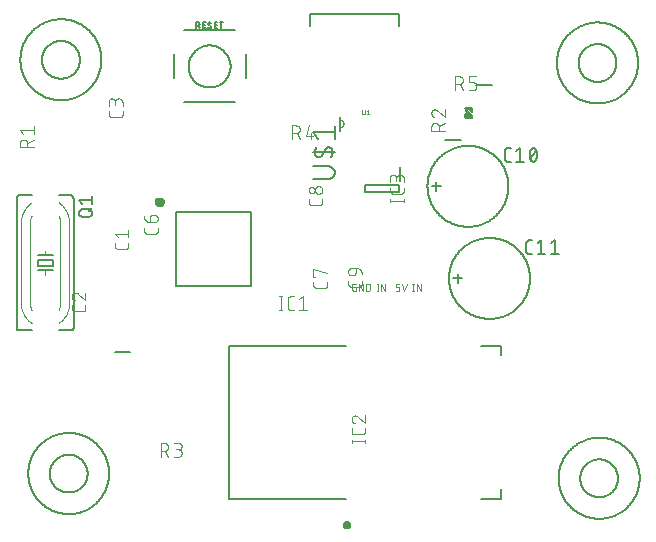
<source format=gbr>
G04 EAGLE Gerber RS-274X export*
G75*
%MOMM*%
%FSLAX34Y34*%
%LPD*%
%INSilkscreen Top*%
%IPPOS*%
%AMOC8*
5,1,8,0,0,1.08239X$1,22.5*%
G01*
%ADD10C,0.050800*%
%ADD11C,0.101600*%
%ADD12C,0.152400*%
%ADD13C,0.203200*%
%ADD14C,0.200000*%
%ADD15C,0.400000*%
%ADD16C,0.127000*%
%ADD17C,0.300000*%
%ADD18C,0.025400*%
%ADD19C,0.000000*%


D10*
X294626Y209240D02*
X295600Y209240D01*
X295600Y205994D01*
X293652Y205994D01*
X293582Y205996D01*
X293512Y206002D01*
X293442Y206011D01*
X293373Y206024D01*
X293305Y206041D01*
X293238Y206062D01*
X293172Y206086D01*
X293107Y206114D01*
X293044Y206145D01*
X292983Y206180D01*
X292924Y206218D01*
X292866Y206259D01*
X292812Y206303D01*
X292759Y206350D01*
X292710Y206399D01*
X292663Y206452D01*
X292619Y206506D01*
X292578Y206564D01*
X292540Y206623D01*
X292505Y206684D01*
X292474Y206747D01*
X292446Y206812D01*
X292422Y206878D01*
X292401Y206945D01*
X292384Y207013D01*
X292371Y207082D01*
X292362Y207152D01*
X292356Y207222D01*
X292354Y207292D01*
X292354Y210538D01*
X292356Y210608D01*
X292362Y210678D01*
X292371Y210748D01*
X292384Y210817D01*
X292401Y210885D01*
X292422Y210952D01*
X292446Y211018D01*
X292474Y211083D01*
X292505Y211146D01*
X292540Y211207D01*
X292578Y211266D01*
X292619Y211324D01*
X292663Y211378D01*
X292710Y211431D01*
X292759Y211480D01*
X292812Y211527D01*
X292866Y211571D01*
X292924Y211612D01*
X292983Y211650D01*
X293044Y211685D01*
X293107Y211716D01*
X293172Y211744D01*
X293238Y211768D01*
X293305Y211789D01*
X293373Y211806D01*
X293442Y211819D01*
X293512Y211828D01*
X293582Y211834D01*
X293652Y211836D01*
X295600Y211836D01*
X298450Y211836D02*
X298450Y205994D01*
X301696Y205994D02*
X298450Y211836D01*
X301696Y211836D02*
X301696Y205994D01*
X304546Y205994D02*
X304546Y211836D01*
X306169Y211836D01*
X306249Y211834D01*
X306328Y211828D01*
X306407Y211818D01*
X306486Y211805D01*
X306563Y211787D01*
X306640Y211766D01*
X306716Y211741D01*
X306790Y211712D01*
X306863Y211680D01*
X306934Y211644D01*
X307003Y211605D01*
X307071Y211562D01*
X307136Y211517D01*
X307199Y211468D01*
X307259Y211416D01*
X307317Y211361D01*
X307372Y211303D01*
X307424Y211243D01*
X307473Y211180D01*
X307518Y211115D01*
X307561Y211047D01*
X307600Y210978D01*
X307636Y210907D01*
X307668Y210834D01*
X307697Y210760D01*
X307722Y210684D01*
X307743Y210607D01*
X307761Y210530D01*
X307774Y210451D01*
X307784Y210372D01*
X307790Y210293D01*
X307792Y210213D01*
X307791Y210213D02*
X307791Y207617D01*
X307792Y207617D02*
X307790Y207537D01*
X307784Y207458D01*
X307774Y207379D01*
X307761Y207300D01*
X307743Y207223D01*
X307722Y207146D01*
X307697Y207070D01*
X307668Y206996D01*
X307636Y206923D01*
X307600Y206852D01*
X307561Y206783D01*
X307518Y206715D01*
X307473Y206650D01*
X307424Y206587D01*
X307372Y206527D01*
X307317Y206469D01*
X307259Y206414D01*
X307199Y206362D01*
X307136Y206313D01*
X307071Y206268D01*
X307003Y206225D01*
X306934Y206186D01*
X306863Y206150D01*
X306790Y206118D01*
X306716Y206089D01*
X306640Y206064D01*
X306563Y206043D01*
X306486Y206025D01*
X306407Y206012D01*
X306328Y206002D01*
X306249Y205996D01*
X306169Y205994D01*
X304546Y205994D01*
X313979Y205994D02*
X313979Y211836D01*
X313330Y205994D02*
X314628Y205994D01*
X314628Y211836D02*
X313330Y211836D01*
X317119Y211836D02*
X317119Y205994D01*
X320364Y205994D02*
X317119Y211836D01*
X320364Y211836D02*
X320364Y205994D01*
X329184Y205994D02*
X331131Y205994D01*
X331201Y205996D01*
X331271Y206002D01*
X331341Y206011D01*
X331410Y206024D01*
X331478Y206041D01*
X331545Y206062D01*
X331611Y206086D01*
X331676Y206114D01*
X331739Y206145D01*
X331800Y206180D01*
X331859Y206218D01*
X331917Y206259D01*
X331971Y206303D01*
X332024Y206350D01*
X332073Y206399D01*
X332120Y206452D01*
X332164Y206506D01*
X332205Y206564D01*
X332243Y206623D01*
X332278Y206684D01*
X332309Y206747D01*
X332337Y206812D01*
X332361Y206878D01*
X332382Y206945D01*
X332399Y207013D01*
X332412Y207082D01*
X332421Y207152D01*
X332427Y207222D01*
X332429Y207292D01*
X332430Y207292D02*
X332430Y207941D01*
X332429Y207941D02*
X332427Y208011D01*
X332421Y208081D01*
X332412Y208151D01*
X332399Y208220D01*
X332382Y208288D01*
X332361Y208355D01*
X332337Y208421D01*
X332309Y208486D01*
X332278Y208549D01*
X332243Y208610D01*
X332205Y208669D01*
X332164Y208727D01*
X332120Y208781D01*
X332073Y208834D01*
X332024Y208883D01*
X331971Y208930D01*
X331917Y208974D01*
X331859Y209015D01*
X331800Y209053D01*
X331739Y209088D01*
X331676Y209119D01*
X331611Y209147D01*
X331545Y209171D01*
X331478Y209192D01*
X331410Y209209D01*
X331341Y209222D01*
X331271Y209231D01*
X331201Y209237D01*
X331131Y209239D01*
X331131Y209240D02*
X329184Y209240D01*
X329184Y211836D01*
X332430Y211836D01*
X334574Y211836D02*
X336522Y205994D01*
X338469Y211836D01*
X344142Y211836D02*
X344142Y205994D01*
X343493Y205994D02*
X344791Y205994D01*
X344791Y211836D02*
X343493Y211836D01*
X347281Y211836D02*
X347281Y205994D01*
X350527Y205994D02*
X347281Y211836D01*
X350527Y211836D02*
X350527Y205994D01*
D11*
X103062Y244204D02*
X103062Y246801D01*
X103062Y244204D02*
X103060Y244105D01*
X103054Y244005D01*
X103045Y243906D01*
X103032Y243808D01*
X103015Y243710D01*
X102994Y243612D01*
X102969Y243516D01*
X102941Y243421D01*
X102909Y243327D01*
X102874Y243234D01*
X102835Y243142D01*
X102792Y243052D01*
X102747Y242964D01*
X102697Y242877D01*
X102645Y242793D01*
X102589Y242710D01*
X102531Y242630D01*
X102469Y242552D01*
X102404Y242477D01*
X102336Y242404D01*
X102266Y242334D01*
X102193Y242266D01*
X102118Y242201D01*
X102040Y242139D01*
X101960Y242081D01*
X101877Y242025D01*
X101793Y241973D01*
X101706Y241923D01*
X101618Y241878D01*
X101528Y241835D01*
X101436Y241796D01*
X101343Y241761D01*
X101249Y241729D01*
X101154Y241701D01*
X101058Y241676D01*
X100960Y241655D01*
X100862Y241638D01*
X100764Y241625D01*
X100665Y241616D01*
X100565Y241610D01*
X100466Y241608D01*
X93974Y241608D01*
X93875Y241610D01*
X93775Y241616D01*
X93676Y241625D01*
X93578Y241638D01*
X93480Y241656D01*
X93382Y241676D01*
X93286Y241701D01*
X93190Y241729D01*
X93096Y241761D01*
X93003Y241796D01*
X92912Y241835D01*
X92822Y241878D01*
X92733Y241923D01*
X92647Y241973D01*
X92562Y242025D01*
X92480Y242081D01*
X92400Y242140D01*
X92322Y242201D01*
X92246Y242266D01*
X92173Y242334D01*
X92103Y242404D01*
X92035Y242477D01*
X91970Y242553D01*
X91909Y242631D01*
X91850Y242711D01*
X91794Y242793D01*
X91742Y242878D01*
X91693Y242964D01*
X91647Y243053D01*
X91604Y243143D01*
X91565Y243234D01*
X91530Y243327D01*
X91498Y243421D01*
X91470Y243517D01*
X91445Y243613D01*
X91425Y243711D01*
X91407Y243809D01*
X91394Y243907D01*
X91385Y244006D01*
X91379Y244105D01*
X91377Y244205D01*
X91378Y244204D02*
X91378Y246801D01*
X93974Y251166D02*
X91378Y254412D01*
X103062Y254412D01*
X103062Y257657D02*
X103062Y251166D01*
X66652Y193696D02*
X66652Y191099D01*
X66650Y191000D01*
X66644Y190900D01*
X66635Y190801D01*
X66622Y190703D01*
X66605Y190605D01*
X66584Y190507D01*
X66559Y190411D01*
X66531Y190316D01*
X66499Y190222D01*
X66464Y190129D01*
X66425Y190037D01*
X66382Y189947D01*
X66337Y189859D01*
X66287Y189772D01*
X66235Y189688D01*
X66179Y189605D01*
X66121Y189525D01*
X66059Y189447D01*
X65994Y189372D01*
X65926Y189299D01*
X65856Y189229D01*
X65783Y189161D01*
X65708Y189096D01*
X65630Y189034D01*
X65550Y188976D01*
X65467Y188920D01*
X65383Y188868D01*
X65296Y188818D01*
X65208Y188773D01*
X65118Y188730D01*
X65026Y188691D01*
X64933Y188656D01*
X64839Y188624D01*
X64744Y188596D01*
X64648Y188571D01*
X64550Y188550D01*
X64452Y188533D01*
X64354Y188520D01*
X64255Y188511D01*
X64155Y188505D01*
X64056Y188503D01*
X57564Y188503D01*
X57564Y188502D02*
X57465Y188504D01*
X57365Y188510D01*
X57266Y188519D01*
X57168Y188532D01*
X57070Y188550D01*
X56972Y188570D01*
X56876Y188595D01*
X56780Y188623D01*
X56686Y188655D01*
X56593Y188690D01*
X56502Y188729D01*
X56412Y188772D01*
X56323Y188817D01*
X56237Y188867D01*
X56152Y188919D01*
X56070Y188975D01*
X55990Y189034D01*
X55912Y189095D01*
X55836Y189160D01*
X55763Y189228D01*
X55693Y189298D01*
X55625Y189371D01*
X55560Y189447D01*
X55499Y189525D01*
X55440Y189605D01*
X55384Y189687D01*
X55332Y189772D01*
X55283Y189858D01*
X55237Y189947D01*
X55194Y190037D01*
X55155Y190128D01*
X55120Y190221D01*
X55088Y190315D01*
X55060Y190411D01*
X55035Y190507D01*
X55015Y190605D01*
X54997Y190703D01*
X54984Y190801D01*
X54975Y190900D01*
X54969Y190999D01*
X54967Y191099D01*
X54968Y191099D02*
X54968Y193696D01*
X54968Y201631D02*
X54970Y201738D01*
X54976Y201844D01*
X54986Y201950D01*
X54999Y202056D01*
X55017Y202162D01*
X55038Y202266D01*
X55063Y202370D01*
X55092Y202473D01*
X55124Y202574D01*
X55161Y202674D01*
X55201Y202773D01*
X55244Y202871D01*
X55291Y202967D01*
X55342Y203061D01*
X55396Y203153D01*
X55453Y203243D01*
X55513Y203331D01*
X55577Y203416D01*
X55644Y203499D01*
X55714Y203580D01*
X55786Y203658D01*
X55862Y203734D01*
X55940Y203806D01*
X56021Y203876D01*
X56104Y203943D01*
X56189Y204007D01*
X56277Y204067D01*
X56367Y204124D01*
X56459Y204178D01*
X56553Y204229D01*
X56649Y204276D01*
X56747Y204319D01*
X56846Y204359D01*
X56946Y204396D01*
X57047Y204428D01*
X57150Y204457D01*
X57254Y204482D01*
X57358Y204503D01*
X57464Y204521D01*
X57570Y204534D01*
X57676Y204544D01*
X57782Y204550D01*
X57889Y204552D01*
X54968Y201631D02*
X54970Y201510D01*
X54976Y201389D01*
X54986Y201269D01*
X54999Y201148D01*
X55017Y201029D01*
X55038Y200909D01*
X55063Y200791D01*
X55092Y200674D01*
X55125Y200557D01*
X55161Y200442D01*
X55202Y200328D01*
X55245Y200215D01*
X55293Y200103D01*
X55344Y199994D01*
X55399Y199886D01*
X55457Y199779D01*
X55518Y199675D01*
X55583Y199573D01*
X55651Y199473D01*
X55722Y199375D01*
X55796Y199279D01*
X55873Y199186D01*
X55954Y199096D01*
X56037Y199008D01*
X56123Y198923D01*
X56212Y198840D01*
X56303Y198761D01*
X56397Y198684D01*
X56493Y198611D01*
X56591Y198541D01*
X56692Y198474D01*
X56795Y198410D01*
X56900Y198350D01*
X57007Y198292D01*
X57115Y198239D01*
X57225Y198189D01*
X57337Y198143D01*
X57450Y198100D01*
X57565Y198061D01*
X60161Y203578D02*
X60083Y203657D01*
X60003Y203733D01*
X59920Y203806D01*
X59834Y203876D01*
X59747Y203943D01*
X59656Y204007D01*
X59564Y204067D01*
X59470Y204125D01*
X59373Y204179D01*
X59275Y204229D01*
X59175Y204276D01*
X59074Y204320D01*
X58971Y204360D01*
X58866Y204396D01*
X58761Y204428D01*
X58654Y204457D01*
X58547Y204482D01*
X58438Y204504D01*
X58329Y204521D01*
X58220Y204535D01*
X58110Y204544D01*
X57999Y204550D01*
X57889Y204552D01*
X60161Y203578D02*
X66652Y198061D01*
X66652Y204552D01*
X98022Y355434D02*
X98022Y358031D01*
X98022Y355434D02*
X98020Y355335D01*
X98014Y355235D01*
X98005Y355136D01*
X97992Y355038D01*
X97975Y354940D01*
X97954Y354842D01*
X97929Y354746D01*
X97901Y354651D01*
X97869Y354557D01*
X97834Y354464D01*
X97795Y354372D01*
X97752Y354282D01*
X97707Y354194D01*
X97657Y354107D01*
X97605Y354023D01*
X97549Y353940D01*
X97491Y353860D01*
X97429Y353782D01*
X97364Y353707D01*
X97296Y353634D01*
X97226Y353564D01*
X97153Y353496D01*
X97078Y353431D01*
X97000Y353369D01*
X96920Y353311D01*
X96837Y353255D01*
X96753Y353203D01*
X96666Y353153D01*
X96578Y353108D01*
X96488Y353065D01*
X96396Y353026D01*
X96303Y352991D01*
X96209Y352959D01*
X96114Y352931D01*
X96018Y352906D01*
X95920Y352885D01*
X95822Y352868D01*
X95724Y352855D01*
X95625Y352846D01*
X95525Y352840D01*
X95426Y352838D01*
X88934Y352838D01*
X88835Y352840D01*
X88735Y352846D01*
X88636Y352855D01*
X88538Y352868D01*
X88440Y352886D01*
X88342Y352906D01*
X88246Y352931D01*
X88150Y352959D01*
X88056Y352991D01*
X87963Y353026D01*
X87872Y353065D01*
X87782Y353108D01*
X87693Y353153D01*
X87607Y353203D01*
X87522Y353255D01*
X87440Y353311D01*
X87360Y353370D01*
X87282Y353431D01*
X87206Y353496D01*
X87133Y353564D01*
X87063Y353634D01*
X86995Y353707D01*
X86930Y353783D01*
X86869Y353861D01*
X86810Y353941D01*
X86754Y354023D01*
X86702Y354108D01*
X86653Y354194D01*
X86607Y354283D01*
X86564Y354373D01*
X86525Y354464D01*
X86490Y354557D01*
X86458Y354651D01*
X86430Y354747D01*
X86405Y354843D01*
X86385Y354941D01*
X86367Y355039D01*
X86354Y355137D01*
X86345Y355236D01*
X86339Y355335D01*
X86337Y355435D01*
X86338Y355434D02*
X86338Y358031D01*
X98022Y362396D02*
X98022Y365642D01*
X98020Y365755D01*
X98014Y365868D01*
X98004Y365981D01*
X97990Y366094D01*
X97973Y366206D01*
X97951Y366317D01*
X97926Y366427D01*
X97896Y366537D01*
X97863Y366645D01*
X97826Y366752D01*
X97786Y366858D01*
X97741Y366962D01*
X97693Y367065D01*
X97642Y367166D01*
X97587Y367265D01*
X97529Y367362D01*
X97467Y367457D01*
X97402Y367550D01*
X97334Y367640D01*
X97263Y367728D01*
X97188Y367814D01*
X97111Y367897D01*
X97031Y367977D01*
X96948Y368054D01*
X96862Y368129D01*
X96774Y368200D01*
X96684Y368268D01*
X96591Y368333D01*
X96496Y368395D01*
X96399Y368453D01*
X96300Y368508D01*
X96199Y368559D01*
X96096Y368607D01*
X95992Y368652D01*
X95886Y368692D01*
X95779Y368729D01*
X95671Y368762D01*
X95561Y368792D01*
X95451Y368817D01*
X95340Y368839D01*
X95228Y368856D01*
X95115Y368870D01*
X95002Y368880D01*
X94889Y368886D01*
X94776Y368888D01*
X94663Y368886D01*
X94550Y368880D01*
X94437Y368870D01*
X94324Y368856D01*
X94212Y368839D01*
X94101Y368817D01*
X93991Y368792D01*
X93881Y368762D01*
X93773Y368729D01*
X93666Y368692D01*
X93560Y368652D01*
X93456Y368607D01*
X93353Y368559D01*
X93252Y368508D01*
X93153Y368453D01*
X93056Y368395D01*
X92961Y368333D01*
X92868Y368268D01*
X92778Y368200D01*
X92690Y368129D01*
X92604Y368054D01*
X92521Y367977D01*
X92441Y367897D01*
X92364Y367814D01*
X92289Y367728D01*
X92218Y367640D01*
X92150Y367550D01*
X92085Y367457D01*
X92023Y367362D01*
X91965Y367265D01*
X91910Y367166D01*
X91859Y367065D01*
X91811Y366962D01*
X91766Y366858D01*
X91726Y366752D01*
X91689Y366645D01*
X91656Y366537D01*
X91626Y366427D01*
X91601Y366317D01*
X91579Y366206D01*
X91562Y366094D01*
X91548Y365981D01*
X91538Y365868D01*
X91532Y365755D01*
X91530Y365642D01*
X86338Y366291D02*
X86338Y362396D01*
X86338Y366291D02*
X86340Y366392D01*
X86346Y366492D01*
X86356Y366592D01*
X86369Y366692D01*
X86387Y366791D01*
X86408Y366890D01*
X86433Y366987D01*
X86462Y367084D01*
X86495Y367179D01*
X86531Y367273D01*
X86571Y367365D01*
X86614Y367456D01*
X86661Y367545D01*
X86711Y367632D01*
X86765Y367718D01*
X86822Y367801D01*
X86882Y367881D01*
X86945Y367960D01*
X87012Y368036D01*
X87081Y368109D01*
X87153Y368179D01*
X87227Y368247D01*
X87304Y368312D01*
X87384Y368373D01*
X87466Y368432D01*
X87550Y368487D01*
X87636Y368539D01*
X87724Y368588D01*
X87814Y368633D01*
X87906Y368675D01*
X87999Y368713D01*
X88094Y368747D01*
X88189Y368778D01*
X88286Y368805D01*
X88384Y368828D01*
X88483Y368848D01*
X88583Y368863D01*
X88683Y368875D01*
X88783Y368883D01*
X88884Y368887D01*
X88984Y368887D01*
X89085Y368883D01*
X89185Y368875D01*
X89285Y368863D01*
X89385Y368848D01*
X89484Y368828D01*
X89582Y368805D01*
X89679Y368778D01*
X89774Y368747D01*
X89869Y368713D01*
X89962Y368675D01*
X90054Y368633D01*
X90144Y368588D01*
X90232Y368539D01*
X90318Y368487D01*
X90402Y368432D01*
X90484Y368373D01*
X90564Y368312D01*
X90641Y368247D01*
X90715Y368179D01*
X90787Y368109D01*
X90856Y368036D01*
X90923Y367960D01*
X90986Y367881D01*
X91046Y367801D01*
X91103Y367718D01*
X91157Y367632D01*
X91207Y367545D01*
X91254Y367456D01*
X91297Y367365D01*
X91337Y367273D01*
X91373Y367179D01*
X91406Y367084D01*
X91435Y366987D01*
X91460Y366890D01*
X91481Y366791D01*
X91499Y366692D01*
X91512Y366592D01*
X91522Y366492D01*
X91528Y366392D01*
X91530Y366291D01*
X91531Y366291D02*
X91531Y363694D01*
D12*
X465850Y398940D02*
X465860Y399782D01*
X465891Y400623D01*
X465943Y401463D01*
X466015Y402301D01*
X466108Y403137D01*
X466221Y403971D01*
X466355Y404802D01*
X466509Y405630D01*
X466683Y406453D01*
X466878Y407272D01*
X467092Y408086D01*
X467327Y408894D01*
X467581Y409696D01*
X467854Y410492D01*
X468148Y411281D01*
X468460Y412062D01*
X468792Y412836D01*
X469142Y413601D01*
X469511Y414357D01*
X469899Y415104D01*
X470305Y415841D01*
X470728Y416569D01*
X471170Y417285D01*
X471629Y417991D01*
X472105Y418684D01*
X472598Y419367D01*
X473108Y420036D01*
X473633Y420693D01*
X474175Y421337D01*
X474733Y421968D01*
X475306Y422584D01*
X475893Y423187D01*
X476496Y423774D01*
X477112Y424347D01*
X477743Y424905D01*
X478387Y425447D01*
X479044Y425972D01*
X479713Y426482D01*
X480396Y426975D01*
X481089Y427451D01*
X481795Y427910D01*
X482511Y428352D01*
X483239Y428775D01*
X483976Y429181D01*
X484723Y429569D01*
X485479Y429938D01*
X486244Y430288D01*
X487018Y430620D01*
X487799Y430932D01*
X488588Y431226D01*
X489384Y431499D01*
X490186Y431753D01*
X490994Y431988D01*
X491808Y432202D01*
X492627Y432397D01*
X493450Y432571D01*
X494278Y432725D01*
X495109Y432859D01*
X495943Y432972D01*
X496779Y433065D01*
X497617Y433137D01*
X498457Y433189D01*
X499298Y433220D01*
X500140Y433230D01*
X500982Y433220D01*
X501823Y433189D01*
X502663Y433137D01*
X503501Y433065D01*
X504337Y432972D01*
X505171Y432859D01*
X506002Y432725D01*
X506830Y432571D01*
X507653Y432397D01*
X508472Y432202D01*
X509286Y431988D01*
X510094Y431753D01*
X510896Y431499D01*
X511692Y431226D01*
X512481Y430932D01*
X513262Y430620D01*
X514036Y430288D01*
X514801Y429938D01*
X515557Y429569D01*
X516304Y429181D01*
X517041Y428775D01*
X517769Y428352D01*
X518485Y427910D01*
X519191Y427451D01*
X519884Y426975D01*
X520567Y426482D01*
X521236Y425972D01*
X521893Y425447D01*
X522537Y424905D01*
X523168Y424347D01*
X523784Y423774D01*
X524387Y423187D01*
X524974Y422584D01*
X525547Y421968D01*
X526105Y421337D01*
X526647Y420693D01*
X527172Y420036D01*
X527682Y419367D01*
X528175Y418684D01*
X528651Y417991D01*
X529110Y417285D01*
X529552Y416569D01*
X529975Y415841D01*
X530381Y415104D01*
X530769Y414357D01*
X531138Y413601D01*
X531488Y412836D01*
X531820Y412062D01*
X532132Y411281D01*
X532426Y410492D01*
X532699Y409696D01*
X532953Y408894D01*
X533188Y408086D01*
X533402Y407272D01*
X533597Y406453D01*
X533771Y405630D01*
X533925Y404802D01*
X534059Y403971D01*
X534172Y403137D01*
X534265Y402301D01*
X534337Y401463D01*
X534389Y400623D01*
X534420Y399782D01*
X534430Y398940D01*
X534420Y398098D01*
X534389Y397257D01*
X534337Y396417D01*
X534265Y395579D01*
X534172Y394743D01*
X534059Y393909D01*
X533925Y393078D01*
X533771Y392250D01*
X533597Y391427D01*
X533402Y390608D01*
X533188Y389794D01*
X532953Y388986D01*
X532699Y388184D01*
X532426Y387388D01*
X532132Y386599D01*
X531820Y385818D01*
X531488Y385044D01*
X531138Y384279D01*
X530769Y383523D01*
X530381Y382776D01*
X529975Y382039D01*
X529552Y381311D01*
X529110Y380595D01*
X528651Y379889D01*
X528175Y379196D01*
X527682Y378513D01*
X527172Y377844D01*
X526647Y377187D01*
X526105Y376543D01*
X525547Y375912D01*
X524974Y375296D01*
X524387Y374693D01*
X523784Y374106D01*
X523168Y373533D01*
X522537Y372975D01*
X521893Y372433D01*
X521236Y371908D01*
X520567Y371398D01*
X519884Y370905D01*
X519191Y370429D01*
X518485Y369970D01*
X517769Y369528D01*
X517041Y369105D01*
X516304Y368699D01*
X515557Y368311D01*
X514801Y367942D01*
X514036Y367592D01*
X513262Y367260D01*
X512481Y366948D01*
X511692Y366654D01*
X510896Y366381D01*
X510094Y366127D01*
X509286Y365892D01*
X508472Y365678D01*
X507653Y365483D01*
X506830Y365309D01*
X506002Y365155D01*
X505171Y365021D01*
X504337Y364908D01*
X503501Y364815D01*
X502663Y364743D01*
X501823Y364691D01*
X500982Y364660D01*
X500140Y364650D01*
X499298Y364660D01*
X498457Y364691D01*
X497617Y364743D01*
X496779Y364815D01*
X495943Y364908D01*
X495109Y365021D01*
X494278Y365155D01*
X493450Y365309D01*
X492627Y365483D01*
X491808Y365678D01*
X490994Y365892D01*
X490186Y366127D01*
X489384Y366381D01*
X488588Y366654D01*
X487799Y366948D01*
X487018Y367260D01*
X486244Y367592D01*
X485479Y367942D01*
X484723Y368311D01*
X483976Y368699D01*
X483239Y369105D01*
X482511Y369528D01*
X481795Y369970D01*
X481089Y370429D01*
X480396Y370905D01*
X479713Y371398D01*
X479044Y371908D01*
X478387Y372433D01*
X477743Y372975D01*
X477112Y373533D01*
X476496Y374106D01*
X475893Y374693D01*
X475306Y375296D01*
X474733Y375912D01*
X474175Y376543D01*
X473633Y377187D01*
X473108Y377844D01*
X472598Y378513D01*
X472105Y379196D01*
X471629Y379889D01*
X471170Y380595D01*
X470728Y381311D01*
X470305Y382039D01*
X469899Y382776D01*
X469511Y383523D01*
X469142Y384279D01*
X468792Y385044D01*
X468460Y385818D01*
X468148Y386599D01*
X467854Y387388D01*
X467581Y388184D01*
X467327Y388986D01*
X467092Y389794D01*
X466878Y390608D01*
X466683Y391427D01*
X466509Y392250D01*
X466355Y393078D01*
X466221Y393909D01*
X466108Y394743D01*
X466015Y395579D01*
X465943Y396417D01*
X465891Y397257D01*
X465860Y398098D01*
X465850Y398940D01*
D13*
X484140Y398940D02*
X484145Y399333D01*
X484159Y399725D01*
X484183Y400117D01*
X484217Y400508D01*
X484260Y400899D01*
X484313Y401288D01*
X484376Y401675D01*
X484447Y402061D01*
X484529Y402446D01*
X484619Y402828D01*
X484720Y403207D01*
X484829Y403585D01*
X484948Y403959D01*
X485075Y404330D01*
X485212Y404698D01*
X485358Y405063D01*
X485513Y405424D01*
X485676Y405781D01*
X485848Y406134D01*
X486029Y406482D01*
X486219Y406826D01*
X486416Y407166D01*
X486622Y407500D01*
X486836Y407829D01*
X487059Y408153D01*
X487289Y408471D01*
X487526Y408784D01*
X487772Y409090D01*
X488025Y409391D01*
X488285Y409685D01*
X488552Y409973D01*
X488826Y410254D01*
X489107Y410528D01*
X489395Y410795D01*
X489689Y411055D01*
X489990Y411308D01*
X490296Y411554D01*
X490609Y411791D01*
X490927Y412021D01*
X491251Y412244D01*
X491580Y412458D01*
X491914Y412664D01*
X492254Y412861D01*
X492598Y413051D01*
X492946Y413232D01*
X493299Y413404D01*
X493656Y413567D01*
X494017Y413722D01*
X494382Y413868D01*
X494750Y414005D01*
X495121Y414132D01*
X495495Y414251D01*
X495873Y414360D01*
X496252Y414461D01*
X496634Y414551D01*
X497019Y414633D01*
X497405Y414704D01*
X497792Y414767D01*
X498181Y414820D01*
X498572Y414863D01*
X498963Y414897D01*
X499355Y414921D01*
X499747Y414935D01*
X500140Y414940D01*
X500533Y414935D01*
X500925Y414921D01*
X501317Y414897D01*
X501708Y414863D01*
X502099Y414820D01*
X502488Y414767D01*
X502875Y414704D01*
X503261Y414633D01*
X503646Y414551D01*
X504028Y414461D01*
X504407Y414360D01*
X504785Y414251D01*
X505159Y414132D01*
X505530Y414005D01*
X505898Y413868D01*
X506263Y413722D01*
X506624Y413567D01*
X506981Y413404D01*
X507334Y413232D01*
X507682Y413051D01*
X508026Y412861D01*
X508366Y412664D01*
X508700Y412458D01*
X509029Y412244D01*
X509353Y412021D01*
X509671Y411791D01*
X509984Y411554D01*
X510290Y411308D01*
X510591Y411055D01*
X510885Y410795D01*
X511173Y410528D01*
X511454Y410254D01*
X511728Y409973D01*
X511995Y409685D01*
X512255Y409391D01*
X512508Y409090D01*
X512754Y408784D01*
X512991Y408471D01*
X513221Y408153D01*
X513444Y407829D01*
X513658Y407500D01*
X513864Y407166D01*
X514061Y406826D01*
X514251Y406482D01*
X514432Y406134D01*
X514604Y405781D01*
X514767Y405424D01*
X514922Y405063D01*
X515068Y404698D01*
X515205Y404330D01*
X515332Y403959D01*
X515451Y403585D01*
X515560Y403207D01*
X515661Y402828D01*
X515751Y402446D01*
X515833Y402061D01*
X515904Y401675D01*
X515967Y401288D01*
X516020Y400899D01*
X516063Y400508D01*
X516097Y400117D01*
X516121Y399725D01*
X516135Y399333D01*
X516140Y398940D01*
X516135Y398547D01*
X516121Y398155D01*
X516097Y397763D01*
X516063Y397372D01*
X516020Y396981D01*
X515967Y396592D01*
X515904Y396205D01*
X515833Y395819D01*
X515751Y395434D01*
X515661Y395052D01*
X515560Y394673D01*
X515451Y394295D01*
X515332Y393921D01*
X515205Y393550D01*
X515068Y393182D01*
X514922Y392817D01*
X514767Y392456D01*
X514604Y392099D01*
X514432Y391746D01*
X514251Y391398D01*
X514061Y391054D01*
X513864Y390714D01*
X513658Y390380D01*
X513444Y390051D01*
X513221Y389727D01*
X512991Y389409D01*
X512754Y389096D01*
X512508Y388790D01*
X512255Y388489D01*
X511995Y388195D01*
X511728Y387907D01*
X511454Y387626D01*
X511173Y387352D01*
X510885Y387085D01*
X510591Y386825D01*
X510290Y386572D01*
X509984Y386326D01*
X509671Y386089D01*
X509353Y385859D01*
X509029Y385636D01*
X508700Y385422D01*
X508366Y385216D01*
X508026Y385019D01*
X507682Y384829D01*
X507334Y384648D01*
X506981Y384476D01*
X506624Y384313D01*
X506263Y384158D01*
X505898Y384012D01*
X505530Y383875D01*
X505159Y383748D01*
X504785Y383629D01*
X504407Y383520D01*
X504028Y383419D01*
X503646Y383329D01*
X503261Y383247D01*
X502875Y383176D01*
X502488Y383113D01*
X502099Y383060D01*
X501708Y383017D01*
X501317Y382983D01*
X500925Y382959D01*
X500533Y382945D01*
X500140Y382940D01*
X499747Y382945D01*
X499355Y382959D01*
X498963Y382983D01*
X498572Y383017D01*
X498181Y383060D01*
X497792Y383113D01*
X497405Y383176D01*
X497019Y383247D01*
X496634Y383329D01*
X496252Y383419D01*
X495873Y383520D01*
X495495Y383629D01*
X495121Y383748D01*
X494750Y383875D01*
X494382Y384012D01*
X494017Y384158D01*
X493656Y384313D01*
X493299Y384476D01*
X492946Y384648D01*
X492598Y384829D01*
X492254Y385019D01*
X491914Y385216D01*
X491580Y385422D01*
X491251Y385636D01*
X490927Y385859D01*
X490609Y386089D01*
X490296Y386326D01*
X489990Y386572D01*
X489689Y386825D01*
X489395Y387085D01*
X489107Y387352D01*
X488826Y387626D01*
X488552Y387907D01*
X488285Y388195D01*
X488025Y388489D01*
X487772Y388790D01*
X487526Y389096D01*
X487289Y389409D01*
X487059Y389727D01*
X486836Y390051D01*
X486622Y390380D01*
X486416Y390714D01*
X486219Y391054D01*
X486029Y391398D01*
X485848Y391746D01*
X485676Y392099D01*
X485513Y392456D01*
X485358Y392817D01*
X485212Y393182D01*
X485075Y393550D01*
X484948Y393921D01*
X484829Y394295D01*
X484720Y394673D01*
X484619Y395052D01*
X484529Y395434D01*
X484447Y395819D01*
X484376Y396205D01*
X484313Y396592D01*
X484260Y396981D01*
X484217Y397372D01*
X484183Y397763D01*
X484159Y398155D01*
X484145Y398547D01*
X484140Y398940D01*
D12*
X11550Y401660D02*
X11560Y402502D01*
X11591Y403343D01*
X11643Y404183D01*
X11715Y405021D01*
X11808Y405857D01*
X11921Y406691D01*
X12055Y407522D01*
X12209Y408350D01*
X12383Y409173D01*
X12578Y409992D01*
X12792Y410806D01*
X13027Y411614D01*
X13281Y412416D01*
X13554Y413212D01*
X13848Y414001D01*
X14160Y414782D01*
X14492Y415556D01*
X14842Y416321D01*
X15211Y417077D01*
X15599Y417824D01*
X16005Y418561D01*
X16428Y419289D01*
X16870Y420005D01*
X17329Y420711D01*
X17805Y421404D01*
X18298Y422087D01*
X18808Y422756D01*
X19333Y423413D01*
X19875Y424057D01*
X20433Y424688D01*
X21006Y425304D01*
X21593Y425907D01*
X22196Y426494D01*
X22812Y427067D01*
X23443Y427625D01*
X24087Y428167D01*
X24744Y428692D01*
X25413Y429202D01*
X26096Y429695D01*
X26789Y430171D01*
X27495Y430630D01*
X28211Y431072D01*
X28939Y431495D01*
X29676Y431901D01*
X30423Y432289D01*
X31179Y432658D01*
X31944Y433008D01*
X32718Y433340D01*
X33499Y433652D01*
X34288Y433946D01*
X35084Y434219D01*
X35886Y434473D01*
X36694Y434708D01*
X37508Y434922D01*
X38327Y435117D01*
X39150Y435291D01*
X39978Y435445D01*
X40809Y435579D01*
X41643Y435692D01*
X42479Y435785D01*
X43317Y435857D01*
X44157Y435909D01*
X44998Y435940D01*
X45840Y435950D01*
X46682Y435940D01*
X47523Y435909D01*
X48363Y435857D01*
X49201Y435785D01*
X50037Y435692D01*
X50871Y435579D01*
X51702Y435445D01*
X52530Y435291D01*
X53353Y435117D01*
X54172Y434922D01*
X54986Y434708D01*
X55794Y434473D01*
X56596Y434219D01*
X57392Y433946D01*
X58181Y433652D01*
X58962Y433340D01*
X59736Y433008D01*
X60501Y432658D01*
X61257Y432289D01*
X62004Y431901D01*
X62741Y431495D01*
X63469Y431072D01*
X64185Y430630D01*
X64891Y430171D01*
X65584Y429695D01*
X66267Y429202D01*
X66936Y428692D01*
X67593Y428167D01*
X68237Y427625D01*
X68868Y427067D01*
X69484Y426494D01*
X70087Y425907D01*
X70674Y425304D01*
X71247Y424688D01*
X71805Y424057D01*
X72347Y423413D01*
X72872Y422756D01*
X73382Y422087D01*
X73875Y421404D01*
X74351Y420711D01*
X74810Y420005D01*
X75252Y419289D01*
X75675Y418561D01*
X76081Y417824D01*
X76469Y417077D01*
X76838Y416321D01*
X77188Y415556D01*
X77520Y414782D01*
X77832Y414001D01*
X78126Y413212D01*
X78399Y412416D01*
X78653Y411614D01*
X78888Y410806D01*
X79102Y409992D01*
X79297Y409173D01*
X79471Y408350D01*
X79625Y407522D01*
X79759Y406691D01*
X79872Y405857D01*
X79965Y405021D01*
X80037Y404183D01*
X80089Y403343D01*
X80120Y402502D01*
X80130Y401660D01*
X80120Y400818D01*
X80089Y399977D01*
X80037Y399137D01*
X79965Y398299D01*
X79872Y397463D01*
X79759Y396629D01*
X79625Y395798D01*
X79471Y394970D01*
X79297Y394147D01*
X79102Y393328D01*
X78888Y392514D01*
X78653Y391706D01*
X78399Y390904D01*
X78126Y390108D01*
X77832Y389319D01*
X77520Y388538D01*
X77188Y387764D01*
X76838Y386999D01*
X76469Y386243D01*
X76081Y385496D01*
X75675Y384759D01*
X75252Y384031D01*
X74810Y383315D01*
X74351Y382609D01*
X73875Y381916D01*
X73382Y381233D01*
X72872Y380564D01*
X72347Y379907D01*
X71805Y379263D01*
X71247Y378632D01*
X70674Y378016D01*
X70087Y377413D01*
X69484Y376826D01*
X68868Y376253D01*
X68237Y375695D01*
X67593Y375153D01*
X66936Y374628D01*
X66267Y374118D01*
X65584Y373625D01*
X64891Y373149D01*
X64185Y372690D01*
X63469Y372248D01*
X62741Y371825D01*
X62004Y371419D01*
X61257Y371031D01*
X60501Y370662D01*
X59736Y370312D01*
X58962Y369980D01*
X58181Y369668D01*
X57392Y369374D01*
X56596Y369101D01*
X55794Y368847D01*
X54986Y368612D01*
X54172Y368398D01*
X53353Y368203D01*
X52530Y368029D01*
X51702Y367875D01*
X50871Y367741D01*
X50037Y367628D01*
X49201Y367535D01*
X48363Y367463D01*
X47523Y367411D01*
X46682Y367380D01*
X45840Y367370D01*
X44998Y367380D01*
X44157Y367411D01*
X43317Y367463D01*
X42479Y367535D01*
X41643Y367628D01*
X40809Y367741D01*
X39978Y367875D01*
X39150Y368029D01*
X38327Y368203D01*
X37508Y368398D01*
X36694Y368612D01*
X35886Y368847D01*
X35084Y369101D01*
X34288Y369374D01*
X33499Y369668D01*
X32718Y369980D01*
X31944Y370312D01*
X31179Y370662D01*
X30423Y371031D01*
X29676Y371419D01*
X28939Y371825D01*
X28211Y372248D01*
X27495Y372690D01*
X26789Y373149D01*
X26096Y373625D01*
X25413Y374118D01*
X24744Y374628D01*
X24087Y375153D01*
X23443Y375695D01*
X22812Y376253D01*
X22196Y376826D01*
X21593Y377413D01*
X21006Y378016D01*
X20433Y378632D01*
X19875Y379263D01*
X19333Y379907D01*
X18808Y380564D01*
X18298Y381233D01*
X17805Y381916D01*
X17329Y382609D01*
X16870Y383315D01*
X16428Y384031D01*
X16005Y384759D01*
X15599Y385496D01*
X15211Y386243D01*
X14842Y386999D01*
X14492Y387764D01*
X14160Y388538D01*
X13848Y389319D01*
X13554Y390108D01*
X13281Y390904D01*
X13027Y391706D01*
X12792Y392514D01*
X12578Y393328D01*
X12383Y394147D01*
X12209Y394970D01*
X12055Y395798D01*
X11921Y396629D01*
X11808Y397463D01*
X11715Y398299D01*
X11643Y399137D01*
X11591Y399977D01*
X11560Y400818D01*
X11550Y401660D01*
D13*
X29840Y401660D02*
X29845Y402053D01*
X29859Y402445D01*
X29883Y402837D01*
X29917Y403228D01*
X29960Y403619D01*
X30013Y404008D01*
X30076Y404395D01*
X30147Y404781D01*
X30229Y405166D01*
X30319Y405548D01*
X30420Y405927D01*
X30529Y406305D01*
X30648Y406679D01*
X30775Y407050D01*
X30912Y407418D01*
X31058Y407783D01*
X31213Y408144D01*
X31376Y408501D01*
X31548Y408854D01*
X31729Y409202D01*
X31919Y409546D01*
X32116Y409886D01*
X32322Y410220D01*
X32536Y410549D01*
X32759Y410873D01*
X32989Y411191D01*
X33226Y411504D01*
X33472Y411810D01*
X33725Y412111D01*
X33985Y412405D01*
X34252Y412693D01*
X34526Y412974D01*
X34807Y413248D01*
X35095Y413515D01*
X35389Y413775D01*
X35690Y414028D01*
X35996Y414274D01*
X36309Y414511D01*
X36627Y414741D01*
X36951Y414964D01*
X37280Y415178D01*
X37614Y415384D01*
X37954Y415581D01*
X38298Y415771D01*
X38646Y415952D01*
X38999Y416124D01*
X39356Y416287D01*
X39717Y416442D01*
X40082Y416588D01*
X40450Y416725D01*
X40821Y416852D01*
X41195Y416971D01*
X41573Y417080D01*
X41952Y417181D01*
X42334Y417271D01*
X42719Y417353D01*
X43105Y417424D01*
X43492Y417487D01*
X43881Y417540D01*
X44272Y417583D01*
X44663Y417617D01*
X45055Y417641D01*
X45447Y417655D01*
X45840Y417660D01*
X46233Y417655D01*
X46625Y417641D01*
X47017Y417617D01*
X47408Y417583D01*
X47799Y417540D01*
X48188Y417487D01*
X48575Y417424D01*
X48961Y417353D01*
X49346Y417271D01*
X49728Y417181D01*
X50107Y417080D01*
X50485Y416971D01*
X50859Y416852D01*
X51230Y416725D01*
X51598Y416588D01*
X51963Y416442D01*
X52324Y416287D01*
X52681Y416124D01*
X53034Y415952D01*
X53382Y415771D01*
X53726Y415581D01*
X54066Y415384D01*
X54400Y415178D01*
X54729Y414964D01*
X55053Y414741D01*
X55371Y414511D01*
X55684Y414274D01*
X55990Y414028D01*
X56291Y413775D01*
X56585Y413515D01*
X56873Y413248D01*
X57154Y412974D01*
X57428Y412693D01*
X57695Y412405D01*
X57955Y412111D01*
X58208Y411810D01*
X58454Y411504D01*
X58691Y411191D01*
X58921Y410873D01*
X59144Y410549D01*
X59358Y410220D01*
X59564Y409886D01*
X59761Y409546D01*
X59951Y409202D01*
X60132Y408854D01*
X60304Y408501D01*
X60467Y408144D01*
X60622Y407783D01*
X60768Y407418D01*
X60905Y407050D01*
X61032Y406679D01*
X61151Y406305D01*
X61260Y405927D01*
X61361Y405548D01*
X61451Y405166D01*
X61533Y404781D01*
X61604Y404395D01*
X61667Y404008D01*
X61720Y403619D01*
X61763Y403228D01*
X61797Y402837D01*
X61821Y402445D01*
X61835Y402053D01*
X61840Y401660D01*
X61835Y401267D01*
X61821Y400875D01*
X61797Y400483D01*
X61763Y400092D01*
X61720Y399701D01*
X61667Y399312D01*
X61604Y398925D01*
X61533Y398539D01*
X61451Y398154D01*
X61361Y397772D01*
X61260Y397393D01*
X61151Y397015D01*
X61032Y396641D01*
X60905Y396270D01*
X60768Y395902D01*
X60622Y395537D01*
X60467Y395176D01*
X60304Y394819D01*
X60132Y394466D01*
X59951Y394118D01*
X59761Y393774D01*
X59564Y393434D01*
X59358Y393100D01*
X59144Y392771D01*
X58921Y392447D01*
X58691Y392129D01*
X58454Y391816D01*
X58208Y391510D01*
X57955Y391209D01*
X57695Y390915D01*
X57428Y390627D01*
X57154Y390346D01*
X56873Y390072D01*
X56585Y389805D01*
X56291Y389545D01*
X55990Y389292D01*
X55684Y389046D01*
X55371Y388809D01*
X55053Y388579D01*
X54729Y388356D01*
X54400Y388142D01*
X54066Y387936D01*
X53726Y387739D01*
X53382Y387549D01*
X53034Y387368D01*
X52681Y387196D01*
X52324Y387033D01*
X51963Y386878D01*
X51598Y386732D01*
X51230Y386595D01*
X50859Y386468D01*
X50485Y386349D01*
X50107Y386240D01*
X49728Y386139D01*
X49346Y386049D01*
X48961Y385967D01*
X48575Y385896D01*
X48188Y385833D01*
X47799Y385780D01*
X47408Y385737D01*
X47017Y385703D01*
X46625Y385679D01*
X46233Y385665D01*
X45840Y385660D01*
X45447Y385665D01*
X45055Y385679D01*
X44663Y385703D01*
X44272Y385737D01*
X43881Y385780D01*
X43492Y385833D01*
X43105Y385896D01*
X42719Y385967D01*
X42334Y386049D01*
X41952Y386139D01*
X41573Y386240D01*
X41195Y386349D01*
X40821Y386468D01*
X40450Y386595D01*
X40082Y386732D01*
X39717Y386878D01*
X39356Y387033D01*
X38999Y387196D01*
X38646Y387368D01*
X38298Y387549D01*
X37954Y387739D01*
X37614Y387936D01*
X37280Y388142D01*
X36951Y388356D01*
X36627Y388579D01*
X36309Y388809D01*
X35996Y389046D01*
X35690Y389292D01*
X35389Y389545D01*
X35095Y389805D01*
X34807Y390072D01*
X34526Y390346D01*
X34252Y390627D01*
X33985Y390915D01*
X33725Y391209D01*
X33472Y391510D01*
X33226Y391816D01*
X32989Y392129D01*
X32759Y392447D01*
X32536Y392771D01*
X32322Y393100D01*
X32116Y393434D01*
X31919Y393774D01*
X31729Y394118D01*
X31548Y394466D01*
X31376Y394819D01*
X31213Y395176D01*
X31058Y395537D01*
X30912Y395902D01*
X30775Y396270D01*
X30648Y396641D01*
X30529Y397015D01*
X30420Y397393D01*
X30319Y397772D01*
X30229Y398154D01*
X30147Y398539D01*
X30076Y398925D01*
X30013Y399312D01*
X29960Y399701D01*
X29917Y400092D01*
X29883Y400483D01*
X29859Y400875D01*
X29845Y401267D01*
X29840Y401660D01*
D14*
X143580Y272820D02*
X206580Y272820D01*
X206580Y209820D01*
X143580Y209820D01*
X143580Y272820D01*
D15*
X127080Y281320D02*
X127082Y281409D01*
X127088Y281498D01*
X127098Y281587D01*
X127112Y281675D01*
X127129Y281762D01*
X127151Y281848D01*
X127177Y281934D01*
X127206Y282018D01*
X127239Y282101D01*
X127275Y282182D01*
X127316Y282262D01*
X127359Y282339D01*
X127406Y282415D01*
X127457Y282488D01*
X127510Y282559D01*
X127567Y282628D01*
X127627Y282694D01*
X127690Y282758D01*
X127755Y282818D01*
X127823Y282876D01*
X127894Y282930D01*
X127967Y282981D01*
X128042Y283029D01*
X128119Y283074D01*
X128198Y283115D01*
X128279Y283152D01*
X128361Y283186D01*
X128445Y283217D01*
X128530Y283243D01*
X128616Y283266D01*
X128703Y283284D01*
X128791Y283299D01*
X128880Y283310D01*
X128969Y283317D01*
X129058Y283320D01*
X129147Y283319D01*
X129236Y283314D01*
X129324Y283305D01*
X129413Y283292D01*
X129500Y283275D01*
X129587Y283255D01*
X129673Y283230D01*
X129757Y283202D01*
X129840Y283170D01*
X129922Y283134D01*
X130002Y283095D01*
X130080Y283052D01*
X130156Y283006D01*
X130230Y282956D01*
X130302Y282903D01*
X130371Y282847D01*
X130438Y282788D01*
X130502Y282726D01*
X130563Y282662D01*
X130622Y282594D01*
X130677Y282524D01*
X130729Y282452D01*
X130778Y282377D01*
X130823Y282301D01*
X130865Y282222D01*
X130903Y282142D01*
X130938Y282060D01*
X130969Y281976D01*
X130997Y281891D01*
X131020Y281805D01*
X131040Y281718D01*
X131056Y281631D01*
X131068Y281542D01*
X131076Y281454D01*
X131080Y281365D01*
X131080Y281275D01*
X131076Y281186D01*
X131068Y281098D01*
X131056Y281009D01*
X131040Y280922D01*
X131020Y280835D01*
X130997Y280749D01*
X130969Y280664D01*
X130938Y280580D01*
X130903Y280498D01*
X130865Y280418D01*
X130823Y280339D01*
X130778Y280263D01*
X130729Y280188D01*
X130677Y280116D01*
X130622Y280046D01*
X130563Y279978D01*
X130502Y279914D01*
X130438Y279852D01*
X130371Y279793D01*
X130302Y279737D01*
X130230Y279684D01*
X130156Y279634D01*
X130080Y279588D01*
X130002Y279545D01*
X129922Y279506D01*
X129840Y279470D01*
X129757Y279438D01*
X129673Y279410D01*
X129587Y279385D01*
X129500Y279365D01*
X129413Y279348D01*
X129324Y279335D01*
X129236Y279326D01*
X129147Y279321D01*
X129058Y279320D01*
X128969Y279323D01*
X128880Y279330D01*
X128791Y279341D01*
X128703Y279356D01*
X128616Y279374D01*
X128530Y279397D01*
X128445Y279423D01*
X128361Y279454D01*
X128279Y279488D01*
X128198Y279525D01*
X128119Y279566D01*
X128042Y279611D01*
X127967Y279659D01*
X127894Y279710D01*
X127823Y279764D01*
X127755Y279822D01*
X127690Y279882D01*
X127627Y279946D01*
X127567Y280012D01*
X127510Y280081D01*
X127457Y280152D01*
X127406Y280225D01*
X127359Y280301D01*
X127316Y280378D01*
X127275Y280458D01*
X127239Y280539D01*
X127206Y280622D01*
X127177Y280706D01*
X127151Y280792D01*
X127129Y280878D01*
X127112Y280965D01*
X127098Y281053D01*
X127088Y281142D01*
X127082Y281231D01*
X127080Y281320D01*
D11*
X232082Y201442D02*
X232082Y189758D01*
X230784Y189758D02*
X233380Y189758D01*
X233380Y201442D02*
X230784Y201442D01*
X240544Y189758D02*
X243140Y189758D01*
X240544Y189758D02*
X240445Y189760D01*
X240345Y189766D01*
X240246Y189775D01*
X240148Y189788D01*
X240050Y189805D01*
X239952Y189826D01*
X239856Y189851D01*
X239761Y189879D01*
X239667Y189911D01*
X239574Y189946D01*
X239482Y189985D01*
X239392Y190028D01*
X239304Y190073D01*
X239217Y190123D01*
X239133Y190175D01*
X239050Y190231D01*
X238970Y190289D01*
X238892Y190351D01*
X238817Y190416D01*
X238744Y190484D01*
X238674Y190554D01*
X238606Y190627D01*
X238541Y190702D01*
X238479Y190780D01*
X238421Y190860D01*
X238365Y190943D01*
X238313Y191027D01*
X238263Y191114D01*
X238218Y191202D01*
X238175Y191292D01*
X238136Y191384D01*
X238101Y191477D01*
X238069Y191571D01*
X238041Y191666D01*
X238016Y191762D01*
X237995Y191860D01*
X237978Y191958D01*
X237965Y192056D01*
X237956Y192155D01*
X237950Y192255D01*
X237948Y192354D01*
X237947Y192354D02*
X237947Y198846D01*
X237948Y198846D02*
X237950Y198945D01*
X237956Y199045D01*
X237965Y199144D01*
X237978Y199242D01*
X237995Y199340D01*
X238016Y199438D01*
X238041Y199534D01*
X238069Y199629D01*
X238101Y199723D01*
X238136Y199816D01*
X238175Y199908D01*
X238218Y199998D01*
X238263Y200086D01*
X238313Y200173D01*
X238365Y200257D01*
X238421Y200340D01*
X238479Y200420D01*
X238541Y200498D01*
X238606Y200573D01*
X238674Y200646D01*
X238744Y200716D01*
X238817Y200784D01*
X238892Y200849D01*
X238970Y200911D01*
X239050Y200969D01*
X239133Y201025D01*
X239217Y201077D01*
X239304Y201127D01*
X239392Y201172D01*
X239482Y201215D01*
X239574Y201254D01*
X239666Y201289D01*
X239761Y201321D01*
X239856Y201349D01*
X239952Y201374D01*
X240050Y201395D01*
X240148Y201412D01*
X240246Y201425D01*
X240345Y201434D01*
X240445Y201440D01*
X240544Y201442D01*
X243140Y201442D01*
X247505Y198846D02*
X250751Y201442D01*
X250751Y189758D01*
X253996Y189758D02*
X247505Y189758D01*
D13*
X104690Y153890D02*
X91990Y153890D01*
D10*
X52721Y264020D02*
X52715Y264514D01*
X52697Y265008D01*
X52667Y265502D01*
X52625Y265995D01*
X52571Y266486D01*
X52505Y266976D01*
X52427Y267465D01*
X52337Y267951D01*
X52235Y268435D01*
X52122Y268916D01*
X51997Y269395D01*
X51861Y269870D01*
X51712Y270342D01*
X51553Y270810D01*
X51382Y271274D01*
X51200Y271733D01*
X51007Y272189D01*
X50802Y272639D01*
X50587Y273084D01*
X50361Y273524D01*
X50124Y273958D01*
X49877Y274386D01*
X49620Y274809D01*
X49352Y275224D01*
X49075Y275634D01*
X48787Y276036D01*
X48490Y276431D01*
X48183Y276819D01*
X47867Y277199D01*
X47542Y277572D01*
X47207Y277936D01*
X46864Y278292D01*
X46513Y278640D01*
X46153Y278979D01*
X45785Y279309D01*
X45409Y279630D01*
X45025Y279942D01*
X44634Y280245D01*
X44235Y280538D01*
X43830Y280821D01*
D12*
X43830Y286880D02*
X53990Y286880D01*
D10*
X52720Y195440D02*
X52714Y194946D01*
X52696Y194452D01*
X52666Y193958D01*
X52624Y193466D01*
X52570Y192974D01*
X52504Y192484D01*
X52426Y191996D01*
X52336Y191509D01*
X52235Y191026D01*
X52121Y190544D01*
X51996Y190066D01*
X51860Y189591D01*
X51712Y189119D01*
X51552Y188651D01*
X51381Y188187D01*
X51199Y187727D01*
X51006Y187272D01*
X50802Y186821D01*
X50587Y186376D01*
X50361Y185936D01*
X50124Y185502D01*
X49877Y185074D01*
X49620Y184652D01*
X49352Y184236D01*
X49074Y183827D01*
X48787Y183424D01*
X48490Y183029D01*
X48183Y182641D01*
X47867Y182261D01*
X47541Y181889D01*
X47207Y181524D01*
X46864Y181168D01*
X46513Y180820D01*
X46153Y180481D01*
X45785Y180151D01*
X45409Y179830D01*
X45025Y179518D01*
X44634Y179215D01*
X44235Y178923D01*
X43830Y178639D01*
D12*
X43830Y172580D02*
X53990Y172580D01*
D10*
X19700Y195440D02*
X19700Y264020D01*
X12080Y264020D02*
X12080Y195440D01*
X45100Y195440D02*
X45100Y264020D01*
D12*
X8270Y284340D02*
X8270Y175120D01*
X8272Y175020D01*
X8278Y174921D01*
X8288Y174821D01*
X8301Y174723D01*
X8319Y174624D01*
X8340Y174527D01*
X8365Y174431D01*
X8394Y174335D01*
X8427Y174241D01*
X8463Y174148D01*
X8503Y174057D01*
X8547Y173967D01*
X8594Y173879D01*
X8644Y173793D01*
X8698Y173709D01*
X8755Y173627D01*
X8815Y173548D01*
X8879Y173470D01*
X8945Y173396D01*
X9014Y173324D01*
X9086Y173255D01*
X9160Y173189D01*
X9238Y173125D01*
X9317Y173065D01*
X9399Y173008D01*
X9483Y172954D01*
X9569Y172904D01*
X9657Y172857D01*
X9747Y172813D01*
X9838Y172773D01*
X9931Y172737D01*
X10025Y172704D01*
X10121Y172675D01*
X10217Y172650D01*
X10314Y172629D01*
X10413Y172611D01*
X10511Y172598D01*
X10611Y172588D01*
X10710Y172582D01*
X10810Y172580D01*
X20970Y172580D01*
D10*
X20970Y189904D02*
X20842Y190177D01*
X20720Y190453D01*
X20605Y190732D01*
X20497Y191013D01*
X20395Y191297D01*
X20300Y191583D01*
X20212Y191871D01*
X20130Y192161D01*
X20056Y192454D01*
X19989Y192747D01*
X19928Y193043D01*
X19875Y193339D01*
X19829Y193637D01*
X19789Y193936D01*
X19757Y194236D01*
X19732Y194537D01*
X19714Y194837D01*
X19704Y195139D01*
X19700Y195440D01*
X43830Y189904D02*
X43958Y190177D01*
X44080Y190453D01*
X44195Y190732D01*
X44303Y191013D01*
X44405Y191297D01*
X44500Y191583D01*
X44588Y191871D01*
X44670Y192161D01*
X44744Y192454D01*
X44811Y192747D01*
X44872Y193043D01*
X44925Y193339D01*
X44971Y193637D01*
X45011Y193936D01*
X45043Y194236D01*
X45068Y194537D01*
X45086Y194837D01*
X45096Y195139D01*
X45100Y195440D01*
X20971Y178640D02*
X20566Y178923D01*
X20167Y179216D01*
X19776Y179518D01*
X19392Y179830D01*
X19016Y180151D01*
X18648Y180481D01*
X18288Y180820D01*
X17937Y181168D01*
X17594Y181524D01*
X17259Y181889D01*
X16934Y182261D01*
X16618Y182641D01*
X16311Y183029D01*
X16014Y183424D01*
X15726Y183827D01*
X15449Y184236D01*
X15181Y184651D01*
X14924Y185074D01*
X14677Y185502D01*
X14440Y185936D01*
X14214Y186376D01*
X13999Y186821D01*
X13795Y187271D01*
X13601Y187727D01*
X13419Y188186D01*
X13248Y188650D01*
X13089Y189118D01*
X12941Y189590D01*
X12804Y190065D01*
X12679Y190544D01*
X12566Y191025D01*
X12464Y191509D01*
X12374Y191995D01*
X12296Y192483D01*
X12230Y192973D01*
X12176Y193465D01*
X12134Y193958D01*
X12104Y194451D01*
X12086Y194945D01*
X12080Y195440D01*
X12080Y264020D02*
X12086Y264514D01*
X12104Y265008D01*
X12134Y265502D01*
X12176Y265994D01*
X12230Y266486D01*
X12296Y266976D01*
X12374Y267464D01*
X12464Y267951D01*
X12565Y268434D01*
X12679Y268916D01*
X12804Y269394D01*
X12940Y269869D01*
X13088Y270341D01*
X13248Y270809D01*
X13419Y271273D01*
X13601Y271733D01*
X13794Y272188D01*
X13998Y272639D01*
X14213Y273084D01*
X14439Y273524D01*
X14676Y273958D01*
X14923Y274386D01*
X15180Y274808D01*
X15448Y275224D01*
X15726Y275633D01*
X16013Y276036D01*
X16310Y276431D01*
X16617Y276819D01*
X16933Y277199D01*
X17259Y277571D01*
X17593Y277936D01*
X17936Y278292D01*
X18287Y278640D01*
X18647Y278979D01*
X19015Y279309D01*
X19391Y279630D01*
X19775Y279942D01*
X20166Y280245D01*
X20565Y280537D01*
X20970Y280821D01*
X20970Y269556D02*
X20842Y269283D01*
X20720Y269007D01*
X20605Y268728D01*
X20497Y268447D01*
X20395Y268163D01*
X20300Y267877D01*
X20212Y267589D01*
X20130Y267299D01*
X20056Y267006D01*
X19989Y266713D01*
X19928Y266417D01*
X19875Y266121D01*
X19829Y265823D01*
X19789Y265524D01*
X19757Y265224D01*
X19732Y264923D01*
X19714Y264623D01*
X19704Y264321D01*
X19700Y264020D01*
X43830Y269556D02*
X43958Y269283D01*
X44080Y269007D01*
X44195Y268728D01*
X44303Y268447D01*
X44405Y268163D01*
X44500Y267877D01*
X44588Y267589D01*
X44670Y267299D01*
X44744Y267006D01*
X44811Y266713D01*
X44872Y266417D01*
X44925Y266121D01*
X44971Y265823D01*
X45011Y265524D01*
X45043Y265224D01*
X45068Y264923D01*
X45086Y264623D01*
X45096Y264321D01*
X45100Y264020D01*
D12*
X20970Y286880D02*
X10810Y286880D01*
X10710Y286878D01*
X10611Y286872D01*
X10511Y286862D01*
X10413Y286849D01*
X10314Y286831D01*
X10217Y286810D01*
X10121Y286785D01*
X10025Y286756D01*
X9931Y286723D01*
X9838Y286687D01*
X9747Y286647D01*
X9657Y286603D01*
X9569Y286556D01*
X9483Y286506D01*
X9399Y286452D01*
X9317Y286395D01*
X9238Y286335D01*
X9160Y286271D01*
X9086Y286205D01*
X9014Y286136D01*
X8945Y286064D01*
X8879Y285990D01*
X8815Y285912D01*
X8755Y285833D01*
X8698Y285751D01*
X8644Y285667D01*
X8594Y285581D01*
X8547Y285493D01*
X8503Y285403D01*
X8463Y285312D01*
X8427Y285219D01*
X8394Y285125D01*
X8365Y285029D01*
X8340Y284933D01*
X8319Y284836D01*
X8301Y284737D01*
X8288Y284639D01*
X8278Y284539D01*
X8272Y284440D01*
X8270Y284340D01*
D10*
X52720Y264020D02*
X52720Y195440D01*
D12*
X56530Y175120D02*
X56530Y284340D01*
X56530Y175120D02*
X56528Y175020D01*
X56522Y174921D01*
X56512Y174821D01*
X56499Y174723D01*
X56481Y174624D01*
X56460Y174527D01*
X56435Y174431D01*
X56406Y174335D01*
X56373Y174241D01*
X56337Y174148D01*
X56297Y174057D01*
X56253Y173967D01*
X56206Y173879D01*
X56156Y173793D01*
X56102Y173709D01*
X56045Y173627D01*
X55985Y173548D01*
X55921Y173470D01*
X55855Y173396D01*
X55786Y173324D01*
X55714Y173255D01*
X55640Y173189D01*
X55562Y173125D01*
X55483Y173065D01*
X55401Y173008D01*
X55317Y172954D01*
X55231Y172904D01*
X55143Y172857D01*
X55053Y172813D01*
X54962Y172773D01*
X54869Y172737D01*
X54775Y172704D01*
X54679Y172675D01*
X54583Y172650D01*
X54486Y172629D01*
X54387Y172611D01*
X54289Y172598D01*
X54189Y172588D01*
X54090Y172582D01*
X53990Y172580D01*
X56530Y284340D02*
X56528Y284440D01*
X56522Y284539D01*
X56512Y284639D01*
X56499Y284737D01*
X56481Y284836D01*
X56460Y284933D01*
X56435Y285029D01*
X56406Y285125D01*
X56373Y285219D01*
X56337Y285312D01*
X56297Y285403D01*
X56253Y285493D01*
X56206Y285581D01*
X56156Y285667D01*
X56102Y285751D01*
X56045Y285833D01*
X55985Y285912D01*
X55921Y285990D01*
X55855Y286064D01*
X55786Y286136D01*
X55714Y286205D01*
X55640Y286271D01*
X55562Y286335D01*
X55483Y286395D01*
X55401Y286452D01*
X55317Y286506D01*
X55231Y286556D01*
X55143Y286603D01*
X55053Y286647D01*
X54962Y286687D01*
X54869Y286723D01*
X54775Y286756D01*
X54679Y286785D01*
X54583Y286810D01*
X54486Y286831D01*
X54387Y286849D01*
X54289Y286862D01*
X54189Y286872D01*
X54090Y286878D01*
X53990Y286880D01*
X38750Y232270D02*
X26050Y232270D01*
X26050Y227190D01*
X38750Y227190D01*
X38750Y232270D01*
X38750Y236080D02*
X32400Y236080D01*
X26050Y236080D01*
D10*
X32400Y236080D02*
X32400Y239890D01*
D12*
X32400Y223380D02*
X38750Y223380D01*
X32400Y223380D02*
X26050Y223380D01*
D10*
X32400Y223380D02*
X32400Y219570D01*
D16*
X64150Y268834D02*
X69230Y268834D01*
X64150Y268834D02*
X64039Y268836D01*
X63929Y268842D01*
X63818Y268851D01*
X63708Y268865D01*
X63599Y268882D01*
X63490Y268903D01*
X63382Y268928D01*
X63275Y268957D01*
X63169Y268989D01*
X63064Y269025D01*
X62961Y269065D01*
X62859Y269108D01*
X62758Y269155D01*
X62659Y269206D01*
X62563Y269259D01*
X62468Y269316D01*
X62375Y269377D01*
X62284Y269440D01*
X62195Y269507D01*
X62109Y269577D01*
X62026Y269650D01*
X61944Y269725D01*
X61866Y269803D01*
X61791Y269885D01*
X61718Y269968D01*
X61648Y270054D01*
X61581Y270143D01*
X61518Y270234D01*
X61457Y270327D01*
X61400Y270422D01*
X61347Y270518D01*
X61296Y270617D01*
X61249Y270718D01*
X61206Y270820D01*
X61166Y270923D01*
X61130Y271028D01*
X61098Y271134D01*
X61069Y271241D01*
X61044Y271349D01*
X61023Y271458D01*
X61006Y271567D01*
X60992Y271677D01*
X60983Y271788D01*
X60977Y271898D01*
X60975Y272009D01*
X60977Y272120D01*
X60983Y272230D01*
X60992Y272341D01*
X61006Y272451D01*
X61023Y272560D01*
X61044Y272669D01*
X61069Y272777D01*
X61098Y272884D01*
X61130Y272990D01*
X61166Y273095D01*
X61206Y273198D01*
X61249Y273300D01*
X61296Y273401D01*
X61347Y273500D01*
X61400Y273597D01*
X61457Y273691D01*
X61518Y273784D01*
X61581Y273875D01*
X61648Y273964D01*
X61718Y274050D01*
X61791Y274133D01*
X61866Y274215D01*
X61944Y274293D01*
X62026Y274368D01*
X62109Y274441D01*
X62195Y274511D01*
X62284Y274578D01*
X62375Y274641D01*
X62468Y274702D01*
X62563Y274759D01*
X62659Y274812D01*
X62758Y274863D01*
X62859Y274910D01*
X62961Y274953D01*
X63064Y274993D01*
X63169Y275029D01*
X63275Y275061D01*
X63382Y275090D01*
X63490Y275115D01*
X63599Y275136D01*
X63708Y275153D01*
X63818Y275167D01*
X63929Y275176D01*
X64039Y275182D01*
X64150Y275184D01*
X69230Y275184D01*
X69341Y275182D01*
X69451Y275176D01*
X69562Y275167D01*
X69672Y275153D01*
X69781Y275136D01*
X69890Y275115D01*
X69998Y275090D01*
X70105Y275061D01*
X70211Y275029D01*
X70316Y274993D01*
X70419Y274953D01*
X70521Y274910D01*
X70622Y274863D01*
X70721Y274812D01*
X70818Y274759D01*
X70912Y274702D01*
X71005Y274641D01*
X71096Y274578D01*
X71185Y274511D01*
X71271Y274441D01*
X71354Y274368D01*
X71436Y274293D01*
X71514Y274215D01*
X71589Y274133D01*
X71662Y274050D01*
X71732Y273964D01*
X71799Y273875D01*
X71862Y273784D01*
X71923Y273691D01*
X71980Y273596D01*
X72033Y273500D01*
X72084Y273401D01*
X72131Y273300D01*
X72174Y273198D01*
X72214Y273095D01*
X72250Y272990D01*
X72282Y272884D01*
X72311Y272777D01*
X72336Y272669D01*
X72357Y272560D01*
X72374Y272451D01*
X72388Y272341D01*
X72397Y272230D01*
X72403Y272120D01*
X72405Y272009D01*
X72403Y271898D01*
X72397Y271788D01*
X72388Y271677D01*
X72374Y271567D01*
X72357Y271458D01*
X72336Y271349D01*
X72311Y271241D01*
X72282Y271134D01*
X72250Y271028D01*
X72214Y270923D01*
X72174Y270820D01*
X72131Y270718D01*
X72084Y270617D01*
X72033Y270518D01*
X71980Y270421D01*
X71923Y270327D01*
X71862Y270234D01*
X71799Y270143D01*
X71732Y270054D01*
X71662Y269968D01*
X71589Y269885D01*
X71514Y269803D01*
X71436Y269725D01*
X71354Y269650D01*
X71271Y269577D01*
X71185Y269507D01*
X71096Y269440D01*
X71005Y269377D01*
X70912Y269316D01*
X70817Y269259D01*
X70721Y269206D01*
X70622Y269155D01*
X70521Y269108D01*
X70419Y269065D01*
X70316Y269025D01*
X70211Y268989D01*
X70105Y268957D01*
X69998Y268928D01*
X69890Y268903D01*
X69781Y268882D01*
X69672Y268865D01*
X69562Y268851D01*
X69451Y268842D01*
X69341Y268836D01*
X69230Y268834D01*
X69865Y273914D02*
X72405Y276454D01*
X63515Y279895D02*
X60975Y283070D01*
X72405Y283070D01*
X72405Y279895D02*
X72405Y286245D01*
D11*
X22692Y327475D02*
X11008Y327475D01*
X11008Y330720D01*
X11010Y330833D01*
X11016Y330946D01*
X11026Y331059D01*
X11040Y331172D01*
X11057Y331284D01*
X11079Y331395D01*
X11104Y331505D01*
X11134Y331615D01*
X11167Y331723D01*
X11204Y331830D01*
X11244Y331936D01*
X11289Y332040D01*
X11337Y332143D01*
X11388Y332244D01*
X11443Y332343D01*
X11501Y332440D01*
X11563Y332535D01*
X11628Y332628D01*
X11696Y332718D01*
X11767Y332806D01*
X11842Y332892D01*
X11919Y332975D01*
X11999Y333055D01*
X12082Y333132D01*
X12168Y333207D01*
X12256Y333278D01*
X12346Y333346D01*
X12439Y333411D01*
X12534Y333473D01*
X12631Y333531D01*
X12730Y333586D01*
X12831Y333637D01*
X12934Y333685D01*
X13038Y333730D01*
X13144Y333770D01*
X13251Y333807D01*
X13359Y333840D01*
X13469Y333870D01*
X13579Y333895D01*
X13690Y333917D01*
X13802Y333934D01*
X13915Y333948D01*
X14028Y333958D01*
X14141Y333964D01*
X14254Y333966D01*
X14367Y333964D01*
X14480Y333958D01*
X14593Y333948D01*
X14706Y333934D01*
X14818Y333917D01*
X14929Y333895D01*
X15039Y333870D01*
X15149Y333840D01*
X15257Y333807D01*
X15364Y333770D01*
X15470Y333730D01*
X15574Y333685D01*
X15677Y333637D01*
X15778Y333586D01*
X15877Y333531D01*
X15974Y333473D01*
X16069Y333411D01*
X16162Y333346D01*
X16252Y333278D01*
X16340Y333207D01*
X16426Y333132D01*
X16509Y333055D01*
X16589Y332975D01*
X16666Y332892D01*
X16741Y332806D01*
X16812Y332718D01*
X16880Y332628D01*
X16945Y332535D01*
X17007Y332440D01*
X17065Y332343D01*
X17120Y332244D01*
X17171Y332143D01*
X17219Y332040D01*
X17264Y331936D01*
X17304Y331830D01*
X17341Y331723D01*
X17374Y331615D01*
X17404Y331505D01*
X17429Y331395D01*
X17451Y331284D01*
X17468Y331172D01*
X17482Y331059D01*
X17492Y330946D01*
X17498Y330833D01*
X17500Y330720D01*
X17499Y330720D02*
X17499Y327475D01*
X17499Y331369D02*
X22692Y333966D01*
X13604Y338831D02*
X11008Y342076D01*
X22692Y342076D01*
X22692Y338831D02*
X22692Y345322D01*
D13*
X150110Y365570D02*
X193290Y365570D01*
X193290Y426530D02*
X150110Y426530D01*
X141220Y406210D02*
X141220Y386070D01*
X202180Y385770D02*
X202180Y406210D01*
X153920Y396050D02*
X153925Y396486D01*
X153941Y396922D01*
X153968Y397358D01*
X154006Y397793D01*
X154054Y398226D01*
X154112Y398659D01*
X154182Y399090D01*
X154262Y399519D01*
X154352Y399946D01*
X154453Y400370D01*
X154564Y400792D01*
X154686Y401211D01*
X154817Y401627D01*
X154959Y402040D01*
X155111Y402449D01*
X155273Y402854D01*
X155445Y403255D01*
X155627Y403652D01*
X155818Y404044D01*
X156019Y404431D01*
X156230Y404814D01*
X156450Y405191D01*
X156679Y405562D01*
X156916Y405928D01*
X157163Y406288D01*
X157419Y406642D01*
X157683Y406989D01*
X157956Y407330D01*
X158237Y407663D01*
X158526Y407990D01*
X158823Y408310D01*
X159128Y408622D01*
X159440Y408927D01*
X159760Y409224D01*
X160087Y409513D01*
X160420Y409794D01*
X160761Y410067D01*
X161108Y410331D01*
X161462Y410587D01*
X161822Y410834D01*
X162188Y411071D01*
X162559Y411300D01*
X162936Y411520D01*
X163319Y411731D01*
X163706Y411932D01*
X164098Y412123D01*
X164495Y412305D01*
X164896Y412477D01*
X165301Y412639D01*
X165710Y412791D01*
X166123Y412933D01*
X166539Y413064D01*
X166958Y413186D01*
X167380Y413297D01*
X167804Y413398D01*
X168231Y413488D01*
X168660Y413568D01*
X169091Y413638D01*
X169524Y413696D01*
X169957Y413744D01*
X170392Y413782D01*
X170828Y413809D01*
X171264Y413825D01*
X171700Y413830D01*
X172136Y413825D01*
X172572Y413809D01*
X173008Y413782D01*
X173443Y413744D01*
X173876Y413696D01*
X174309Y413638D01*
X174740Y413568D01*
X175169Y413488D01*
X175596Y413398D01*
X176020Y413297D01*
X176442Y413186D01*
X176861Y413064D01*
X177277Y412933D01*
X177690Y412791D01*
X178099Y412639D01*
X178504Y412477D01*
X178905Y412305D01*
X179302Y412123D01*
X179694Y411932D01*
X180081Y411731D01*
X180464Y411520D01*
X180841Y411300D01*
X181212Y411071D01*
X181578Y410834D01*
X181938Y410587D01*
X182292Y410331D01*
X182639Y410067D01*
X182980Y409794D01*
X183313Y409513D01*
X183640Y409224D01*
X183960Y408927D01*
X184272Y408622D01*
X184577Y408310D01*
X184874Y407990D01*
X185163Y407663D01*
X185444Y407330D01*
X185717Y406989D01*
X185981Y406642D01*
X186237Y406288D01*
X186484Y405928D01*
X186721Y405562D01*
X186950Y405191D01*
X187170Y404814D01*
X187381Y404431D01*
X187582Y404044D01*
X187773Y403652D01*
X187955Y403255D01*
X188127Y402854D01*
X188289Y402449D01*
X188441Y402040D01*
X188583Y401627D01*
X188714Y401211D01*
X188836Y400792D01*
X188947Y400370D01*
X189048Y399946D01*
X189138Y399519D01*
X189218Y399090D01*
X189288Y398659D01*
X189346Y398226D01*
X189394Y397793D01*
X189432Y397358D01*
X189459Y396922D01*
X189475Y396486D01*
X189480Y396050D01*
X189475Y395614D01*
X189459Y395178D01*
X189432Y394742D01*
X189394Y394307D01*
X189346Y393874D01*
X189288Y393441D01*
X189218Y393010D01*
X189138Y392581D01*
X189048Y392154D01*
X188947Y391730D01*
X188836Y391308D01*
X188714Y390889D01*
X188583Y390473D01*
X188441Y390060D01*
X188289Y389651D01*
X188127Y389246D01*
X187955Y388845D01*
X187773Y388448D01*
X187582Y388056D01*
X187381Y387669D01*
X187170Y387286D01*
X186950Y386909D01*
X186721Y386538D01*
X186484Y386172D01*
X186237Y385812D01*
X185981Y385458D01*
X185717Y385111D01*
X185444Y384770D01*
X185163Y384437D01*
X184874Y384110D01*
X184577Y383790D01*
X184272Y383478D01*
X183960Y383173D01*
X183640Y382876D01*
X183313Y382587D01*
X182980Y382306D01*
X182639Y382033D01*
X182292Y381769D01*
X181938Y381513D01*
X181578Y381266D01*
X181212Y381029D01*
X180841Y380800D01*
X180464Y380580D01*
X180081Y380369D01*
X179694Y380168D01*
X179302Y379977D01*
X178905Y379795D01*
X178504Y379623D01*
X178099Y379461D01*
X177690Y379309D01*
X177277Y379167D01*
X176861Y379036D01*
X176442Y378914D01*
X176020Y378803D01*
X175596Y378702D01*
X175169Y378612D01*
X174740Y378532D01*
X174309Y378462D01*
X173876Y378404D01*
X173443Y378356D01*
X173008Y378318D01*
X172572Y378291D01*
X172136Y378275D01*
X171700Y378270D01*
X171264Y378275D01*
X170828Y378291D01*
X170392Y378318D01*
X169957Y378356D01*
X169524Y378404D01*
X169091Y378462D01*
X168660Y378532D01*
X168231Y378612D01*
X167804Y378702D01*
X167380Y378803D01*
X166958Y378914D01*
X166539Y379036D01*
X166123Y379167D01*
X165710Y379309D01*
X165301Y379461D01*
X164896Y379623D01*
X164495Y379795D01*
X164098Y379977D01*
X163706Y380168D01*
X163319Y380369D01*
X162936Y380580D01*
X162559Y380800D01*
X162188Y381029D01*
X161822Y381266D01*
X161462Y381513D01*
X161108Y381769D01*
X160761Y382033D01*
X160420Y382306D01*
X160087Y382587D01*
X159760Y382876D01*
X159440Y383173D01*
X159128Y383478D01*
X158823Y383790D01*
X158526Y384110D01*
X158237Y384437D01*
X157956Y384770D01*
X157683Y385111D01*
X157419Y385458D01*
X157163Y385812D01*
X156916Y386172D01*
X156679Y386538D01*
X156450Y386909D01*
X156230Y387286D01*
X156019Y387669D01*
X155818Y388056D01*
X155627Y388448D01*
X155445Y388845D01*
X155273Y389246D01*
X155111Y389651D01*
X154959Y390060D01*
X154817Y390473D01*
X154686Y390889D01*
X154564Y391308D01*
X154453Y391730D01*
X154352Y392154D01*
X154262Y392581D01*
X154182Y393010D01*
X154112Y393441D01*
X154054Y393874D01*
X154006Y394307D01*
X153968Y394742D01*
X153941Y395178D01*
X153925Y395614D01*
X153920Y396050D01*
D16*
X160516Y428435D02*
X160516Y433261D01*
X161856Y433261D01*
X161927Y433259D01*
X161999Y433253D01*
X162069Y433244D01*
X162139Y433231D01*
X162209Y433214D01*
X162277Y433193D01*
X162344Y433169D01*
X162410Y433141D01*
X162474Y433110D01*
X162537Y433075D01*
X162597Y433037D01*
X162656Y432996D01*
X162712Y432952D01*
X162766Y432905D01*
X162817Y432856D01*
X162865Y432803D01*
X162911Y432748D01*
X162953Y432691D01*
X162993Y432631D01*
X163029Y432570D01*
X163062Y432506D01*
X163091Y432441D01*
X163117Y432375D01*
X163140Y432307D01*
X163159Y432238D01*
X163174Y432168D01*
X163185Y432098D01*
X163193Y432027D01*
X163197Y431956D01*
X163197Y431884D01*
X163193Y431813D01*
X163185Y431742D01*
X163174Y431672D01*
X163159Y431602D01*
X163140Y431533D01*
X163117Y431465D01*
X163091Y431399D01*
X163062Y431334D01*
X163029Y431270D01*
X162993Y431209D01*
X162953Y431149D01*
X162911Y431092D01*
X162865Y431037D01*
X162817Y430984D01*
X162766Y430935D01*
X162712Y430888D01*
X162656Y430844D01*
X162597Y430803D01*
X162537Y430765D01*
X162474Y430730D01*
X162410Y430699D01*
X162344Y430671D01*
X162277Y430647D01*
X162209Y430626D01*
X162139Y430609D01*
X162069Y430596D01*
X161999Y430587D01*
X161927Y430581D01*
X161856Y430579D01*
X161856Y430580D02*
X160516Y430580D01*
X162125Y430580D02*
X163197Y428435D01*
X166141Y428435D02*
X168286Y428435D01*
X166141Y428435D02*
X166141Y433261D01*
X168286Y433261D01*
X167750Y431116D02*
X166141Y431116D01*
X172119Y428435D02*
X172184Y428437D01*
X172248Y428443D01*
X172312Y428453D01*
X172376Y428466D01*
X172438Y428484D01*
X172499Y428505D01*
X172559Y428529D01*
X172617Y428558D01*
X172674Y428590D01*
X172728Y428625D01*
X172780Y428663D01*
X172830Y428705D01*
X172877Y428749D01*
X172921Y428796D01*
X172963Y428846D01*
X173001Y428898D01*
X173036Y428952D01*
X173068Y429009D01*
X173097Y429067D01*
X173121Y429127D01*
X173142Y429188D01*
X173160Y429250D01*
X173173Y429314D01*
X173183Y429378D01*
X173189Y429442D01*
X173191Y429507D01*
X172119Y428435D02*
X172025Y428437D01*
X171931Y428443D01*
X171837Y428453D01*
X171744Y428466D01*
X171652Y428484D01*
X171560Y428505D01*
X171469Y428530D01*
X171379Y428559D01*
X171291Y428592D01*
X171204Y428628D01*
X171119Y428668D01*
X171035Y428711D01*
X170954Y428758D01*
X170874Y428808D01*
X170796Y428861D01*
X170721Y428918D01*
X170648Y428977D01*
X170578Y429040D01*
X170510Y429105D01*
X170645Y432189D02*
X170647Y432254D01*
X170653Y432318D01*
X170663Y432382D01*
X170676Y432446D01*
X170694Y432508D01*
X170715Y432569D01*
X170739Y432629D01*
X170768Y432687D01*
X170800Y432744D01*
X170835Y432798D01*
X170873Y432850D01*
X170915Y432900D01*
X170959Y432947D01*
X171006Y432991D01*
X171056Y433033D01*
X171108Y433071D01*
X171162Y433106D01*
X171219Y433138D01*
X171277Y433167D01*
X171337Y433191D01*
X171398Y433212D01*
X171460Y433230D01*
X171524Y433243D01*
X171588Y433253D01*
X171652Y433259D01*
X171717Y433261D01*
X171803Y433259D01*
X171889Y433254D01*
X171975Y433244D01*
X172060Y433231D01*
X172145Y433215D01*
X172229Y433195D01*
X172312Y433171D01*
X172394Y433144D01*
X172474Y433113D01*
X172554Y433079D01*
X172631Y433041D01*
X172707Y433000D01*
X172781Y432956D01*
X172853Y432909D01*
X172924Y432859D01*
X171181Y431251D02*
X171128Y431284D01*
X171077Y431321D01*
X171028Y431360D01*
X170981Y431402D01*
X170937Y431447D01*
X170896Y431494D01*
X170857Y431543D01*
X170821Y431595D01*
X170788Y431649D01*
X170759Y431704D01*
X170733Y431761D01*
X170710Y431820D01*
X170690Y431879D01*
X170674Y431940D01*
X170661Y432001D01*
X170652Y432064D01*
X170647Y432126D01*
X170645Y432189D01*
X172655Y430445D02*
X172708Y430412D01*
X172759Y430375D01*
X172808Y430336D01*
X172855Y430294D01*
X172899Y430249D01*
X172940Y430202D01*
X172979Y430153D01*
X173015Y430101D01*
X173048Y430047D01*
X173077Y429992D01*
X173103Y429935D01*
X173126Y429876D01*
X173146Y429817D01*
X173162Y429756D01*
X173175Y429695D01*
X173184Y429632D01*
X173189Y429570D01*
X173191Y429507D01*
X172655Y430446D02*
X171181Y431250D01*
X176016Y428435D02*
X178161Y428435D01*
X176016Y428435D02*
X176016Y433261D01*
X178161Y433261D01*
X177625Y431116D02*
X176016Y431116D01*
X181544Y433261D02*
X181544Y428435D01*
X180203Y433261D02*
X182884Y433261D01*
D12*
X18160Y51340D02*
X18170Y52182D01*
X18201Y53023D01*
X18253Y53863D01*
X18325Y54701D01*
X18418Y55537D01*
X18531Y56371D01*
X18665Y57202D01*
X18819Y58030D01*
X18993Y58853D01*
X19188Y59672D01*
X19402Y60486D01*
X19637Y61294D01*
X19891Y62096D01*
X20164Y62892D01*
X20458Y63681D01*
X20770Y64462D01*
X21102Y65236D01*
X21452Y66001D01*
X21821Y66757D01*
X22209Y67504D01*
X22615Y68241D01*
X23038Y68969D01*
X23480Y69685D01*
X23939Y70391D01*
X24415Y71084D01*
X24908Y71767D01*
X25418Y72436D01*
X25943Y73093D01*
X26485Y73737D01*
X27043Y74368D01*
X27616Y74984D01*
X28203Y75587D01*
X28806Y76174D01*
X29422Y76747D01*
X30053Y77305D01*
X30697Y77847D01*
X31354Y78372D01*
X32023Y78882D01*
X32706Y79375D01*
X33399Y79851D01*
X34105Y80310D01*
X34821Y80752D01*
X35549Y81175D01*
X36286Y81581D01*
X37033Y81969D01*
X37789Y82338D01*
X38554Y82688D01*
X39328Y83020D01*
X40109Y83332D01*
X40898Y83626D01*
X41694Y83899D01*
X42496Y84153D01*
X43304Y84388D01*
X44118Y84602D01*
X44937Y84797D01*
X45760Y84971D01*
X46588Y85125D01*
X47419Y85259D01*
X48253Y85372D01*
X49089Y85465D01*
X49927Y85537D01*
X50767Y85589D01*
X51608Y85620D01*
X52450Y85630D01*
X53292Y85620D01*
X54133Y85589D01*
X54973Y85537D01*
X55811Y85465D01*
X56647Y85372D01*
X57481Y85259D01*
X58312Y85125D01*
X59140Y84971D01*
X59963Y84797D01*
X60782Y84602D01*
X61596Y84388D01*
X62404Y84153D01*
X63206Y83899D01*
X64002Y83626D01*
X64791Y83332D01*
X65572Y83020D01*
X66346Y82688D01*
X67111Y82338D01*
X67867Y81969D01*
X68614Y81581D01*
X69351Y81175D01*
X70079Y80752D01*
X70795Y80310D01*
X71501Y79851D01*
X72194Y79375D01*
X72877Y78882D01*
X73546Y78372D01*
X74203Y77847D01*
X74847Y77305D01*
X75478Y76747D01*
X76094Y76174D01*
X76697Y75587D01*
X77284Y74984D01*
X77857Y74368D01*
X78415Y73737D01*
X78957Y73093D01*
X79482Y72436D01*
X79992Y71767D01*
X80485Y71084D01*
X80961Y70391D01*
X81420Y69685D01*
X81862Y68969D01*
X82285Y68241D01*
X82691Y67504D01*
X83079Y66757D01*
X83448Y66001D01*
X83798Y65236D01*
X84130Y64462D01*
X84442Y63681D01*
X84736Y62892D01*
X85009Y62096D01*
X85263Y61294D01*
X85498Y60486D01*
X85712Y59672D01*
X85907Y58853D01*
X86081Y58030D01*
X86235Y57202D01*
X86369Y56371D01*
X86482Y55537D01*
X86575Y54701D01*
X86647Y53863D01*
X86699Y53023D01*
X86730Y52182D01*
X86740Y51340D01*
X86730Y50498D01*
X86699Y49657D01*
X86647Y48817D01*
X86575Y47979D01*
X86482Y47143D01*
X86369Y46309D01*
X86235Y45478D01*
X86081Y44650D01*
X85907Y43827D01*
X85712Y43008D01*
X85498Y42194D01*
X85263Y41386D01*
X85009Y40584D01*
X84736Y39788D01*
X84442Y38999D01*
X84130Y38218D01*
X83798Y37444D01*
X83448Y36679D01*
X83079Y35923D01*
X82691Y35176D01*
X82285Y34439D01*
X81862Y33711D01*
X81420Y32995D01*
X80961Y32289D01*
X80485Y31596D01*
X79992Y30913D01*
X79482Y30244D01*
X78957Y29587D01*
X78415Y28943D01*
X77857Y28312D01*
X77284Y27696D01*
X76697Y27093D01*
X76094Y26506D01*
X75478Y25933D01*
X74847Y25375D01*
X74203Y24833D01*
X73546Y24308D01*
X72877Y23798D01*
X72194Y23305D01*
X71501Y22829D01*
X70795Y22370D01*
X70079Y21928D01*
X69351Y21505D01*
X68614Y21099D01*
X67867Y20711D01*
X67111Y20342D01*
X66346Y19992D01*
X65572Y19660D01*
X64791Y19348D01*
X64002Y19054D01*
X63206Y18781D01*
X62404Y18527D01*
X61596Y18292D01*
X60782Y18078D01*
X59963Y17883D01*
X59140Y17709D01*
X58312Y17555D01*
X57481Y17421D01*
X56647Y17308D01*
X55811Y17215D01*
X54973Y17143D01*
X54133Y17091D01*
X53292Y17060D01*
X52450Y17050D01*
X51608Y17060D01*
X50767Y17091D01*
X49927Y17143D01*
X49089Y17215D01*
X48253Y17308D01*
X47419Y17421D01*
X46588Y17555D01*
X45760Y17709D01*
X44937Y17883D01*
X44118Y18078D01*
X43304Y18292D01*
X42496Y18527D01*
X41694Y18781D01*
X40898Y19054D01*
X40109Y19348D01*
X39328Y19660D01*
X38554Y19992D01*
X37789Y20342D01*
X37033Y20711D01*
X36286Y21099D01*
X35549Y21505D01*
X34821Y21928D01*
X34105Y22370D01*
X33399Y22829D01*
X32706Y23305D01*
X32023Y23798D01*
X31354Y24308D01*
X30697Y24833D01*
X30053Y25375D01*
X29422Y25933D01*
X28806Y26506D01*
X28203Y27093D01*
X27616Y27696D01*
X27043Y28312D01*
X26485Y28943D01*
X25943Y29587D01*
X25418Y30244D01*
X24908Y30913D01*
X24415Y31596D01*
X23939Y32289D01*
X23480Y32995D01*
X23038Y33711D01*
X22615Y34439D01*
X22209Y35176D01*
X21821Y35923D01*
X21452Y36679D01*
X21102Y37444D01*
X20770Y38218D01*
X20458Y38999D01*
X20164Y39788D01*
X19891Y40584D01*
X19637Y41386D01*
X19402Y42194D01*
X19188Y43008D01*
X18993Y43827D01*
X18819Y44650D01*
X18665Y45478D01*
X18531Y46309D01*
X18418Y47143D01*
X18325Y47979D01*
X18253Y48817D01*
X18201Y49657D01*
X18170Y50498D01*
X18160Y51340D01*
D13*
X36450Y51340D02*
X36455Y51733D01*
X36469Y52125D01*
X36493Y52517D01*
X36527Y52908D01*
X36570Y53299D01*
X36623Y53688D01*
X36686Y54075D01*
X36757Y54461D01*
X36839Y54846D01*
X36929Y55228D01*
X37030Y55607D01*
X37139Y55985D01*
X37258Y56359D01*
X37385Y56730D01*
X37522Y57098D01*
X37668Y57463D01*
X37823Y57824D01*
X37986Y58181D01*
X38158Y58534D01*
X38339Y58882D01*
X38529Y59226D01*
X38726Y59566D01*
X38932Y59900D01*
X39146Y60229D01*
X39369Y60553D01*
X39599Y60871D01*
X39836Y61184D01*
X40082Y61490D01*
X40335Y61791D01*
X40595Y62085D01*
X40862Y62373D01*
X41136Y62654D01*
X41417Y62928D01*
X41705Y63195D01*
X41999Y63455D01*
X42300Y63708D01*
X42606Y63954D01*
X42919Y64191D01*
X43237Y64421D01*
X43561Y64644D01*
X43890Y64858D01*
X44224Y65064D01*
X44564Y65261D01*
X44908Y65451D01*
X45256Y65632D01*
X45609Y65804D01*
X45966Y65967D01*
X46327Y66122D01*
X46692Y66268D01*
X47060Y66405D01*
X47431Y66532D01*
X47805Y66651D01*
X48183Y66760D01*
X48562Y66861D01*
X48944Y66951D01*
X49329Y67033D01*
X49715Y67104D01*
X50102Y67167D01*
X50491Y67220D01*
X50882Y67263D01*
X51273Y67297D01*
X51665Y67321D01*
X52057Y67335D01*
X52450Y67340D01*
X52843Y67335D01*
X53235Y67321D01*
X53627Y67297D01*
X54018Y67263D01*
X54409Y67220D01*
X54798Y67167D01*
X55185Y67104D01*
X55571Y67033D01*
X55956Y66951D01*
X56338Y66861D01*
X56717Y66760D01*
X57095Y66651D01*
X57469Y66532D01*
X57840Y66405D01*
X58208Y66268D01*
X58573Y66122D01*
X58934Y65967D01*
X59291Y65804D01*
X59644Y65632D01*
X59992Y65451D01*
X60336Y65261D01*
X60676Y65064D01*
X61010Y64858D01*
X61339Y64644D01*
X61663Y64421D01*
X61981Y64191D01*
X62294Y63954D01*
X62600Y63708D01*
X62901Y63455D01*
X63195Y63195D01*
X63483Y62928D01*
X63764Y62654D01*
X64038Y62373D01*
X64305Y62085D01*
X64565Y61791D01*
X64818Y61490D01*
X65064Y61184D01*
X65301Y60871D01*
X65531Y60553D01*
X65754Y60229D01*
X65968Y59900D01*
X66174Y59566D01*
X66371Y59226D01*
X66561Y58882D01*
X66742Y58534D01*
X66914Y58181D01*
X67077Y57824D01*
X67232Y57463D01*
X67378Y57098D01*
X67515Y56730D01*
X67642Y56359D01*
X67761Y55985D01*
X67870Y55607D01*
X67971Y55228D01*
X68061Y54846D01*
X68143Y54461D01*
X68214Y54075D01*
X68277Y53688D01*
X68330Y53299D01*
X68373Y52908D01*
X68407Y52517D01*
X68431Y52125D01*
X68445Y51733D01*
X68450Y51340D01*
X68445Y50947D01*
X68431Y50555D01*
X68407Y50163D01*
X68373Y49772D01*
X68330Y49381D01*
X68277Y48992D01*
X68214Y48605D01*
X68143Y48219D01*
X68061Y47834D01*
X67971Y47452D01*
X67870Y47073D01*
X67761Y46695D01*
X67642Y46321D01*
X67515Y45950D01*
X67378Y45582D01*
X67232Y45217D01*
X67077Y44856D01*
X66914Y44499D01*
X66742Y44146D01*
X66561Y43798D01*
X66371Y43454D01*
X66174Y43114D01*
X65968Y42780D01*
X65754Y42451D01*
X65531Y42127D01*
X65301Y41809D01*
X65064Y41496D01*
X64818Y41190D01*
X64565Y40889D01*
X64305Y40595D01*
X64038Y40307D01*
X63764Y40026D01*
X63483Y39752D01*
X63195Y39485D01*
X62901Y39225D01*
X62600Y38972D01*
X62294Y38726D01*
X61981Y38489D01*
X61663Y38259D01*
X61339Y38036D01*
X61010Y37822D01*
X60676Y37616D01*
X60336Y37419D01*
X59992Y37229D01*
X59644Y37048D01*
X59291Y36876D01*
X58934Y36713D01*
X58573Y36558D01*
X58208Y36412D01*
X57840Y36275D01*
X57469Y36148D01*
X57095Y36029D01*
X56717Y35920D01*
X56338Y35819D01*
X55956Y35729D01*
X55571Y35647D01*
X55185Y35576D01*
X54798Y35513D01*
X54409Y35460D01*
X54018Y35417D01*
X53627Y35383D01*
X53235Y35359D01*
X52843Y35345D01*
X52450Y35340D01*
X52057Y35345D01*
X51665Y35359D01*
X51273Y35383D01*
X50882Y35417D01*
X50491Y35460D01*
X50102Y35513D01*
X49715Y35576D01*
X49329Y35647D01*
X48944Y35729D01*
X48562Y35819D01*
X48183Y35920D01*
X47805Y36029D01*
X47431Y36148D01*
X47060Y36275D01*
X46692Y36412D01*
X46327Y36558D01*
X45966Y36713D01*
X45609Y36876D01*
X45256Y37048D01*
X44908Y37229D01*
X44564Y37419D01*
X44224Y37616D01*
X43890Y37822D01*
X43561Y38036D01*
X43237Y38259D01*
X42919Y38489D01*
X42606Y38726D01*
X42300Y38972D01*
X41999Y39225D01*
X41705Y39485D01*
X41417Y39752D01*
X41136Y40026D01*
X40862Y40307D01*
X40595Y40595D01*
X40335Y40889D01*
X40082Y41190D01*
X39836Y41496D01*
X39599Y41809D01*
X39369Y42127D01*
X39146Y42451D01*
X38932Y42780D01*
X38726Y43114D01*
X38529Y43454D01*
X38339Y43798D01*
X38158Y44146D01*
X37986Y44499D01*
X37823Y44856D01*
X37668Y45217D01*
X37522Y45582D01*
X37385Y45950D01*
X37258Y46321D01*
X37139Y46695D01*
X37030Y47073D01*
X36929Y47452D01*
X36839Y47834D01*
X36757Y48219D01*
X36686Y48605D01*
X36623Y48992D01*
X36570Y49381D01*
X36527Y49772D01*
X36493Y50163D01*
X36469Y50555D01*
X36455Y50947D01*
X36450Y51340D01*
D12*
X467260Y47360D02*
X467270Y48202D01*
X467301Y49043D01*
X467353Y49883D01*
X467425Y50721D01*
X467518Y51557D01*
X467631Y52391D01*
X467765Y53222D01*
X467919Y54050D01*
X468093Y54873D01*
X468288Y55692D01*
X468502Y56506D01*
X468737Y57314D01*
X468991Y58116D01*
X469264Y58912D01*
X469558Y59701D01*
X469870Y60482D01*
X470202Y61256D01*
X470552Y62021D01*
X470921Y62777D01*
X471309Y63524D01*
X471715Y64261D01*
X472138Y64989D01*
X472580Y65705D01*
X473039Y66411D01*
X473515Y67104D01*
X474008Y67787D01*
X474518Y68456D01*
X475043Y69113D01*
X475585Y69757D01*
X476143Y70388D01*
X476716Y71004D01*
X477303Y71607D01*
X477906Y72194D01*
X478522Y72767D01*
X479153Y73325D01*
X479797Y73867D01*
X480454Y74392D01*
X481123Y74902D01*
X481806Y75395D01*
X482499Y75871D01*
X483205Y76330D01*
X483921Y76772D01*
X484649Y77195D01*
X485386Y77601D01*
X486133Y77989D01*
X486889Y78358D01*
X487654Y78708D01*
X488428Y79040D01*
X489209Y79352D01*
X489998Y79646D01*
X490794Y79919D01*
X491596Y80173D01*
X492404Y80408D01*
X493218Y80622D01*
X494037Y80817D01*
X494860Y80991D01*
X495688Y81145D01*
X496519Y81279D01*
X497353Y81392D01*
X498189Y81485D01*
X499027Y81557D01*
X499867Y81609D01*
X500708Y81640D01*
X501550Y81650D01*
X502392Y81640D01*
X503233Y81609D01*
X504073Y81557D01*
X504911Y81485D01*
X505747Y81392D01*
X506581Y81279D01*
X507412Y81145D01*
X508240Y80991D01*
X509063Y80817D01*
X509882Y80622D01*
X510696Y80408D01*
X511504Y80173D01*
X512306Y79919D01*
X513102Y79646D01*
X513891Y79352D01*
X514672Y79040D01*
X515446Y78708D01*
X516211Y78358D01*
X516967Y77989D01*
X517714Y77601D01*
X518451Y77195D01*
X519179Y76772D01*
X519895Y76330D01*
X520601Y75871D01*
X521294Y75395D01*
X521977Y74902D01*
X522646Y74392D01*
X523303Y73867D01*
X523947Y73325D01*
X524578Y72767D01*
X525194Y72194D01*
X525797Y71607D01*
X526384Y71004D01*
X526957Y70388D01*
X527515Y69757D01*
X528057Y69113D01*
X528582Y68456D01*
X529092Y67787D01*
X529585Y67104D01*
X530061Y66411D01*
X530520Y65705D01*
X530962Y64989D01*
X531385Y64261D01*
X531791Y63524D01*
X532179Y62777D01*
X532548Y62021D01*
X532898Y61256D01*
X533230Y60482D01*
X533542Y59701D01*
X533836Y58912D01*
X534109Y58116D01*
X534363Y57314D01*
X534598Y56506D01*
X534812Y55692D01*
X535007Y54873D01*
X535181Y54050D01*
X535335Y53222D01*
X535469Y52391D01*
X535582Y51557D01*
X535675Y50721D01*
X535747Y49883D01*
X535799Y49043D01*
X535830Y48202D01*
X535840Y47360D01*
X535830Y46518D01*
X535799Y45677D01*
X535747Y44837D01*
X535675Y43999D01*
X535582Y43163D01*
X535469Y42329D01*
X535335Y41498D01*
X535181Y40670D01*
X535007Y39847D01*
X534812Y39028D01*
X534598Y38214D01*
X534363Y37406D01*
X534109Y36604D01*
X533836Y35808D01*
X533542Y35019D01*
X533230Y34238D01*
X532898Y33464D01*
X532548Y32699D01*
X532179Y31943D01*
X531791Y31196D01*
X531385Y30459D01*
X530962Y29731D01*
X530520Y29015D01*
X530061Y28309D01*
X529585Y27616D01*
X529092Y26933D01*
X528582Y26264D01*
X528057Y25607D01*
X527515Y24963D01*
X526957Y24332D01*
X526384Y23716D01*
X525797Y23113D01*
X525194Y22526D01*
X524578Y21953D01*
X523947Y21395D01*
X523303Y20853D01*
X522646Y20328D01*
X521977Y19818D01*
X521294Y19325D01*
X520601Y18849D01*
X519895Y18390D01*
X519179Y17948D01*
X518451Y17525D01*
X517714Y17119D01*
X516967Y16731D01*
X516211Y16362D01*
X515446Y16012D01*
X514672Y15680D01*
X513891Y15368D01*
X513102Y15074D01*
X512306Y14801D01*
X511504Y14547D01*
X510696Y14312D01*
X509882Y14098D01*
X509063Y13903D01*
X508240Y13729D01*
X507412Y13575D01*
X506581Y13441D01*
X505747Y13328D01*
X504911Y13235D01*
X504073Y13163D01*
X503233Y13111D01*
X502392Y13080D01*
X501550Y13070D01*
X500708Y13080D01*
X499867Y13111D01*
X499027Y13163D01*
X498189Y13235D01*
X497353Y13328D01*
X496519Y13441D01*
X495688Y13575D01*
X494860Y13729D01*
X494037Y13903D01*
X493218Y14098D01*
X492404Y14312D01*
X491596Y14547D01*
X490794Y14801D01*
X489998Y15074D01*
X489209Y15368D01*
X488428Y15680D01*
X487654Y16012D01*
X486889Y16362D01*
X486133Y16731D01*
X485386Y17119D01*
X484649Y17525D01*
X483921Y17948D01*
X483205Y18390D01*
X482499Y18849D01*
X481806Y19325D01*
X481123Y19818D01*
X480454Y20328D01*
X479797Y20853D01*
X479153Y21395D01*
X478522Y21953D01*
X477906Y22526D01*
X477303Y23113D01*
X476716Y23716D01*
X476143Y24332D01*
X475585Y24963D01*
X475043Y25607D01*
X474518Y26264D01*
X474008Y26933D01*
X473515Y27616D01*
X473039Y28309D01*
X472580Y29015D01*
X472138Y29731D01*
X471715Y30459D01*
X471309Y31196D01*
X470921Y31943D01*
X470552Y32699D01*
X470202Y33464D01*
X469870Y34238D01*
X469558Y35019D01*
X469264Y35808D01*
X468991Y36604D01*
X468737Y37406D01*
X468502Y38214D01*
X468288Y39028D01*
X468093Y39847D01*
X467919Y40670D01*
X467765Y41498D01*
X467631Y42329D01*
X467518Y43163D01*
X467425Y43999D01*
X467353Y44837D01*
X467301Y45677D01*
X467270Y46518D01*
X467260Y47360D01*
D13*
X485550Y47360D02*
X485555Y47753D01*
X485569Y48145D01*
X485593Y48537D01*
X485627Y48928D01*
X485670Y49319D01*
X485723Y49708D01*
X485786Y50095D01*
X485857Y50481D01*
X485939Y50866D01*
X486029Y51248D01*
X486130Y51627D01*
X486239Y52005D01*
X486358Y52379D01*
X486485Y52750D01*
X486622Y53118D01*
X486768Y53483D01*
X486923Y53844D01*
X487086Y54201D01*
X487258Y54554D01*
X487439Y54902D01*
X487629Y55246D01*
X487826Y55586D01*
X488032Y55920D01*
X488246Y56249D01*
X488469Y56573D01*
X488699Y56891D01*
X488936Y57204D01*
X489182Y57510D01*
X489435Y57811D01*
X489695Y58105D01*
X489962Y58393D01*
X490236Y58674D01*
X490517Y58948D01*
X490805Y59215D01*
X491099Y59475D01*
X491400Y59728D01*
X491706Y59974D01*
X492019Y60211D01*
X492337Y60441D01*
X492661Y60664D01*
X492990Y60878D01*
X493324Y61084D01*
X493664Y61281D01*
X494008Y61471D01*
X494356Y61652D01*
X494709Y61824D01*
X495066Y61987D01*
X495427Y62142D01*
X495792Y62288D01*
X496160Y62425D01*
X496531Y62552D01*
X496905Y62671D01*
X497283Y62780D01*
X497662Y62881D01*
X498044Y62971D01*
X498429Y63053D01*
X498815Y63124D01*
X499202Y63187D01*
X499591Y63240D01*
X499982Y63283D01*
X500373Y63317D01*
X500765Y63341D01*
X501157Y63355D01*
X501550Y63360D01*
X501943Y63355D01*
X502335Y63341D01*
X502727Y63317D01*
X503118Y63283D01*
X503509Y63240D01*
X503898Y63187D01*
X504285Y63124D01*
X504671Y63053D01*
X505056Y62971D01*
X505438Y62881D01*
X505817Y62780D01*
X506195Y62671D01*
X506569Y62552D01*
X506940Y62425D01*
X507308Y62288D01*
X507673Y62142D01*
X508034Y61987D01*
X508391Y61824D01*
X508744Y61652D01*
X509092Y61471D01*
X509436Y61281D01*
X509776Y61084D01*
X510110Y60878D01*
X510439Y60664D01*
X510763Y60441D01*
X511081Y60211D01*
X511394Y59974D01*
X511700Y59728D01*
X512001Y59475D01*
X512295Y59215D01*
X512583Y58948D01*
X512864Y58674D01*
X513138Y58393D01*
X513405Y58105D01*
X513665Y57811D01*
X513918Y57510D01*
X514164Y57204D01*
X514401Y56891D01*
X514631Y56573D01*
X514854Y56249D01*
X515068Y55920D01*
X515274Y55586D01*
X515471Y55246D01*
X515661Y54902D01*
X515842Y54554D01*
X516014Y54201D01*
X516177Y53844D01*
X516332Y53483D01*
X516478Y53118D01*
X516615Y52750D01*
X516742Y52379D01*
X516861Y52005D01*
X516970Y51627D01*
X517071Y51248D01*
X517161Y50866D01*
X517243Y50481D01*
X517314Y50095D01*
X517377Y49708D01*
X517430Y49319D01*
X517473Y48928D01*
X517507Y48537D01*
X517531Y48145D01*
X517545Y47753D01*
X517550Y47360D01*
X517545Y46967D01*
X517531Y46575D01*
X517507Y46183D01*
X517473Y45792D01*
X517430Y45401D01*
X517377Y45012D01*
X517314Y44625D01*
X517243Y44239D01*
X517161Y43854D01*
X517071Y43472D01*
X516970Y43093D01*
X516861Y42715D01*
X516742Y42341D01*
X516615Y41970D01*
X516478Y41602D01*
X516332Y41237D01*
X516177Y40876D01*
X516014Y40519D01*
X515842Y40166D01*
X515661Y39818D01*
X515471Y39474D01*
X515274Y39134D01*
X515068Y38800D01*
X514854Y38471D01*
X514631Y38147D01*
X514401Y37829D01*
X514164Y37516D01*
X513918Y37210D01*
X513665Y36909D01*
X513405Y36615D01*
X513138Y36327D01*
X512864Y36046D01*
X512583Y35772D01*
X512295Y35505D01*
X512001Y35245D01*
X511700Y34992D01*
X511394Y34746D01*
X511081Y34509D01*
X510763Y34279D01*
X510439Y34056D01*
X510110Y33842D01*
X509776Y33636D01*
X509436Y33439D01*
X509092Y33249D01*
X508744Y33068D01*
X508391Y32896D01*
X508034Y32733D01*
X507673Y32578D01*
X507308Y32432D01*
X506940Y32295D01*
X506569Y32168D01*
X506195Y32049D01*
X505817Y31940D01*
X505438Y31839D01*
X505056Y31749D01*
X504671Y31667D01*
X504285Y31596D01*
X503898Y31533D01*
X503509Y31480D01*
X503118Y31437D01*
X502727Y31403D01*
X502335Y31379D01*
X501943Y31365D01*
X501550Y31360D01*
X501157Y31365D01*
X500765Y31379D01*
X500373Y31403D01*
X499982Y31437D01*
X499591Y31480D01*
X499202Y31533D01*
X498815Y31596D01*
X498429Y31667D01*
X498044Y31749D01*
X497662Y31839D01*
X497283Y31940D01*
X496905Y32049D01*
X496531Y32168D01*
X496160Y32295D01*
X495792Y32432D01*
X495427Y32578D01*
X495066Y32733D01*
X494709Y32896D01*
X494356Y33068D01*
X494008Y33249D01*
X493664Y33439D01*
X493324Y33636D01*
X492990Y33842D01*
X492661Y34056D01*
X492337Y34279D01*
X492019Y34509D01*
X491706Y34746D01*
X491400Y34992D01*
X491099Y35245D01*
X490805Y35505D01*
X490517Y35772D01*
X490236Y36046D01*
X489962Y36327D01*
X489695Y36615D01*
X489435Y36909D01*
X489182Y37210D01*
X488936Y37516D01*
X488699Y37829D01*
X488469Y38147D01*
X488246Y38471D01*
X488032Y38800D01*
X487826Y39134D01*
X487629Y39474D01*
X487439Y39818D01*
X487258Y40166D01*
X487086Y40519D01*
X486923Y40876D01*
X486768Y41237D01*
X486622Y41602D01*
X486485Y41970D01*
X486358Y42341D01*
X486239Y42715D01*
X486130Y43093D01*
X486029Y43472D01*
X485939Y43854D01*
X485857Y44239D01*
X485786Y44625D01*
X485723Y45012D01*
X485670Y45401D01*
X485627Y45792D01*
X485593Y46183D01*
X485569Y46575D01*
X485555Y46967D01*
X485550Y47360D01*
D14*
X188400Y29600D02*
X188400Y159600D01*
X287400Y159600D01*
X287400Y29600D02*
X188400Y29600D01*
D17*
X286220Y7520D02*
X286222Y7603D01*
X286228Y7686D01*
X286238Y7769D01*
X286252Y7851D01*
X286269Y7933D01*
X286291Y8013D01*
X286316Y8092D01*
X286345Y8170D01*
X286378Y8247D01*
X286415Y8322D01*
X286454Y8395D01*
X286498Y8466D01*
X286544Y8535D01*
X286594Y8602D01*
X286647Y8666D01*
X286703Y8728D01*
X286762Y8787D01*
X286824Y8843D01*
X286888Y8896D01*
X286955Y8946D01*
X287024Y8992D01*
X287095Y9036D01*
X287168Y9075D01*
X287243Y9112D01*
X287320Y9145D01*
X287398Y9174D01*
X287477Y9199D01*
X287557Y9221D01*
X287639Y9238D01*
X287721Y9252D01*
X287804Y9262D01*
X287887Y9268D01*
X287970Y9270D01*
X288053Y9268D01*
X288136Y9262D01*
X288219Y9252D01*
X288301Y9238D01*
X288383Y9221D01*
X288463Y9199D01*
X288542Y9174D01*
X288620Y9145D01*
X288697Y9112D01*
X288772Y9075D01*
X288845Y9036D01*
X288916Y8992D01*
X288985Y8946D01*
X289052Y8896D01*
X289116Y8843D01*
X289178Y8787D01*
X289237Y8728D01*
X289293Y8666D01*
X289346Y8602D01*
X289396Y8535D01*
X289442Y8466D01*
X289486Y8395D01*
X289525Y8322D01*
X289562Y8247D01*
X289595Y8170D01*
X289624Y8092D01*
X289649Y8013D01*
X289671Y7933D01*
X289688Y7851D01*
X289702Y7769D01*
X289712Y7686D01*
X289718Y7603D01*
X289720Y7520D01*
X289718Y7437D01*
X289712Y7354D01*
X289702Y7271D01*
X289688Y7189D01*
X289671Y7107D01*
X289649Y7027D01*
X289624Y6948D01*
X289595Y6870D01*
X289562Y6793D01*
X289525Y6718D01*
X289486Y6645D01*
X289442Y6574D01*
X289396Y6505D01*
X289346Y6438D01*
X289293Y6374D01*
X289237Y6312D01*
X289178Y6253D01*
X289116Y6197D01*
X289052Y6144D01*
X288985Y6094D01*
X288916Y6048D01*
X288845Y6004D01*
X288772Y5965D01*
X288697Y5928D01*
X288620Y5895D01*
X288542Y5866D01*
X288463Y5841D01*
X288383Y5819D01*
X288301Y5802D01*
X288219Y5788D01*
X288136Y5778D01*
X288053Y5772D01*
X287970Y5770D01*
X287887Y5772D01*
X287804Y5778D01*
X287721Y5788D01*
X287639Y5802D01*
X287557Y5819D01*
X287477Y5841D01*
X287398Y5866D01*
X287320Y5895D01*
X287243Y5928D01*
X287168Y5965D01*
X287095Y6004D01*
X287024Y6048D01*
X286955Y6094D01*
X286888Y6144D01*
X286824Y6197D01*
X286762Y6253D01*
X286703Y6312D01*
X286647Y6374D01*
X286594Y6438D01*
X286544Y6505D01*
X286498Y6574D01*
X286454Y6645D01*
X286415Y6718D01*
X286378Y6793D01*
X286345Y6870D01*
X286316Y6948D01*
X286291Y7027D01*
X286269Y7107D01*
X286252Y7189D01*
X286238Y7271D01*
X286228Y7354D01*
X286222Y7437D01*
X286220Y7520D01*
D14*
X401400Y29600D02*
X418400Y29600D01*
X418400Y159600D02*
X401400Y159600D01*
X418400Y37790D02*
X418400Y29600D01*
X418400Y151410D02*
X418400Y159600D01*
D11*
X303582Y78542D02*
X291898Y78542D01*
X303582Y77244D02*
X303582Y79840D01*
X291898Y79840D02*
X291898Y77244D01*
X303582Y87004D02*
X303582Y89600D01*
X303582Y87004D02*
X303580Y86905D01*
X303574Y86805D01*
X303565Y86706D01*
X303552Y86608D01*
X303535Y86510D01*
X303514Y86412D01*
X303489Y86316D01*
X303461Y86221D01*
X303429Y86127D01*
X303394Y86034D01*
X303355Y85942D01*
X303312Y85852D01*
X303267Y85764D01*
X303217Y85677D01*
X303165Y85593D01*
X303109Y85510D01*
X303051Y85430D01*
X302989Y85352D01*
X302924Y85277D01*
X302856Y85204D01*
X302786Y85134D01*
X302713Y85066D01*
X302638Y85001D01*
X302560Y84939D01*
X302480Y84881D01*
X302397Y84825D01*
X302313Y84773D01*
X302226Y84723D01*
X302138Y84678D01*
X302048Y84635D01*
X301956Y84596D01*
X301863Y84561D01*
X301769Y84529D01*
X301674Y84501D01*
X301578Y84476D01*
X301480Y84455D01*
X301382Y84438D01*
X301284Y84425D01*
X301185Y84416D01*
X301085Y84410D01*
X300986Y84408D01*
X300986Y84407D02*
X294494Y84407D01*
X294395Y84409D01*
X294295Y84415D01*
X294196Y84424D01*
X294098Y84437D01*
X294000Y84455D01*
X293902Y84475D01*
X293806Y84500D01*
X293710Y84528D01*
X293616Y84560D01*
X293523Y84595D01*
X293432Y84634D01*
X293342Y84677D01*
X293253Y84722D01*
X293167Y84772D01*
X293082Y84824D01*
X293000Y84880D01*
X292920Y84939D01*
X292842Y85000D01*
X292766Y85065D01*
X292693Y85133D01*
X292623Y85203D01*
X292555Y85276D01*
X292490Y85352D01*
X292429Y85430D01*
X292370Y85510D01*
X292314Y85592D01*
X292262Y85677D01*
X292213Y85763D01*
X292167Y85852D01*
X292124Y85942D01*
X292085Y86033D01*
X292050Y86126D01*
X292018Y86220D01*
X291990Y86316D01*
X291965Y86412D01*
X291945Y86510D01*
X291927Y86608D01*
X291914Y86706D01*
X291905Y86805D01*
X291899Y86904D01*
X291897Y87004D01*
X291898Y87004D02*
X291898Y89600D01*
X291898Y97535D02*
X291900Y97642D01*
X291906Y97748D01*
X291916Y97854D01*
X291929Y97960D01*
X291947Y98066D01*
X291968Y98170D01*
X291993Y98274D01*
X292022Y98377D01*
X292054Y98478D01*
X292091Y98578D01*
X292131Y98677D01*
X292174Y98775D01*
X292221Y98871D01*
X292272Y98965D01*
X292326Y99057D01*
X292383Y99147D01*
X292443Y99235D01*
X292507Y99320D01*
X292574Y99403D01*
X292644Y99484D01*
X292716Y99562D01*
X292792Y99638D01*
X292870Y99710D01*
X292951Y99780D01*
X293034Y99847D01*
X293119Y99911D01*
X293207Y99971D01*
X293297Y100028D01*
X293389Y100082D01*
X293483Y100133D01*
X293579Y100180D01*
X293677Y100223D01*
X293776Y100263D01*
X293876Y100300D01*
X293977Y100332D01*
X294080Y100361D01*
X294184Y100386D01*
X294288Y100407D01*
X294394Y100425D01*
X294500Y100438D01*
X294606Y100448D01*
X294712Y100454D01*
X294819Y100456D01*
X291898Y97535D02*
X291900Y97414D01*
X291906Y97293D01*
X291916Y97173D01*
X291929Y97052D01*
X291947Y96933D01*
X291968Y96813D01*
X291993Y96695D01*
X292022Y96578D01*
X292055Y96461D01*
X292091Y96346D01*
X292132Y96232D01*
X292175Y96119D01*
X292223Y96007D01*
X292274Y95898D01*
X292329Y95790D01*
X292387Y95683D01*
X292448Y95579D01*
X292513Y95477D01*
X292581Y95377D01*
X292652Y95279D01*
X292726Y95183D01*
X292803Y95090D01*
X292884Y95000D01*
X292967Y94912D01*
X293053Y94827D01*
X293142Y94744D01*
X293233Y94665D01*
X293327Y94588D01*
X293423Y94515D01*
X293521Y94445D01*
X293622Y94378D01*
X293725Y94314D01*
X293830Y94254D01*
X293937Y94196D01*
X294045Y94143D01*
X294155Y94093D01*
X294267Y94047D01*
X294380Y94004D01*
X294495Y93965D01*
X297091Y99482D02*
X297013Y99561D01*
X296933Y99637D01*
X296850Y99710D01*
X296764Y99780D01*
X296677Y99847D01*
X296586Y99911D01*
X296494Y99971D01*
X296400Y100029D01*
X296303Y100083D01*
X296205Y100133D01*
X296105Y100180D01*
X296004Y100224D01*
X295901Y100264D01*
X295796Y100300D01*
X295691Y100332D01*
X295584Y100361D01*
X295477Y100386D01*
X295368Y100408D01*
X295259Y100425D01*
X295150Y100439D01*
X295040Y100448D01*
X294929Y100454D01*
X294819Y100456D01*
X297091Y99483D02*
X303582Y93965D01*
X303582Y100456D01*
X130258Y77092D02*
X130258Y65408D01*
X130258Y77092D02*
X133504Y77092D01*
X133617Y77090D01*
X133730Y77084D01*
X133843Y77074D01*
X133956Y77060D01*
X134068Y77043D01*
X134179Y77021D01*
X134289Y76996D01*
X134399Y76966D01*
X134507Y76933D01*
X134614Y76896D01*
X134720Y76856D01*
X134824Y76811D01*
X134927Y76763D01*
X135028Y76712D01*
X135127Y76657D01*
X135224Y76599D01*
X135319Y76537D01*
X135412Y76472D01*
X135502Y76404D01*
X135590Y76333D01*
X135676Y76258D01*
X135759Y76181D01*
X135839Y76101D01*
X135916Y76018D01*
X135991Y75932D01*
X136062Y75844D01*
X136130Y75754D01*
X136195Y75661D01*
X136257Y75566D01*
X136315Y75469D01*
X136370Y75370D01*
X136421Y75269D01*
X136469Y75166D01*
X136514Y75062D01*
X136554Y74956D01*
X136591Y74849D01*
X136624Y74741D01*
X136654Y74631D01*
X136679Y74521D01*
X136701Y74410D01*
X136718Y74298D01*
X136732Y74185D01*
X136742Y74072D01*
X136748Y73959D01*
X136750Y73846D01*
X136748Y73733D01*
X136742Y73620D01*
X136732Y73507D01*
X136718Y73394D01*
X136701Y73282D01*
X136679Y73171D01*
X136654Y73061D01*
X136624Y72951D01*
X136591Y72843D01*
X136554Y72736D01*
X136514Y72630D01*
X136469Y72526D01*
X136421Y72423D01*
X136370Y72322D01*
X136315Y72223D01*
X136257Y72126D01*
X136195Y72031D01*
X136130Y71938D01*
X136062Y71848D01*
X135991Y71760D01*
X135916Y71674D01*
X135839Y71591D01*
X135759Y71511D01*
X135676Y71434D01*
X135590Y71359D01*
X135502Y71288D01*
X135412Y71220D01*
X135319Y71155D01*
X135224Y71093D01*
X135127Y71035D01*
X135028Y70980D01*
X134927Y70929D01*
X134824Y70881D01*
X134720Y70836D01*
X134614Y70796D01*
X134507Y70759D01*
X134399Y70726D01*
X134289Y70696D01*
X134179Y70671D01*
X134068Y70649D01*
X133956Y70632D01*
X133843Y70618D01*
X133730Y70608D01*
X133617Y70602D01*
X133504Y70600D01*
X133504Y70601D02*
X130258Y70601D01*
X134153Y70601D02*
X136749Y65408D01*
X141614Y65408D02*
X144860Y65408D01*
X144973Y65410D01*
X145086Y65416D01*
X145199Y65426D01*
X145312Y65440D01*
X145424Y65457D01*
X145535Y65479D01*
X145645Y65504D01*
X145755Y65534D01*
X145863Y65567D01*
X145970Y65604D01*
X146076Y65644D01*
X146180Y65689D01*
X146283Y65737D01*
X146384Y65788D01*
X146483Y65843D01*
X146580Y65901D01*
X146675Y65963D01*
X146768Y66028D01*
X146858Y66096D01*
X146946Y66167D01*
X147032Y66242D01*
X147115Y66319D01*
X147195Y66399D01*
X147272Y66482D01*
X147347Y66568D01*
X147418Y66656D01*
X147486Y66746D01*
X147551Y66839D01*
X147613Y66934D01*
X147671Y67031D01*
X147726Y67130D01*
X147777Y67231D01*
X147825Y67334D01*
X147870Y67438D01*
X147910Y67544D01*
X147947Y67651D01*
X147980Y67759D01*
X148010Y67869D01*
X148035Y67979D01*
X148057Y68090D01*
X148074Y68202D01*
X148088Y68315D01*
X148098Y68428D01*
X148104Y68541D01*
X148106Y68654D01*
X148104Y68767D01*
X148098Y68880D01*
X148088Y68993D01*
X148074Y69106D01*
X148057Y69218D01*
X148035Y69329D01*
X148010Y69439D01*
X147980Y69549D01*
X147947Y69657D01*
X147910Y69764D01*
X147870Y69870D01*
X147825Y69974D01*
X147777Y70077D01*
X147726Y70178D01*
X147671Y70277D01*
X147613Y70374D01*
X147551Y70469D01*
X147486Y70562D01*
X147418Y70652D01*
X147347Y70740D01*
X147272Y70826D01*
X147195Y70909D01*
X147115Y70989D01*
X147032Y71066D01*
X146946Y71141D01*
X146858Y71212D01*
X146768Y71280D01*
X146675Y71345D01*
X146580Y71407D01*
X146483Y71465D01*
X146384Y71520D01*
X146283Y71571D01*
X146180Y71619D01*
X146076Y71664D01*
X145970Y71704D01*
X145863Y71741D01*
X145755Y71774D01*
X145645Y71804D01*
X145535Y71829D01*
X145424Y71851D01*
X145312Y71868D01*
X145199Y71882D01*
X145086Y71892D01*
X144973Y71898D01*
X144860Y71900D01*
X145509Y77092D02*
X141614Y77092D01*
X145509Y77092D02*
X145610Y77090D01*
X145710Y77084D01*
X145810Y77074D01*
X145910Y77061D01*
X146009Y77043D01*
X146108Y77022D01*
X146205Y76997D01*
X146302Y76968D01*
X146397Y76935D01*
X146491Y76899D01*
X146583Y76859D01*
X146674Y76816D01*
X146763Y76769D01*
X146850Y76719D01*
X146936Y76665D01*
X147019Y76608D01*
X147099Y76548D01*
X147178Y76485D01*
X147254Y76418D01*
X147327Y76349D01*
X147397Y76277D01*
X147465Y76203D01*
X147530Y76126D01*
X147591Y76046D01*
X147650Y75964D01*
X147705Y75880D01*
X147757Y75794D01*
X147806Y75706D01*
X147851Y75616D01*
X147893Y75524D01*
X147931Y75431D01*
X147965Y75336D01*
X147996Y75241D01*
X148023Y75144D01*
X148046Y75046D01*
X148066Y74947D01*
X148081Y74847D01*
X148093Y74747D01*
X148101Y74647D01*
X148105Y74546D01*
X148105Y74446D01*
X148101Y74345D01*
X148093Y74245D01*
X148081Y74145D01*
X148066Y74045D01*
X148046Y73946D01*
X148023Y73848D01*
X147996Y73751D01*
X147965Y73656D01*
X147931Y73561D01*
X147893Y73468D01*
X147851Y73376D01*
X147806Y73286D01*
X147757Y73198D01*
X147705Y73112D01*
X147650Y73028D01*
X147591Y72946D01*
X147530Y72866D01*
X147465Y72789D01*
X147397Y72715D01*
X147327Y72643D01*
X147254Y72574D01*
X147178Y72507D01*
X147099Y72444D01*
X147019Y72384D01*
X146936Y72327D01*
X146850Y72273D01*
X146763Y72223D01*
X146674Y72176D01*
X146583Y72133D01*
X146491Y72093D01*
X146397Y72057D01*
X146302Y72024D01*
X146205Y71995D01*
X146108Y71970D01*
X146009Y71949D01*
X145910Y71931D01*
X145810Y71918D01*
X145710Y71908D01*
X145610Y71902D01*
X145509Y71900D01*
X145509Y71899D02*
X142913Y71899D01*
X127892Y256939D02*
X127892Y259536D01*
X127892Y256939D02*
X127890Y256840D01*
X127884Y256740D01*
X127875Y256641D01*
X127862Y256543D01*
X127845Y256445D01*
X127824Y256347D01*
X127799Y256251D01*
X127771Y256156D01*
X127739Y256062D01*
X127704Y255969D01*
X127665Y255877D01*
X127622Y255787D01*
X127577Y255699D01*
X127527Y255612D01*
X127475Y255528D01*
X127419Y255445D01*
X127361Y255365D01*
X127299Y255287D01*
X127234Y255212D01*
X127166Y255139D01*
X127096Y255069D01*
X127023Y255001D01*
X126948Y254936D01*
X126870Y254874D01*
X126790Y254816D01*
X126707Y254760D01*
X126623Y254708D01*
X126536Y254658D01*
X126448Y254613D01*
X126358Y254570D01*
X126266Y254531D01*
X126173Y254496D01*
X126079Y254464D01*
X125984Y254436D01*
X125888Y254411D01*
X125790Y254390D01*
X125692Y254373D01*
X125594Y254360D01*
X125495Y254351D01*
X125395Y254345D01*
X125296Y254343D01*
X118804Y254343D01*
X118804Y254342D02*
X118705Y254344D01*
X118605Y254350D01*
X118506Y254359D01*
X118408Y254372D01*
X118310Y254390D01*
X118212Y254410D01*
X118116Y254435D01*
X118020Y254463D01*
X117926Y254495D01*
X117833Y254530D01*
X117742Y254569D01*
X117652Y254612D01*
X117563Y254657D01*
X117477Y254707D01*
X117392Y254759D01*
X117310Y254815D01*
X117230Y254874D01*
X117152Y254935D01*
X117076Y255000D01*
X117003Y255068D01*
X116933Y255138D01*
X116865Y255211D01*
X116800Y255287D01*
X116739Y255365D01*
X116680Y255445D01*
X116624Y255527D01*
X116572Y255612D01*
X116523Y255698D01*
X116477Y255787D01*
X116434Y255877D01*
X116395Y255968D01*
X116360Y256061D01*
X116328Y256155D01*
X116300Y256251D01*
X116275Y256347D01*
X116255Y256445D01*
X116237Y256543D01*
X116224Y256641D01*
X116215Y256740D01*
X116209Y256839D01*
X116207Y256939D01*
X116208Y256939D02*
X116208Y259536D01*
X121401Y263901D02*
X121401Y267796D01*
X121403Y267895D01*
X121409Y267995D01*
X121418Y268094D01*
X121431Y268192D01*
X121448Y268290D01*
X121469Y268388D01*
X121494Y268484D01*
X121522Y268579D01*
X121554Y268673D01*
X121589Y268766D01*
X121628Y268858D01*
X121671Y268948D01*
X121716Y269036D01*
X121766Y269123D01*
X121818Y269207D01*
X121874Y269290D01*
X121932Y269370D01*
X121994Y269448D01*
X122059Y269523D01*
X122127Y269596D01*
X122197Y269666D01*
X122270Y269734D01*
X122345Y269799D01*
X122423Y269861D01*
X122503Y269919D01*
X122586Y269975D01*
X122670Y270027D01*
X122757Y270077D01*
X122845Y270122D01*
X122935Y270165D01*
X123027Y270204D01*
X123120Y270239D01*
X123214Y270271D01*
X123309Y270299D01*
X123405Y270324D01*
X123503Y270345D01*
X123601Y270362D01*
X123699Y270375D01*
X123798Y270384D01*
X123898Y270390D01*
X123997Y270392D01*
X124646Y270392D01*
X124759Y270390D01*
X124872Y270384D01*
X124985Y270374D01*
X125098Y270360D01*
X125210Y270343D01*
X125321Y270321D01*
X125431Y270296D01*
X125541Y270266D01*
X125649Y270233D01*
X125756Y270196D01*
X125862Y270156D01*
X125966Y270111D01*
X126069Y270063D01*
X126170Y270012D01*
X126269Y269957D01*
X126366Y269899D01*
X126461Y269837D01*
X126554Y269772D01*
X126644Y269704D01*
X126732Y269633D01*
X126818Y269558D01*
X126901Y269481D01*
X126981Y269401D01*
X127058Y269318D01*
X127133Y269232D01*
X127204Y269144D01*
X127272Y269054D01*
X127337Y268961D01*
X127399Y268866D01*
X127457Y268769D01*
X127512Y268670D01*
X127563Y268569D01*
X127611Y268466D01*
X127656Y268362D01*
X127696Y268256D01*
X127733Y268149D01*
X127766Y268041D01*
X127796Y267931D01*
X127821Y267821D01*
X127843Y267710D01*
X127860Y267598D01*
X127874Y267485D01*
X127884Y267372D01*
X127890Y267259D01*
X127892Y267146D01*
X127890Y267033D01*
X127884Y266920D01*
X127874Y266807D01*
X127860Y266694D01*
X127843Y266582D01*
X127821Y266471D01*
X127796Y266361D01*
X127766Y266251D01*
X127733Y266143D01*
X127696Y266036D01*
X127656Y265930D01*
X127611Y265826D01*
X127563Y265723D01*
X127512Y265622D01*
X127457Y265523D01*
X127399Y265426D01*
X127337Y265331D01*
X127272Y265238D01*
X127204Y265148D01*
X127133Y265060D01*
X127058Y264974D01*
X126981Y264891D01*
X126901Y264811D01*
X126818Y264734D01*
X126732Y264659D01*
X126644Y264588D01*
X126554Y264520D01*
X126461Y264455D01*
X126366Y264393D01*
X126269Y264335D01*
X126170Y264280D01*
X126069Y264229D01*
X125966Y264181D01*
X125862Y264136D01*
X125756Y264096D01*
X125649Y264059D01*
X125541Y264026D01*
X125431Y263996D01*
X125321Y263971D01*
X125210Y263949D01*
X125098Y263932D01*
X124985Y263918D01*
X124872Y263908D01*
X124759Y263902D01*
X124646Y263900D01*
X124646Y263901D02*
X121401Y263901D01*
X121258Y263903D01*
X121115Y263909D01*
X120972Y263919D01*
X120830Y263933D01*
X120688Y263950D01*
X120546Y263972D01*
X120405Y263997D01*
X120265Y264027D01*
X120126Y264060D01*
X119988Y264097D01*
X119851Y264138D01*
X119715Y264182D01*
X119580Y264231D01*
X119447Y264283D01*
X119315Y264338D01*
X119185Y264398D01*
X119056Y264461D01*
X118929Y264527D01*
X118805Y264597D01*
X118682Y264670D01*
X118561Y264747D01*
X118442Y264826D01*
X118326Y264910D01*
X118211Y264996D01*
X118100Y265085D01*
X117991Y265178D01*
X117884Y265273D01*
X117780Y265372D01*
X117679Y265473D01*
X117580Y265577D01*
X117485Y265683D01*
X117392Y265793D01*
X117303Y265904D01*
X117217Y266018D01*
X117134Y266135D01*
X117054Y266254D01*
X116977Y266375D01*
X116904Y266497D01*
X116834Y266622D01*
X116768Y266749D01*
X116705Y266878D01*
X116645Y267008D01*
X116590Y267140D01*
X116538Y267273D01*
X116489Y267408D01*
X116445Y267544D01*
X116404Y267681D01*
X116367Y267819D01*
X116334Y267958D01*
X116304Y268098D01*
X116279Y268239D01*
X116257Y268381D01*
X116240Y268523D01*
X116226Y268665D01*
X116216Y268808D01*
X116210Y268951D01*
X116208Y269094D01*
X271292Y213536D02*
X271292Y210939D01*
X271290Y210840D01*
X271284Y210740D01*
X271275Y210641D01*
X271262Y210543D01*
X271245Y210445D01*
X271224Y210347D01*
X271199Y210251D01*
X271171Y210156D01*
X271139Y210062D01*
X271104Y209969D01*
X271065Y209877D01*
X271022Y209787D01*
X270977Y209699D01*
X270927Y209612D01*
X270875Y209528D01*
X270819Y209445D01*
X270761Y209365D01*
X270699Y209287D01*
X270634Y209212D01*
X270566Y209139D01*
X270496Y209069D01*
X270423Y209001D01*
X270348Y208936D01*
X270270Y208874D01*
X270190Y208816D01*
X270107Y208760D01*
X270023Y208708D01*
X269936Y208658D01*
X269848Y208613D01*
X269758Y208570D01*
X269666Y208531D01*
X269573Y208496D01*
X269479Y208464D01*
X269384Y208436D01*
X269288Y208411D01*
X269190Y208390D01*
X269092Y208373D01*
X268994Y208360D01*
X268895Y208351D01*
X268795Y208345D01*
X268696Y208343D01*
X262204Y208343D01*
X262204Y208342D02*
X262105Y208344D01*
X262005Y208350D01*
X261906Y208359D01*
X261808Y208372D01*
X261710Y208390D01*
X261612Y208410D01*
X261516Y208435D01*
X261420Y208463D01*
X261326Y208495D01*
X261233Y208530D01*
X261142Y208569D01*
X261052Y208612D01*
X260963Y208657D01*
X260877Y208707D01*
X260792Y208759D01*
X260710Y208815D01*
X260630Y208874D01*
X260552Y208935D01*
X260476Y209000D01*
X260403Y209068D01*
X260333Y209138D01*
X260265Y209211D01*
X260200Y209287D01*
X260139Y209365D01*
X260080Y209445D01*
X260024Y209527D01*
X259972Y209612D01*
X259923Y209698D01*
X259877Y209787D01*
X259834Y209877D01*
X259795Y209968D01*
X259760Y210061D01*
X259728Y210155D01*
X259700Y210251D01*
X259675Y210347D01*
X259655Y210445D01*
X259637Y210543D01*
X259624Y210641D01*
X259615Y210740D01*
X259609Y210839D01*
X259607Y210939D01*
X259608Y210939D02*
X259608Y213536D01*
X259608Y217901D02*
X260906Y217901D01*
X259608Y217901D02*
X259608Y224392D01*
X271292Y221146D01*
D14*
X332100Y289700D02*
X332100Y295700D01*
X332100Y289700D02*
X303100Y289700D01*
X303100Y295700D01*
X332100Y295700D01*
X332600Y299200D02*
X332600Y311200D01*
D11*
X336142Y282392D02*
X324458Y282392D01*
X336142Y281094D02*
X336142Y283690D01*
X324458Y283690D02*
X324458Y281094D01*
X336142Y290854D02*
X336142Y293450D01*
X336142Y290854D02*
X336140Y290755D01*
X336134Y290655D01*
X336125Y290556D01*
X336112Y290458D01*
X336095Y290360D01*
X336074Y290262D01*
X336049Y290166D01*
X336021Y290071D01*
X335989Y289977D01*
X335954Y289884D01*
X335915Y289792D01*
X335872Y289702D01*
X335827Y289614D01*
X335777Y289527D01*
X335725Y289443D01*
X335669Y289360D01*
X335611Y289280D01*
X335549Y289202D01*
X335484Y289127D01*
X335416Y289054D01*
X335346Y288984D01*
X335273Y288916D01*
X335198Y288851D01*
X335120Y288789D01*
X335040Y288731D01*
X334957Y288675D01*
X334873Y288623D01*
X334786Y288573D01*
X334698Y288528D01*
X334608Y288485D01*
X334516Y288446D01*
X334423Y288411D01*
X334329Y288379D01*
X334234Y288351D01*
X334138Y288326D01*
X334040Y288305D01*
X333942Y288288D01*
X333844Y288275D01*
X333745Y288266D01*
X333645Y288260D01*
X333546Y288258D01*
X333546Y288257D02*
X327054Y288257D01*
X326955Y288259D01*
X326855Y288265D01*
X326756Y288274D01*
X326658Y288287D01*
X326560Y288305D01*
X326462Y288325D01*
X326366Y288350D01*
X326270Y288378D01*
X326176Y288410D01*
X326083Y288445D01*
X325992Y288484D01*
X325902Y288527D01*
X325813Y288572D01*
X325727Y288622D01*
X325642Y288674D01*
X325560Y288730D01*
X325480Y288789D01*
X325402Y288850D01*
X325326Y288915D01*
X325253Y288983D01*
X325183Y289053D01*
X325115Y289126D01*
X325050Y289202D01*
X324989Y289280D01*
X324930Y289360D01*
X324874Y289442D01*
X324822Y289527D01*
X324773Y289613D01*
X324727Y289702D01*
X324684Y289792D01*
X324645Y289883D01*
X324610Y289976D01*
X324578Y290070D01*
X324550Y290166D01*
X324525Y290262D01*
X324505Y290360D01*
X324487Y290458D01*
X324474Y290556D01*
X324465Y290655D01*
X324459Y290754D01*
X324457Y290854D01*
X324458Y290854D02*
X324458Y293450D01*
X336142Y297815D02*
X336142Y301061D01*
X336140Y301174D01*
X336134Y301287D01*
X336124Y301400D01*
X336110Y301513D01*
X336093Y301625D01*
X336071Y301736D01*
X336046Y301846D01*
X336016Y301956D01*
X335983Y302064D01*
X335946Y302171D01*
X335906Y302277D01*
X335861Y302381D01*
X335813Y302484D01*
X335762Y302585D01*
X335707Y302684D01*
X335649Y302781D01*
X335587Y302876D01*
X335522Y302969D01*
X335454Y303059D01*
X335383Y303147D01*
X335308Y303233D01*
X335231Y303316D01*
X335151Y303396D01*
X335068Y303473D01*
X334982Y303548D01*
X334894Y303619D01*
X334804Y303687D01*
X334711Y303752D01*
X334616Y303814D01*
X334519Y303872D01*
X334420Y303927D01*
X334319Y303978D01*
X334216Y304026D01*
X334112Y304071D01*
X334006Y304111D01*
X333899Y304148D01*
X333791Y304181D01*
X333681Y304211D01*
X333571Y304236D01*
X333460Y304258D01*
X333348Y304275D01*
X333235Y304289D01*
X333122Y304299D01*
X333009Y304305D01*
X332896Y304307D01*
X332783Y304305D01*
X332670Y304299D01*
X332557Y304289D01*
X332444Y304275D01*
X332332Y304258D01*
X332221Y304236D01*
X332111Y304211D01*
X332001Y304181D01*
X331893Y304148D01*
X331786Y304111D01*
X331680Y304071D01*
X331576Y304026D01*
X331473Y303978D01*
X331372Y303927D01*
X331273Y303872D01*
X331176Y303814D01*
X331081Y303752D01*
X330988Y303687D01*
X330898Y303619D01*
X330810Y303548D01*
X330724Y303473D01*
X330641Y303396D01*
X330561Y303316D01*
X330484Y303233D01*
X330409Y303147D01*
X330338Y303059D01*
X330270Y302969D01*
X330205Y302876D01*
X330143Y302781D01*
X330085Y302684D01*
X330030Y302585D01*
X329979Y302484D01*
X329931Y302381D01*
X329886Y302277D01*
X329846Y302171D01*
X329809Y302064D01*
X329776Y301956D01*
X329746Y301846D01*
X329721Y301736D01*
X329699Y301625D01*
X329682Y301513D01*
X329668Y301400D01*
X329658Y301287D01*
X329652Y301174D01*
X329650Y301061D01*
X324458Y301710D02*
X324458Y297815D01*
X324458Y301710D02*
X324460Y301811D01*
X324466Y301911D01*
X324476Y302011D01*
X324489Y302111D01*
X324507Y302210D01*
X324528Y302309D01*
X324553Y302406D01*
X324582Y302503D01*
X324615Y302598D01*
X324651Y302692D01*
X324691Y302784D01*
X324734Y302875D01*
X324781Y302964D01*
X324831Y303051D01*
X324885Y303137D01*
X324942Y303220D01*
X325002Y303300D01*
X325065Y303379D01*
X325132Y303455D01*
X325201Y303528D01*
X325273Y303598D01*
X325347Y303666D01*
X325424Y303731D01*
X325504Y303792D01*
X325586Y303851D01*
X325670Y303906D01*
X325756Y303958D01*
X325844Y304007D01*
X325934Y304052D01*
X326026Y304094D01*
X326119Y304132D01*
X326214Y304166D01*
X326309Y304197D01*
X326406Y304224D01*
X326504Y304247D01*
X326603Y304267D01*
X326703Y304282D01*
X326803Y304294D01*
X326903Y304302D01*
X327004Y304306D01*
X327104Y304306D01*
X327205Y304302D01*
X327305Y304294D01*
X327405Y304282D01*
X327505Y304267D01*
X327604Y304247D01*
X327702Y304224D01*
X327799Y304197D01*
X327894Y304166D01*
X327989Y304132D01*
X328082Y304094D01*
X328174Y304052D01*
X328264Y304007D01*
X328352Y303958D01*
X328438Y303906D01*
X328522Y303851D01*
X328604Y303792D01*
X328684Y303731D01*
X328761Y303666D01*
X328835Y303598D01*
X328907Y303528D01*
X328976Y303455D01*
X329043Y303379D01*
X329106Y303300D01*
X329166Y303220D01*
X329223Y303137D01*
X329277Y303051D01*
X329327Y302964D01*
X329374Y302875D01*
X329417Y302784D01*
X329457Y302692D01*
X329493Y302598D01*
X329526Y302503D01*
X329555Y302406D01*
X329580Y302309D01*
X329601Y302210D01*
X329619Y302111D01*
X329632Y302011D01*
X329642Y301911D01*
X329648Y301811D01*
X329650Y301710D01*
X329651Y301710D02*
X329651Y299114D01*
X267292Y283701D02*
X267292Y281104D01*
X267290Y281005D01*
X267284Y280905D01*
X267275Y280806D01*
X267262Y280708D01*
X267245Y280610D01*
X267224Y280512D01*
X267199Y280416D01*
X267171Y280321D01*
X267139Y280227D01*
X267104Y280134D01*
X267065Y280042D01*
X267022Y279952D01*
X266977Y279864D01*
X266927Y279777D01*
X266875Y279693D01*
X266819Y279610D01*
X266761Y279530D01*
X266699Y279452D01*
X266634Y279377D01*
X266566Y279304D01*
X266496Y279234D01*
X266423Y279166D01*
X266348Y279101D01*
X266270Y279039D01*
X266190Y278981D01*
X266107Y278925D01*
X266023Y278873D01*
X265936Y278823D01*
X265848Y278778D01*
X265758Y278735D01*
X265666Y278696D01*
X265573Y278661D01*
X265479Y278629D01*
X265384Y278601D01*
X265288Y278576D01*
X265190Y278555D01*
X265092Y278538D01*
X264994Y278525D01*
X264895Y278516D01*
X264795Y278510D01*
X264696Y278508D01*
X258204Y278508D01*
X258105Y278510D01*
X258005Y278516D01*
X257906Y278525D01*
X257808Y278538D01*
X257710Y278556D01*
X257612Y278576D01*
X257516Y278601D01*
X257420Y278629D01*
X257326Y278661D01*
X257233Y278696D01*
X257142Y278735D01*
X257052Y278778D01*
X256963Y278823D01*
X256877Y278873D01*
X256792Y278925D01*
X256710Y278981D01*
X256630Y279040D01*
X256552Y279101D01*
X256476Y279166D01*
X256403Y279234D01*
X256333Y279304D01*
X256265Y279377D01*
X256200Y279453D01*
X256139Y279531D01*
X256080Y279611D01*
X256024Y279693D01*
X255972Y279778D01*
X255923Y279864D01*
X255877Y279953D01*
X255834Y280043D01*
X255795Y280134D01*
X255760Y280227D01*
X255728Y280321D01*
X255700Y280417D01*
X255675Y280513D01*
X255655Y280611D01*
X255637Y280709D01*
X255624Y280807D01*
X255615Y280906D01*
X255609Y281005D01*
X255607Y281105D01*
X255608Y281104D02*
X255608Y283701D01*
X264046Y288066D02*
X263933Y288068D01*
X263820Y288074D01*
X263707Y288084D01*
X263594Y288098D01*
X263482Y288115D01*
X263371Y288137D01*
X263261Y288162D01*
X263151Y288192D01*
X263043Y288225D01*
X262936Y288262D01*
X262830Y288302D01*
X262726Y288347D01*
X262623Y288395D01*
X262522Y288446D01*
X262423Y288501D01*
X262326Y288559D01*
X262231Y288621D01*
X262138Y288686D01*
X262048Y288754D01*
X261960Y288825D01*
X261874Y288900D01*
X261791Y288977D01*
X261711Y289057D01*
X261634Y289140D01*
X261559Y289226D01*
X261488Y289314D01*
X261420Y289404D01*
X261355Y289497D01*
X261293Y289592D01*
X261235Y289689D01*
X261180Y289788D01*
X261129Y289889D01*
X261081Y289992D01*
X261036Y290096D01*
X260996Y290202D01*
X260959Y290309D01*
X260926Y290417D01*
X260896Y290527D01*
X260871Y290637D01*
X260849Y290748D01*
X260832Y290860D01*
X260818Y290973D01*
X260808Y291086D01*
X260802Y291199D01*
X260800Y291312D01*
X260802Y291425D01*
X260808Y291538D01*
X260818Y291651D01*
X260832Y291764D01*
X260849Y291876D01*
X260871Y291987D01*
X260896Y292097D01*
X260926Y292207D01*
X260959Y292315D01*
X260996Y292422D01*
X261036Y292528D01*
X261081Y292632D01*
X261129Y292735D01*
X261180Y292836D01*
X261235Y292935D01*
X261293Y293032D01*
X261355Y293127D01*
X261420Y293220D01*
X261488Y293310D01*
X261559Y293398D01*
X261634Y293484D01*
X261711Y293567D01*
X261791Y293647D01*
X261874Y293724D01*
X261960Y293799D01*
X262048Y293870D01*
X262138Y293938D01*
X262231Y294003D01*
X262326Y294065D01*
X262423Y294123D01*
X262522Y294178D01*
X262623Y294229D01*
X262726Y294277D01*
X262830Y294322D01*
X262936Y294362D01*
X263043Y294399D01*
X263151Y294432D01*
X263261Y294462D01*
X263371Y294487D01*
X263482Y294509D01*
X263594Y294526D01*
X263707Y294540D01*
X263820Y294550D01*
X263933Y294556D01*
X264046Y294558D01*
X264159Y294556D01*
X264272Y294550D01*
X264385Y294540D01*
X264498Y294526D01*
X264610Y294509D01*
X264721Y294487D01*
X264831Y294462D01*
X264941Y294432D01*
X265049Y294399D01*
X265156Y294362D01*
X265262Y294322D01*
X265366Y294277D01*
X265469Y294229D01*
X265570Y294178D01*
X265669Y294123D01*
X265766Y294065D01*
X265861Y294003D01*
X265954Y293938D01*
X266044Y293870D01*
X266132Y293799D01*
X266218Y293724D01*
X266301Y293647D01*
X266381Y293567D01*
X266458Y293484D01*
X266533Y293398D01*
X266604Y293310D01*
X266672Y293220D01*
X266737Y293127D01*
X266799Y293032D01*
X266857Y292935D01*
X266912Y292836D01*
X266963Y292735D01*
X267011Y292632D01*
X267056Y292528D01*
X267096Y292422D01*
X267133Y292315D01*
X267166Y292207D01*
X267196Y292097D01*
X267221Y291987D01*
X267243Y291876D01*
X267260Y291764D01*
X267274Y291651D01*
X267284Y291538D01*
X267290Y291425D01*
X267292Y291312D01*
X267290Y291199D01*
X267284Y291086D01*
X267274Y290973D01*
X267260Y290860D01*
X267243Y290748D01*
X267221Y290637D01*
X267196Y290527D01*
X267166Y290417D01*
X267133Y290309D01*
X267096Y290202D01*
X267056Y290096D01*
X267011Y289992D01*
X266963Y289889D01*
X266912Y289788D01*
X266857Y289689D01*
X266799Y289592D01*
X266737Y289497D01*
X266672Y289404D01*
X266604Y289314D01*
X266533Y289226D01*
X266458Y289140D01*
X266381Y289057D01*
X266301Y288977D01*
X266218Y288900D01*
X266132Y288825D01*
X266044Y288754D01*
X265954Y288686D01*
X265861Y288621D01*
X265766Y288559D01*
X265669Y288501D01*
X265570Y288446D01*
X265469Y288395D01*
X265366Y288347D01*
X265262Y288302D01*
X265156Y288262D01*
X265049Y288225D01*
X264941Y288192D01*
X264831Y288162D01*
X264721Y288137D01*
X264610Y288115D01*
X264498Y288098D01*
X264385Y288084D01*
X264272Y288074D01*
X264159Y288068D01*
X264046Y288066D01*
X258204Y288716D02*
X258103Y288718D01*
X258003Y288724D01*
X257903Y288734D01*
X257803Y288747D01*
X257704Y288765D01*
X257605Y288786D01*
X257508Y288811D01*
X257411Y288840D01*
X257316Y288873D01*
X257222Y288909D01*
X257130Y288949D01*
X257039Y288992D01*
X256950Y289039D01*
X256863Y289089D01*
X256777Y289143D01*
X256694Y289200D01*
X256614Y289260D01*
X256535Y289323D01*
X256459Y289390D01*
X256386Y289459D01*
X256316Y289531D01*
X256248Y289605D01*
X256183Y289682D01*
X256122Y289762D01*
X256063Y289844D01*
X256008Y289928D01*
X255956Y290014D01*
X255907Y290102D01*
X255862Y290192D01*
X255820Y290284D01*
X255782Y290377D01*
X255748Y290472D01*
X255717Y290567D01*
X255690Y290664D01*
X255667Y290762D01*
X255647Y290861D01*
X255632Y290961D01*
X255620Y291061D01*
X255612Y291161D01*
X255608Y291262D01*
X255608Y291362D01*
X255612Y291463D01*
X255620Y291563D01*
X255632Y291663D01*
X255647Y291763D01*
X255667Y291862D01*
X255690Y291960D01*
X255717Y292057D01*
X255748Y292152D01*
X255782Y292247D01*
X255820Y292340D01*
X255862Y292432D01*
X255907Y292522D01*
X255956Y292610D01*
X256008Y292696D01*
X256063Y292780D01*
X256122Y292862D01*
X256183Y292942D01*
X256248Y293019D01*
X256316Y293093D01*
X256386Y293165D01*
X256459Y293234D01*
X256535Y293301D01*
X256614Y293364D01*
X256694Y293424D01*
X256777Y293481D01*
X256863Y293535D01*
X256950Y293585D01*
X257039Y293632D01*
X257130Y293675D01*
X257222Y293715D01*
X257316Y293751D01*
X257411Y293784D01*
X257508Y293813D01*
X257605Y293838D01*
X257704Y293859D01*
X257803Y293877D01*
X257903Y293890D01*
X258003Y293900D01*
X258103Y293906D01*
X258204Y293908D01*
X258305Y293906D01*
X258405Y293900D01*
X258505Y293890D01*
X258605Y293877D01*
X258704Y293859D01*
X258803Y293838D01*
X258900Y293813D01*
X258997Y293784D01*
X259092Y293751D01*
X259186Y293715D01*
X259278Y293675D01*
X259369Y293632D01*
X259458Y293585D01*
X259545Y293535D01*
X259631Y293481D01*
X259714Y293424D01*
X259794Y293364D01*
X259873Y293301D01*
X259949Y293234D01*
X260022Y293165D01*
X260092Y293093D01*
X260160Y293019D01*
X260225Y292942D01*
X260286Y292862D01*
X260345Y292780D01*
X260400Y292696D01*
X260452Y292610D01*
X260501Y292522D01*
X260546Y292432D01*
X260588Y292340D01*
X260626Y292247D01*
X260660Y292152D01*
X260691Y292057D01*
X260718Y291960D01*
X260741Y291862D01*
X260761Y291763D01*
X260776Y291663D01*
X260788Y291563D01*
X260796Y291463D01*
X260800Y291362D01*
X260800Y291262D01*
X260796Y291161D01*
X260788Y291061D01*
X260776Y290961D01*
X260761Y290861D01*
X260741Y290762D01*
X260718Y290664D01*
X260691Y290567D01*
X260660Y290472D01*
X260626Y290377D01*
X260588Y290284D01*
X260546Y290192D01*
X260501Y290102D01*
X260452Y290014D01*
X260400Y289928D01*
X260345Y289844D01*
X260286Y289762D01*
X260225Y289682D01*
X260160Y289605D01*
X260092Y289531D01*
X260022Y289459D01*
X259949Y289390D01*
X259873Y289323D01*
X259794Y289260D01*
X259714Y289200D01*
X259631Y289143D01*
X259545Y289089D01*
X259458Y289039D01*
X259369Y288992D01*
X259278Y288949D01*
X259186Y288909D01*
X259092Y288873D01*
X258997Y288840D01*
X258900Y288811D01*
X258803Y288786D01*
X258704Y288765D01*
X258605Y288747D01*
X258505Y288734D01*
X258405Y288724D01*
X258305Y288718D01*
X258204Y288716D01*
X300592Y214636D02*
X300592Y212039D01*
X300590Y211940D01*
X300584Y211840D01*
X300575Y211741D01*
X300562Y211643D01*
X300545Y211545D01*
X300524Y211447D01*
X300499Y211351D01*
X300471Y211256D01*
X300439Y211162D01*
X300404Y211069D01*
X300365Y210977D01*
X300322Y210887D01*
X300277Y210799D01*
X300227Y210712D01*
X300175Y210628D01*
X300119Y210545D01*
X300061Y210465D01*
X299999Y210387D01*
X299934Y210312D01*
X299866Y210239D01*
X299796Y210169D01*
X299723Y210101D01*
X299648Y210036D01*
X299570Y209974D01*
X299490Y209916D01*
X299407Y209860D01*
X299323Y209808D01*
X299236Y209758D01*
X299148Y209713D01*
X299058Y209670D01*
X298966Y209631D01*
X298873Y209596D01*
X298779Y209564D01*
X298684Y209536D01*
X298588Y209511D01*
X298490Y209490D01*
X298392Y209473D01*
X298294Y209460D01*
X298195Y209451D01*
X298095Y209445D01*
X297996Y209443D01*
X291504Y209443D01*
X291504Y209442D02*
X291405Y209444D01*
X291305Y209450D01*
X291206Y209459D01*
X291108Y209472D01*
X291010Y209490D01*
X290912Y209510D01*
X290816Y209535D01*
X290720Y209563D01*
X290626Y209595D01*
X290533Y209630D01*
X290442Y209669D01*
X290352Y209712D01*
X290263Y209757D01*
X290177Y209807D01*
X290092Y209859D01*
X290010Y209915D01*
X289930Y209974D01*
X289852Y210035D01*
X289776Y210100D01*
X289703Y210168D01*
X289633Y210238D01*
X289565Y210311D01*
X289500Y210387D01*
X289439Y210465D01*
X289380Y210545D01*
X289324Y210627D01*
X289272Y210712D01*
X289223Y210798D01*
X289177Y210887D01*
X289134Y210977D01*
X289095Y211068D01*
X289060Y211161D01*
X289028Y211255D01*
X289000Y211351D01*
X288975Y211447D01*
X288955Y211545D01*
X288937Y211643D01*
X288924Y211741D01*
X288915Y211840D01*
X288909Y211939D01*
X288907Y212039D01*
X288908Y212039D02*
X288908Y214636D01*
X295399Y221597D02*
X295399Y225492D01*
X295399Y221597D02*
X295397Y221498D01*
X295391Y221398D01*
X295382Y221299D01*
X295369Y221201D01*
X295352Y221103D01*
X295331Y221005D01*
X295306Y220909D01*
X295278Y220814D01*
X295246Y220720D01*
X295211Y220627D01*
X295172Y220535D01*
X295129Y220445D01*
X295084Y220357D01*
X295034Y220270D01*
X294982Y220186D01*
X294926Y220103D01*
X294868Y220023D01*
X294806Y219945D01*
X294741Y219870D01*
X294673Y219797D01*
X294603Y219727D01*
X294530Y219659D01*
X294455Y219594D01*
X294377Y219532D01*
X294297Y219474D01*
X294214Y219418D01*
X294130Y219366D01*
X294043Y219316D01*
X293955Y219271D01*
X293865Y219228D01*
X293773Y219189D01*
X293680Y219154D01*
X293586Y219122D01*
X293491Y219094D01*
X293395Y219069D01*
X293297Y219048D01*
X293199Y219031D01*
X293101Y219018D01*
X293002Y219009D01*
X292902Y219003D01*
X292803Y219001D01*
X292154Y219001D01*
X292154Y219000D02*
X292041Y219002D01*
X291928Y219008D01*
X291815Y219018D01*
X291702Y219032D01*
X291590Y219049D01*
X291479Y219071D01*
X291369Y219096D01*
X291259Y219126D01*
X291151Y219159D01*
X291044Y219196D01*
X290938Y219236D01*
X290834Y219281D01*
X290731Y219329D01*
X290630Y219380D01*
X290531Y219435D01*
X290434Y219493D01*
X290339Y219555D01*
X290246Y219620D01*
X290156Y219688D01*
X290068Y219759D01*
X289982Y219834D01*
X289899Y219911D01*
X289819Y219991D01*
X289742Y220074D01*
X289667Y220160D01*
X289596Y220248D01*
X289528Y220338D01*
X289463Y220431D01*
X289401Y220526D01*
X289343Y220623D01*
X289288Y220722D01*
X289237Y220823D01*
X289189Y220926D01*
X289144Y221030D01*
X289104Y221136D01*
X289067Y221243D01*
X289034Y221351D01*
X289004Y221461D01*
X288979Y221571D01*
X288957Y221682D01*
X288940Y221794D01*
X288926Y221907D01*
X288916Y222020D01*
X288910Y222133D01*
X288908Y222246D01*
X288910Y222359D01*
X288916Y222472D01*
X288926Y222585D01*
X288940Y222698D01*
X288957Y222810D01*
X288979Y222921D01*
X289004Y223031D01*
X289034Y223141D01*
X289067Y223249D01*
X289104Y223356D01*
X289144Y223462D01*
X289189Y223566D01*
X289237Y223669D01*
X289288Y223770D01*
X289343Y223869D01*
X289401Y223966D01*
X289463Y224061D01*
X289528Y224154D01*
X289596Y224244D01*
X289667Y224332D01*
X289742Y224418D01*
X289819Y224501D01*
X289899Y224581D01*
X289982Y224658D01*
X290068Y224733D01*
X290156Y224804D01*
X290246Y224872D01*
X290339Y224937D01*
X290434Y224999D01*
X290531Y225057D01*
X290630Y225112D01*
X290731Y225163D01*
X290834Y225211D01*
X290938Y225256D01*
X291044Y225296D01*
X291151Y225333D01*
X291259Y225366D01*
X291369Y225396D01*
X291479Y225421D01*
X291590Y225443D01*
X291702Y225460D01*
X291815Y225474D01*
X291928Y225484D01*
X292041Y225490D01*
X292154Y225492D01*
X295399Y225492D01*
X295542Y225490D01*
X295685Y225484D01*
X295828Y225474D01*
X295970Y225460D01*
X296112Y225443D01*
X296254Y225421D01*
X296395Y225396D01*
X296535Y225366D01*
X296674Y225333D01*
X296812Y225296D01*
X296949Y225255D01*
X297085Y225211D01*
X297220Y225162D01*
X297353Y225110D01*
X297485Y225055D01*
X297615Y224995D01*
X297744Y224932D01*
X297871Y224866D01*
X297996Y224796D01*
X298118Y224723D01*
X298239Y224646D01*
X298358Y224566D01*
X298474Y224483D01*
X298589Y224397D01*
X298700Y224308D01*
X298810Y224215D01*
X298916Y224120D01*
X299020Y224021D01*
X299121Y223920D01*
X299220Y223816D01*
X299315Y223710D01*
X299408Y223600D01*
X299497Y223489D01*
X299583Y223374D01*
X299666Y223258D01*
X299746Y223139D01*
X299823Y223018D01*
X299896Y222896D01*
X299966Y222771D01*
X300032Y222644D01*
X300095Y222515D01*
X300155Y222385D01*
X300210Y222253D01*
X300262Y222120D01*
X300311Y221985D01*
X300355Y221849D01*
X300396Y221712D01*
X300433Y221574D01*
X300466Y221435D01*
X300496Y221295D01*
X300521Y221154D01*
X300543Y221012D01*
X300560Y220870D01*
X300574Y220728D01*
X300584Y220585D01*
X300590Y220442D01*
X300592Y220299D01*
D16*
X331800Y440600D02*
X256800Y440600D01*
X331800Y440600D02*
X331800Y430600D01*
X256800Y430600D02*
X256800Y440600D01*
D18*
X300977Y359283D02*
X300977Y356531D01*
X300979Y356467D01*
X300985Y356403D01*
X300994Y356340D01*
X301008Y356278D01*
X301025Y356216D01*
X301046Y356156D01*
X301070Y356097D01*
X301098Y356039D01*
X301130Y355984D01*
X301164Y355930D01*
X301202Y355879D01*
X301243Y355829D01*
X301287Y355783D01*
X301333Y355739D01*
X301383Y355698D01*
X301434Y355660D01*
X301488Y355626D01*
X301543Y355594D01*
X301601Y355566D01*
X301660Y355542D01*
X301720Y355521D01*
X301782Y355504D01*
X301844Y355490D01*
X301907Y355481D01*
X301971Y355475D01*
X302035Y355473D01*
X302099Y355475D01*
X302163Y355481D01*
X302226Y355490D01*
X302288Y355504D01*
X302350Y355521D01*
X302410Y355542D01*
X302469Y355566D01*
X302527Y355594D01*
X302582Y355626D01*
X302636Y355660D01*
X302687Y355698D01*
X302737Y355739D01*
X302783Y355783D01*
X302827Y355829D01*
X302868Y355879D01*
X302906Y355930D01*
X302940Y355984D01*
X302972Y356039D01*
X303000Y356097D01*
X303024Y356156D01*
X303045Y356216D01*
X303062Y356278D01*
X303076Y356340D01*
X303085Y356403D01*
X303091Y356467D01*
X303093Y356531D01*
X303094Y356531D02*
X303094Y359283D01*
X304756Y358436D02*
X305815Y359283D01*
X305815Y355473D01*
X306873Y355473D02*
X304756Y355473D01*
D12*
X282106Y353596D02*
X282106Y350548D01*
X282106Y344452D01*
X282106Y341404D01*
D19*
X282106Y344452D02*
X282215Y344454D01*
X282323Y344460D01*
X282432Y344469D01*
X282540Y344483D01*
X282647Y344500D01*
X282754Y344522D01*
X282860Y344547D01*
X282965Y344575D01*
X283069Y344608D01*
X283171Y344644D01*
X283272Y344684D01*
X283372Y344727D01*
X283470Y344774D01*
X283567Y344825D01*
X283661Y344879D01*
X283754Y344936D01*
X283844Y344996D01*
X283933Y345060D01*
X284019Y345127D01*
X284102Y345196D01*
X284183Y345269D01*
X284261Y345345D01*
X284337Y345423D01*
X284410Y345504D01*
X284479Y345587D01*
X284546Y345673D01*
X284610Y345762D01*
X284670Y345852D01*
X284727Y345945D01*
X284781Y346039D01*
X284832Y346136D01*
X284879Y346234D01*
X284922Y346334D01*
X284962Y346435D01*
X284998Y346537D01*
X285031Y346641D01*
X285059Y346746D01*
X285084Y346852D01*
X285106Y346959D01*
X285123Y347066D01*
X285137Y347174D01*
X285146Y347283D01*
X285152Y347391D01*
X285154Y347500D01*
X285152Y347609D01*
X285146Y347717D01*
X285137Y347826D01*
X285123Y347934D01*
X285106Y348041D01*
X285084Y348148D01*
X285059Y348254D01*
X285031Y348359D01*
X284998Y348463D01*
X284962Y348565D01*
X284922Y348666D01*
X284879Y348766D01*
X284832Y348864D01*
X284781Y348961D01*
X284727Y349055D01*
X284670Y349148D01*
X284610Y349238D01*
X284546Y349327D01*
X284479Y349413D01*
X284410Y349496D01*
X284337Y349577D01*
X284261Y349655D01*
X284183Y349731D01*
X284102Y349804D01*
X284019Y349873D01*
X283933Y349940D01*
X283844Y350004D01*
X283754Y350064D01*
X283661Y350121D01*
X283567Y350175D01*
X283470Y350226D01*
X283372Y350273D01*
X283272Y350316D01*
X283171Y350356D01*
X283069Y350392D01*
X282965Y350425D01*
X282860Y350453D01*
X282754Y350478D01*
X282647Y350500D01*
X282540Y350517D01*
X282432Y350531D01*
X282323Y350540D01*
X282215Y350546D01*
X282106Y350548D01*
D13*
X272554Y300993D02*
X258971Y300993D01*
X272554Y300993D02*
X272697Y300995D01*
X272839Y301001D01*
X272982Y301011D01*
X273124Y301024D01*
X273265Y301042D01*
X273406Y301063D01*
X273547Y301088D01*
X273687Y301117D01*
X273825Y301150D01*
X273963Y301187D01*
X274100Y301227D01*
X274236Y301271D01*
X274370Y301319D01*
X274504Y301370D01*
X274635Y301425D01*
X274765Y301484D01*
X274894Y301546D01*
X275021Y301612D01*
X275145Y301681D01*
X275268Y301754D01*
X275389Y301829D01*
X275508Y301908D01*
X275625Y301991D01*
X275739Y302076D01*
X275851Y302165D01*
X275960Y302256D01*
X276067Y302351D01*
X276171Y302448D01*
X276273Y302548D01*
X276372Y302651D01*
X276468Y302757D01*
X276561Y302865D01*
X276651Y302976D01*
X276738Y303089D01*
X276822Y303204D01*
X276903Y303322D01*
X276980Y303442D01*
X277054Y303564D01*
X277125Y303688D01*
X277192Y303814D01*
X277256Y303941D01*
X277317Y304071D01*
X277373Y304201D01*
X277427Y304334D01*
X277476Y304468D01*
X277522Y304603D01*
X277565Y304739D01*
X277603Y304876D01*
X277638Y305015D01*
X277669Y305154D01*
X277696Y305294D01*
X277719Y305435D01*
X277739Y305576D01*
X277754Y305718D01*
X277766Y305861D01*
X277774Y306003D01*
X277778Y306146D01*
X277778Y306288D01*
X277774Y306431D01*
X277766Y306573D01*
X277754Y306716D01*
X277739Y306858D01*
X277719Y306999D01*
X277696Y307140D01*
X277669Y307280D01*
X277638Y307419D01*
X277603Y307558D01*
X277565Y307695D01*
X277522Y307831D01*
X277476Y307966D01*
X277427Y308100D01*
X277373Y308233D01*
X277317Y308363D01*
X277256Y308493D01*
X277192Y308620D01*
X277125Y308746D01*
X277054Y308870D01*
X276980Y308992D01*
X276903Y309112D01*
X276822Y309230D01*
X276738Y309345D01*
X276651Y309458D01*
X276561Y309569D01*
X276468Y309677D01*
X276372Y309783D01*
X276273Y309886D01*
X276171Y309986D01*
X276067Y310083D01*
X275960Y310178D01*
X275851Y310269D01*
X275739Y310358D01*
X275625Y310443D01*
X275508Y310526D01*
X275389Y310605D01*
X275268Y310680D01*
X275145Y310753D01*
X275021Y310822D01*
X274894Y310888D01*
X274765Y310950D01*
X274635Y311009D01*
X274504Y311064D01*
X274370Y311115D01*
X274236Y311163D01*
X274100Y311207D01*
X273963Y311247D01*
X273825Y311284D01*
X273687Y311317D01*
X273547Y311346D01*
X273406Y311371D01*
X273265Y311392D01*
X273124Y311410D01*
X272982Y311423D01*
X272839Y311433D01*
X272697Y311439D01*
X272554Y311441D01*
X258971Y311441D01*
X258971Y323465D02*
X277778Y323465D01*
X268375Y323465D02*
X266807Y320853D01*
X266748Y320759D01*
X266686Y320667D01*
X266621Y320577D01*
X266552Y320490D01*
X266481Y320405D01*
X266406Y320323D01*
X266329Y320243D01*
X266248Y320166D01*
X266165Y320092D01*
X266080Y320021D01*
X265992Y319953D01*
X265902Y319889D01*
X265809Y319827D01*
X265714Y319769D01*
X265618Y319715D01*
X265519Y319664D01*
X265419Y319616D01*
X265317Y319572D01*
X265213Y319532D01*
X265108Y319495D01*
X265002Y319462D01*
X264895Y319433D01*
X264787Y319408D01*
X264678Y319386D01*
X264568Y319369D01*
X264458Y319355D01*
X264347Y319345D01*
X264236Y319340D01*
X264125Y319338D01*
X264014Y319340D01*
X263903Y319346D01*
X263793Y319356D01*
X263682Y319370D01*
X263573Y319388D01*
X263464Y319410D01*
X263356Y319436D01*
X263249Y319465D01*
X263143Y319499D01*
X263038Y319536D01*
X262935Y319576D01*
X262833Y319621D01*
X262733Y319669D01*
X262634Y319720D01*
X262538Y319775D01*
X262443Y319834D01*
X262351Y319896D01*
X262261Y319960D01*
X262173Y320029D01*
X262088Y320100D01*
X262005Y320174D01*
X261925Y320251D01*
X261848Y320331D01*
X261774Y320414D01*
X261702Y320499D01*
X261634Y320587D01*
X261569Y320677D01*
X261507Y320769D01*
X261449Y320863D01*
X261394Y320960D01*
X261342Y321058D01*
X261294Y321158D01*
X261249Y321260D01*
X261209Y321363D01*
X261171Y321468D01*
X261138Y321574D01*
X261109Y321681D01*
X261083Y321789D01*
X261061Y321898D01*
X261060Y321897D02*
X261026Y322093D01*
X260998Y322290D01*
X260974Y322488D01*
X260955Y322686D01*
X260940Y322884D01*
X260931Y323083D01*
X260926Y323282D01*
X260926Y323481D01*
X260930Y323680D01*
X260940Y323879D01*
X260954Y324077D01*
X260973Y324275D01*
X260997Y324473D01*
X261025Y324670D01*
X261059Y324866D01*
X261096Y325061D01*
X261139Y325256D01*
X261186Y325449D01*
X261238Y325641D01*
X261295Y325832D01*
X261356Y326021D01*
X261422Y326209D01*
X261492Y326395D01*
X261566Y326580D01*
X261645Y326762D01*
X261729Y326943D01*
X261816Y327122D01*
X261908Y327298D01*
X262004Y327472D01*
X262105Y327644D01*
X268375Y323465D02*
X269942Y326077D01*
X270001Y326171D01*
X270063Y326263D01*
X270128Y326353D01*
X270197Y326440D01*
X270268Y326525D01*
X270343Y326608D01*
X270420Y326687D01*
X270501Y326764D01*
X270584Y326838D01*
X270669Y326909D01*
X270757Y326977D01*
X270847Y327041D01*
X270940Y327103D01*
X271035Y327161D01*
X271131Y327215D01*
X271230Y327266D01*
X271330Y327314D01*
X271432Y327358D01*
X271536Y327398D01*
X271641Y327435D01*
X271747Y327468D01*
X271854Y327497D01*
X271962Y327522D01*
X272071Y327544D01*
X272181Y327561D01*
X272291Y327575D01*
X272402Y327585D01*
X272513Y327590D01*
X272624Y327592D01*
X272735Y327590D01*
X272846Y327584D01*
X272956Y327574D01*
X273067Y327560D01*
X273176Y327542D01*
X273285Y327520D01*
X273393Y327494D01*
X273500Y327465D01*
X273606Y327431D01*
X273711Y327394D01*
X273814Y327354D01*
X273916Y327309D01*
X274016Y327261D01*
X274115Y327210D01*
X274211Y327155D01*
X274306Y327096D01*
X274398Y327034D01*
X274488Y326970D01*
X274576Y326901D01*
X274661Y326830D01*
X274744Y326756D01*
X274824Y326679D01*
X274901Y326599D01*
X274975Y326516D01*
X275047Y326431D01*
X275115Y326343D01*
X275180Y326253D01*
X275242Y326161D01*
X275300Y326067D01*
X275355Y325970D01*
X275407Y325872D01*
X275455Y325772D01*
X275500Y325670D01*
X275540Y325567D01*
X275578Y325462D01*
X275611Y325356D01*
X275640Y325249D01*
X275666Y325141D01*
X275688Y325032D01*
X275689Y325032D02*
X275723Y324836D01*
X275751Y324639D01*
X275775Y324441D01*
X275794Y324243D01*
X275809Y324045D01*
X275818Y323846D01*
X275823Y323647D01*
X275823Y323448D01*
X275819Y323249D01*
X275809Y323050D01*
X275795Y322852D01*
X275776Y322654D01*
X275752Y322456D01*
X275724Y322259D01*
X275690Y322063D01*
X275653Y321868D01*
X275610Y321673D01*
X275563Y321480D01*
X275511Y321288D01*
X275454Y321097D01*
X275393Y320908D01*
X275327Y320720D01*
X275257Y320534D01*
X275183Y320349D01*
X275104Y320167D01*
X275020Y319986D01*
X274933Y319807D01*
X274841Y319631D01*
X274745Y319457D01*
X274644Y319285D01*
X263150Y334894D02*
X258971Y340118D01*
X277778Y340118D01*
X277778Y334894D02*
X277778Y345342D01*
D12*
X360020Y294500D02*
X367640Y294500D01*
X363830Y290690D02*
X363830Y298310D01*
X356210Y294500D02*
X356220Y295342D01*
X356251Y296183D01*
X356303Y297023D01*
X356375Y297861D01*
X356468Y298697D01*
X356581Y299531D01*
X356715Y300362D01*
X356869Y301190D01*
X357043Y302013D01*
X357238Y302832D01*
X357452Y303646D01*
X357687Y304454D01*
X357941Y305256D01*
X358214Y306052D01*
X358508Y306841D01*
X358820Y307622D01*
X359152Y308396D01*
X359502Y309161D01*
X359871Y309917D01*
X360259Y310664D01*
X360665Y311401D01*
X361088Y312129D01*
X361530Y312845D01*
X361989Y313551D01*
X362465Y314244D01*
X362958Y314927D01*
X363468Y315596D01*
X363993Y316253D01*
X364535Y316897D01*
X365093Y317528D01*
X365666Y318144D01*
X366253Y318747D01*
X366856Y319334D01*
X367472Y319907D01*
X368103Y320465D01*
X368747Y321007D01*
X369404Y321532D01*
X370073Y322042D01*
X370756Y322535D01*
X371449Y323011D01*
X372155Y323470D01*
X372871Y323912D01*
X373599Y324335D01*
X374336Y324741D01*
X375083Y325129D01*
X375839Y325498D01*
X376604Y325848D01*
X377378Y326180D01*
X378159Y326492D01*
X378948Y326786D01*
X379744Y327059D01*
X380546Y327313D01*
X381354Y327548D01*
X382168Y327762D01*
X382987Y327957D01*
X383810Y328131D01*
X384638Y328285D01*
X385469Y328419D01*
X386303Y328532D01*
X387139Y328625D01*
X387977Y328697D01*
X388817Y328749D01*
X389658Y328780D01*
X390500Y328790D01*
X391342Y328780D01*
X392183Y328749D01*
X393023Y328697D01*
X393861Y328625D01*
X394697Y328532D01*
X395531Y328419D01*
X396362Y328285D01*
X397190Y328131D01*
X398013Y327957D01*
X398832Y327762D01*
X399646Y327548D01*
X400454Y327313D01*
X401256Y327059D01*
X402052Y326786D01*
X402841Y326492D01*
X403622Y326180D01*
X404396Y325848D01*
X405161Y325498D01*
X405917Y325129D01*
X406664Y324741D01*
X407401Y324335D01*
X408129Y323912D01*
X408845Y323470D01*
X409551Y323011D01*
X410244Y322535D01*
X410927Y322042D01*
X411596Y321532D01*
X412253Y321007D01*
X412897Y320465D01*
X413528Y319907D01*
X414144Y319334D01*
X414747Y318747D01*
X415334Y318144D01*
X415907Y317528D01*
X416465Y316897D01*
X417007Y316253D01*
X417532Y315596D01*
X418042Y314927D01*
X418535Y314244D01*
X419011Y313551D01*
X419470Y312845D01*
X419912Y312129D01*
X420335Y311401D01*
X420741Y310664D01*
X421129Y309917D01*
X421498Y309161D01*
X421848Y308396D01*
X422180Y307622D01*
X422492Y306841D01*
X422786Y306052D01*
X423059Y305256D01*
X423313Y304454D01*
X423548Y303646D01*
X423762Y302832D01*
X423957Y302013D01*
X424131Y301190D01*
X424285Y300362D01*
X424419Y299531D01*
X424532Y298697D01*
X424625Y297861D01*
X424697Y297023D01*
X424749Y296183D01*
X424780Y295342D01*
X424790Y294500D01*
X424780Y293658D01*
X424749Y292817D01*
X424697Y291977D01*
X424625Y291139D01*
X424532Y290303D01*
X424419Y289469D01*
X424285Y288638D01*
X424131Y287810D01*
X423957Y286987D01*
X423762Y286168D01*
X423548Y285354D01*
X423313Y284546D01*
X423059Y283744D01*
X422786Y282948D01*
X422492Y282159D01*
X422180Y281378D01*
X421848Y280604D01*
X421498Y279839D01*
X421129Y279083D01*
X420741Y278336D01*
X420335Y277599D01*
X419912Y276871D01*
X419470Y276155D01*
X419011Y275449D01*
X418535Y274756D01*
X418042Y274073D01*
X417532Y273404D01*
X417007Y272747D01*
X416465Y272103D01*
X415907Y271472D01*
X415334Y270856D01*
X414747Y270253D01*
X414144Y269666D01*
X413528Y269093D01*
X412897Y268535D01*
X412253Y267993D01*
X411596Y267468D01*
X410927Y266958D01*
X410244Y266465D01*
X409551Y265989D01*
X408845Y265530D01*
X408129Y265088D01*
X407401Y264665D01*
X406664Y264259D01*
X405917Y263871D01*
X405161Y263502D01*
X404396Y263152D01*
X403622Y262820D01*
X402841Y262508D01*
X402052Y262214D01*
X401256Y261941D01*
X400454Y261687D01*
X399646Y261452D01*
X398832Y261238D01*
X398013Y261043D01*
X397190Y260869D01*
X396362Y260715D01*
X395531Y260581D01*
X394697Y260468D01*
X393861Y260375D01*
X393023Y260303D01*
X392183Y260251D01*
X391342Y260220D01*
X390500Y260210D01*
X389658Y260220D01*
X388817Y260251D01*
X387977Y260303D01*
X387139Y260375D01*
X386303Y260468D01*
X385469Y260581D01*
X384638Y260715D01*
X383810Y260869D01*
X382987Y261043D01*
X382168Y261238D01*
X381354Y261452D01*
X380546Y261687D01*
X379744Y261941D01*
X378948Y262214D01*
X378159Y262508D01*
X377378Y262820D01*
X376604Y263152D01*
X375839Y263502D01*
X375083Y263871D01*
X374336Y264259D01*
X373599Y264665D01*
X372871Y265088D01*
X372155Y265530D01*
X371449Y265989D01*
X370756Y266465D01*
X370073Y266958D01*
X369404Y267468D01*
X368747Y267993D01*
X368103Y268535D01*
X367472Y269093D01*
X366856Y269666D01*
X366253Y270253D01*
X365666Y270856D01*
X365093Y271472D01*
X364535Y272103D01*
X363993Y272747D01*
X363468Y273404D01*
X362958Y274073D01*
X362465Y274756D01*
X361989Y275449D01*
X361530Y276155D01*
X361088Y276871D01*
X360665Y277599D01*
X360259Y278336D01*
X359871Y279083D01*
X359502Y279839D01*
X359152Y280604D01*
X358820Y281378D01*
X358508Y282159D01*
X358214Y282948D01*
X357941Y283744D01*
X357687Y284546D01*
X357452Y285354D01*
X357238Y286168D01*
X357043Y286987D01*
X356869Y287810D01*
X356715Y288638D01*
X356581Y289469D01*
X356468Y290303D01*
X356375Y291139D01*
X356303Y291977D01*
X356251Y292817D01*
X356220Y293658D01*
X356210Y294500D01*
D16*
X424155Y315455D02*
X426695Y315455D01*
X424155Y315455D02*
X424055Y315457D01*
X423956Y315463D01*
X423856Y315473D01*
X423758Y315486D01*
X423659Y315504D01*
X423562Y315525D01*
X423466Y315550D01*
X423370Y315579D01*
X423276Y315612D01*
X423183Y315648D01*
X423092Y315688D01*
X423002Y315732D01*
X422914Y315779D01*
X422828Y315829D01*
X422744Y315883D01*
X422662Y315940D01*
X422583Y316000D01*
X422505Y316064D01*
X422431Y316130D01*
X422359Y316199D01*
X422290Y316271D01*
X422224Y316345D01*
X422160Y316423D01*
X422100Y316502D01*
X422043Y316584D01*
X421989Y316668D01*
X421939Y316754D01*
X421892Y316842D01*
X421848Y316932D01*
X421808Y317023D01*
X421772Y317116D01*
X421739Y317210D01*
X421710Y317306D01*
X421685Y317402D01*
X421664Y317499D01*
X421646Y317598D01*
X421633Y317696D01*
X421623Y317796D01*
X421617Y317895D01*
X421615Y317995D01*
X421615Y324345D01*
X421617Y324445D01*
X421623Y324544D01*
X421633Y324644D01*
X421646Y324742D01*
X421664Y324841D01*
X421685Y324938D01*
X421710Y325034D01*
X421739Y325130D01*
X421772Y325224D01*
X421808Y325317D01*
X421848Y325408D01*
X421892Y325498D01*
X421939Y325586D01*
X421989Y325672D01*
X422043Y325756D01*
X422100Y325838D01*
X422160Y325917D01*
X422224Y325995D01*
X422290Y326069D01*
X422359Y326141D01*
X422431Y326210D01*
X422505Y326276D01*
X422583Y326340D01*
X422662Y326400D01*
X422744Y326457D01*
X422828Y326511D01*
X422914Y326561D01*
X423002Y326608D01*
X423092Y326652D01*
X423183Y326692D01*
X423276Y326728D01*
X423370Y326761D01*
X423466Y326790D01*
X423562Y326815D01*
X423659Y326836D01*
X423758Y326854D01*
X423856Y326867D01*
X423956Y326877D01*
X424055Y326883D01*
X424155Y326885D01*
X426695Y326885D01*
X431177Y324345D02*
X434352Y326885D01*
X434352Y315455D01*
X431177Y315455D02*
X437527Y315455D01*
X442608Y321170D02*
X442611Y321395D01*
X442619Y321620D01*
X442632Y321844D01*
X442651Y322068D01*
X442675Y322292D01*
X442704Y322515D01*
X442739Y322737D01*
X442779Y322958D01*
X442825Y323178D01*
X442875Y323397D01*
X442931Y323615D01*
X442992Y323832D01*
X443058Y324047D01*
X443129Y324260D01*
X443206Y324471D01*
X443287Y324681D01*
X443373Y324889D01*
X443464Y325094D01*
X443560Y325297D01*
X443559Y325298D02*
X443591Y325386D01*
X443627Y325473D01*
X443666Y325559D01*
X443709Y325643D01*
X443755Y325725D01*
X443804Y325805D01*
X443856Y325883D01*
X443912Y325959D01*
X443970Y326033D01*
X444032Y326104D01*
X444096Y326173D01*
X444163Y326239D01*
X444232Y326302D01*
X444304Y326363D01*
X444378Y326421D01*
X444455Y326475D01*
X444533Y326527D01*
X444614Y326575D01*
X444696Y326620D01*
X444781Y326662D01*
X444867Y326700D01*
X444954Y326735D01*
X445042Y326767D01*
X445132Y326794D01*
X445223Y326819D01*
X445315Y326839D01*
X445407Y326856D01*
X445501Y326869D01*
X445594Y326878D01*
X445688Y326884D01*
X445782Y326886D01*
X445876Y326884D01*
X445970Y326878D01*
X446063Y326869D01*
X446157Y326856D01*
X446249Y326839D01*
X446341Y326819D01*
X446432Y326794D01*
X446522Y326767D01*
X446610Y326735D01*
X446697Y326700D01*
X446783Y326662D01*
X446868Y326620D01*
X446950Y326575D01*
X447031Y326527D01*
X447109Y326475D01*
X447186Y326421D01*
X447260Y326363D01*
X447332Y326302D01*
X447401Y326239D01*
X447468Y326173D01*
X447532Y326104D01*
X447594Y326033D01*
X447652Y325959D01*
X447708Y325883D01*
X447760Y325805D01*
X447809Y325725D01*
X447855Y325643D01*
X447898Y325559D01*
X447937Y325473D01*
X447973Y325386D01*
X448005Y325298D01*
X448005Y325297D02*
X448101Y325094D01*
X448192Y324889D01*
X448278Y324681D01*
X448359Y324471D01*
X448436Y324260D01*
X448507Y324047D01*
X448573Y323832D01*
X448634Y323615D01*
X448690Y323397D01*
X448740Y323178D01*
X448786Y322958D01*
X448826Y322737D01*
X448861Y322515D01*
X448890Y322292D01*
X448914Y322068D01*
X448933Y321844D01*
X448946Y321620D01*
X448954Y321395D01*
X448957Y321170D01*
X442608Y321170D02*
X442611Y320945D01*
X442619Y320720D01*
X442632Y320496D01*
X442651Y320272D01*
X442675Y320048D01*
X442704Y319825D01*
X442739Y319603D01*
X442779Y319382D01*
X442825Y319162D01*
X442875Y318943D01*
X442931Y318725D01*
X442992Y318508D01*
X443058Y318293D01*
X443129Y318080D01*
X443206Y317869D01*
X443287Y317659D01*
X443373Y317451D01*
X443464Y317246D01*
X443560Y317043D01*
X443559Y317043D02*
X443591Y316955D01*
X443627Y316868D01*
X443666Y316782D01*
X443709Y316698D01*
X443755Y316616D01*
X443804Y316536D01*
X443856Y316458D01*
X443912Y316382D01*
X443970Y316308D01*
X444032Y316237D01*
X444096Y316168D01*
X444163Y316102D01*
X444232Y316039D01*
X444304Y315978D01*
X444378Y315920D01*
X444455Y315866D01*
X444533Y315814D01*
X444614Y315766D01*
X444696Y315721D01*
X444781Y315679D01*
X444867Y315641D01*
X444954Y315606D01*
X445042Y315574D01*
X445132Y315547D01*
X445223Y315522D01*
X445315Y315502D01*
X445407Y315485D01*
X445501Y315472D01*
X445594Y315463D01*
X445688Y315457D01*
X445782Y315455D01*
X448005Y317043D02*
X448101Y317246D01*
X448192Y317451D01*
X448278Y317659D01*
X448359Y317869D01*
X448436Y318080D01*
X448507Y318293D01*
X448573Y318508D01*
X448634Y318725D01*
X448690Y318943D01*
X448740Y319162D01*
X448786Y319382D01*
X448826Y319603D01*
X448861Y319825D01*
X448890Y320048D01*
X448914Y320272D01*
X448933Y320496D01*
X448946Y320720D01*
X448954Y320945D01*
X448957Y321170D01*
X448005Y317043D02*
X447973Y316955D01*
X447937Y316868D01*
X447898Y316782D01*
X447855Y316698D01*
X447809Y316616D01*
X447760Y316536D01*
X447708Y316458D01*
X447652Y316382D01*
X447594Y316308D01*
X447532Y316237D01*
X447468Y316168D01*
X447401Y316102D01*
X447332Y316039D01*
X447260Y315978D01*
X447186Y315920D01*
X447109Y315866D01*
X447031Y315814D01*
X446950Y315766D01*
X446868Y315721D01*
X446783Y315679D01*
X446697Y315641D01*
X446610Y315606D01*
X446522Y315574D01*
X446432Y315547D01*
X446341Y315522D01*
X446249Y315502D01*
X446157Y315485D01*
X446063Y315472D01*
X445970Y315463D01*
X445876Y315457D01*
X445782Y315455D01*
X443242Y317995D02*
X448322Y324345D01*
D12*
X385840Y216500D02*
X378220Y216500D01*
X382030Y212690D02*
X382030Y220310D01*
X374410Y216500D02*
X374420Y217342D01*
X374451Y218183D01*
X374503Y219023D01*
X374575Y219861D01*
X374668Y220697D01*
X374781Y221531D01*
X374915Y222362D01*
X375069Y223190D01*
X375243Y224013D01*
X375438Y224832D01*
X375652Y225646D01*
X375887Y226454D01*
X376141Y227256D01*
X376414Y228052D01*
X376708Y228841D01*
X377020Y229622D01*
X377352Y230396D01*
X377702Y231161D01*
X378071Y231917D01*
X378459Y232664D01*
X378865Y233401D01*
X379288Y234129D01*
X379730Y234845D01*
X380189Y235551D01*
X380665Y236244D01*
X381158Y236927D01*
X381668Y237596D01*
X382193Y238253D01*
X382735Y238897D01*
X383293Y239528D01*
X383866Y240144D01*
X384453Y240747D01*
X385056Y241334D01*
X385672Y241907D01*
X386303Y242465D01*
X386947Y243007D01*
X387604Y243532D01*
X388273Y244042D01*
X388956Y244535D01*
X389649Y245011D01*
X390355Y245470D01*
X391071Y245912D01*
X391799Y246335D01*
X392536Y246741D01*
X393283Y247129D01*
X394039Y247498D01*
X394804Y247848D01*
X395578Y248180D01*
X396359Y248492D01*
X397148Y248786D01*
X397944Y249059D01*
X398746Y249313D01*
X399554Y249548D01*
X400368Y249762D01*
X401187Y249957D01*
X402010Y250131D01*
X402838Y250285D01*
X403669Y250419D01*
X404503Y250532D01*
X405339Y250625D01*
X406177Y250697D01*
X407017Y250749D01*
X407858Y250780D01*
X408700Y250790D01*
X409542Y250780D01*
X410383Y250749D01*
X411223Y250697D01*
X412061Y250625D01*
X412897Y250532D01*
X413731Y250419D01*
X414562Y250285D01*
X415390Y250131D01*
X416213Y249957D01*
X417032Y249762D01*
X417846Y249548D01*
X418654Y249313D01*
X419456Y249059D01*
X420252Y248786D01*
X421041Y248492D01*
X421822Y248180D01*
X422596Y247848D01*
X423361Y247498D01*
X424117Y247129D01*
X424864Y246741D01*
X425601Y246335D01*
X426329Y245912D01*
X427045Y245470D01*
X427751Y245011D01*
X428444Y244535D01*
X429127Y244042D01*
X429796Y243532D01*
X430453Y243007D01*
X431097Y242465D01*
X431728Y241907D01*
X432344Y241334D01*
X432947Y240747D01*
X433534Y240144D01*
X434107Y239528D01*
X434665Y238897D01*
X435207Y238253D01*
X435732Y237596D01*
X436242Y236927D01*
X436735Y236244D01*
X437211Y235551D01*
X437670Y234845D01*
X438112Y234129D01*
X438535Y233401D01*
X438941Y232664D01*
X439329Y231917D01*
X439698Y231161D01*
X440048Y230396D01*
X440380Y229622D01*
X440692Y228841D01*
X440986Y228052D01*
X441259Y227256D01*
X441513Y226454D01*
X441748Y225646D01*
X441962Y224832D01*
X442157Y224013D01*
X442331Y223190D01*
X442485Y222362D01*
X442619Y221531D01*
X442732Y220697D01*
X442825Y219861D01*
X442897Y219023D01*
X442949Y218183D01*
X442980Y217342D01*
X442990Y216500D01*
X442980Y215658D01*
X442949Y214817D01*
X442897Y213977D01*
X442825Y213139D01*
X442732Y212303D01*
X442619Y211469D01*
X442485Y210638D01*
X442331Y209810D01*
X442157Y208987D01*
X441962Y208168D01*
X441748Y207354D01*
X441513Y206546D01*
X441259Y205744D01*
X440986Y204948D01*
X440692Y204159D01*
X440380Y203378D01*
X440048Y202604D01*
X439698Y201839D01*
X439329Y201083D01*
X438941Y200336D01*
X438535Y199599D01*
X438112Y198871D01*
X437670Y198155D01*
X437211Y197449D01*
X436735Y196756D01*
X436242Y196073D01*
X435732Y195404D01*
X435207Y194747D01*
X434665Y194103D01*
X434107Y193472D01*
X433534Y192856D01*
X432947Y192253D01*
X432344Y191666D01*
X431728Y191093D01*
X431097Y190535D01*
X430453Y189993D01*
X429796Y189468D01*
X429127Y188958D01*
X428444Y188465D01*
X427751Y187989D01*
X427045Y187530D01*
X426329Y187088D01*
X425601Y186665D01*
X424864Y186259D01*
X424117Y185871D01*
X423361Y185502D01*
X422596Y185152D01*
X421822Y184820D01*
X421041Y184508D01*
X420252Y184214D01*
X419456Y183941D01*
X418654Y183687D01*
X417846Y183452D01*
X417032Y183238D01*
X416213Y183043D01*
X415390Y182869D01*
X414562Y182715D01*
X413731Y182581D01*
X412897Y182468D01*
X412061Y182375D01*
X411223Y182303D01*
X410383Y182251D01*
X409542Y182220D01*
X408700Y182210D01*
X407858Y182220D01*
X407017Y182251D01*
X406177Y182303D01*
X405339Y182375D01*
X404503Y182468D01*
X403669Y182581D01*
X402838Y182715D01*
X402010Y182869D01*
X401187Y183043D01*
X400368Y183238D01*
X399554Y183452D01*
X398746Y183687D01*
X397944Y183941D01*
X397148Y184214D01*
X396359Y184508D01*
X395578Y184820D01*
X394804Y185152D01*
X394039Y185502D01*
X393283Y185871D01*
X392536Y186259D01*
X391799Y186665D01*
X391071Y187088D01*
X390355Y187530D01*
X389649Y187989D01*
X388956Y188465D01*
X388273Y188958D01*
X387604Y189468D01*
X386947Y189993D01*
X386303Y190535D01*
X385672Y191093D01*
X385056Y191666D01*
X384453Y192253D01*
X383866Y192856D01*
X383293Y193472D01*
X382735Y194103D01*
X382193Y194747D01*
X381668Y195404D01*
X381158Y196073D01*
X380665Y196756D01*
X380189Y197449D01*
X379730Y198155D01*
X379288Y198871D01*
X378865Y199599D01*
X378459Y200336D01*
X378071Y201083D01*
X377702Y201839D01*
X377352Y202604D01*
X377020Y203378D01*
X376708Y204159D01*
X376414Y204948D01*
X376141Y205744D01*
X375887Y206546D01*
X375652Y207354D01*
X375438Y208168D01*
X375243Y208987D01*
X375069Y209810D01*
X374915Y210638D01*
X374781Y211469D01*
X374668Y212303D01*
X374575Y213139D01*
X374503Y213977D01*
X374451Y214817D01*
X374420Y215658D01*
X374410Y216500D01*
D16*
X442355Y237455D02*
X444895Y237455D01*
X442355Y237455D02*
X442255Y237457D01*
X442156Y237463D01*
X442056Y237473D01*
X441958Y237486D01*
X441859Y237504D01*
X441762Y237525D01*
X441666Y237550D01*
X441570Y237579D01*
X441476Y237612D01*
X441383Y237648D01*
X441292Y237688D01*
X441202Y237732D01*
X441114Y237779D01*
X441028Y237829D01*
X440944Y237883D01*
X440862Y237940D01*
X440783Y238000D01*
X440705Y238064D01*
X440631Y238130D01*
X440559Y238199D01*
X440490Y238271D01*
X440424Y238345D01*
X440360Y238423D01*
X440300Y238502D01*
X440243Y238584D01*
X440189Y238668D01*
X440139Y238754D01*
X440092Y238842D01*
X440048Y238932D01*
X440008Y239023D01*
X439972Y239116D01*
X439939Y239210D01*
X439910Y239306D01*
X439885Y239402D01*
X439864Y239499D01*
X439846Y239598D01*
X439833Y239696D01*
X439823Y239796D01*
X439817Y239895D01*
X439815Y239995D01*
X439815Y246345D01*
X439817Y246445D01*
X439823Y246544D01*
X439833Y246644D01*
X439846Y246742D01*
X439864Y246841D01*
X439885Y246938D01*
X439910Y247034D01*
X439939Y247130D01*
X439972Y247224D01*
X440008Y247317D01*
X440048Y247408D01*
X440092Y247498D01*
X440139Y247586D01*
X440189Y247672D01*
X440243Y247756D01*
X440300Y247838D01*
X440360Y247917D01*
X440424Y247995D01*
X440490Y248069D01*
X440559Y248141D01*
X440631Y248210D01*
X440705Y248276D01*
X440783Y248340D01*
X440862Y248400D01*
X440944Y248457D01*
X441028Y248511D01*
X441114Y248561D01*
X441202Y248608D01*
X441292Y248652D01*
X441383Y248692D01*
X441476Y248728D01*
X441570Y248761D01*
X441666Y248790D01*
X441762Y248815D01*
X441859Y248836D01*
X441958Y248854D01*
X442056Y248867D01*
X442156Y248877D01*
X442255Y248883D01*
X442355Y248885D01*
X444895Y248885D01*
X449377Y246345D02*
X452552Y248885D01*
X452552Y237455D01*
X449377Y237455D02*
X455727Y237455D01*
X460807Y246345D02*
X463982Y248885D01*
X463982Y237455D01*
X460807Y237455D02*
X467157Y237455D01*
D11*
X371192Y341695D02*
X359508Y341695D01*
X359508Y344940D01*
X359510Y345053D01*
X359516Y345166D01*
X359526Y345279D01*
X359540Y345392D01*
X359557Y345504D01*
X359579Y345615D01*
X359604Y345725D01*
X359634Y345835D01*
X359667Y345943D01*
X359704Y346050D01*
X359744Y346156D01*
X359789Y346260D01*
X359837Y346363D01*
X359888Y346464D01*
X359943Y346563D01*
X360001Y346660D01*
X360063Y346755D01*
X360128Y346848D01*
X360196Y346938D01*
X360267Y347026D01*
X360342Y347112D01*
X360419Y347195D01*
X360499Y347275D01*
X360582Y347352D01*
X360668Y347427D01*
X360756Y347498D01*
X360846Y347566D01*
X360939Y347631D01*
X361034Y347693D01*
X361131Y347751D01*
X361230Y347806D01*
X361331Y347857D01*
X361434Y347905D01*
X361538Y347950D01*
X361644Y347990D01*
X361751Y348027D01*
X361859Y348060D01*
X361969Y348090D01*
X362079Y348115D01*
X362190Y348137D01*
X362302Y348154D01*
X362415Y348168D01*
X362528Y348178D01*
X362641Y348184D01*
X362754Y348186D01*
X362867Y348184D01*
X362980Y348178D01*
X363093Y348168D01*
X363206Y348154D01*
X363318Y348137D01*
X363429Y348115D01*
X363539Y348090D01*
X363649Y348060D01*
X363757Y348027D01*
X363864Y347990D01*
X363970Y347950D01*
X364074Y347905D01*
X364177Y347857D01*
X364278Y347806D01*
X364377Y347751D01*
X364474Y347693D01*
X364569Y347631D01*
X364662Y347566D01*
X364752Y347498D01*
X364840Y347427D01*
X364926Y347352D01*
X365009Y347275D01*
X365089Y347195D01*
X365166Y347112D01*
X365241Y347026D01*
X365312Y346938D01*
X365380Y346848D01*
X365445Y346755D01*
X365507Y346660D01*
X365565Y346563D01*
X365620Y346464D01*
X365671Y346363D01*
X365719Y346260D01*
X365764Y346156D01*
X365804Y346050D01*
X365841Y345943D01*
X365874Y345835D01*
X365904Y345725D01*
X365929Y345615D01*
X365951Y345504D01*
X365968Y345392D01*
X365982Y345279D01*
X365992Y345166D01*
X365998Y345053D01*
X366000Y344940D01*
X365999Y344940D02*
X365999Y341695D01*
X365999Y345589D02*
X371192Y348186D01*
X362429Y359542D02*
X362322Y359540D01*
X362216Y359534D01*
X362110Y359524D01*
X362004Y359511D01*
X361898Y359493D01*
X361794Y359472D01*
X361690Y359447D01*
X361587Y359418D01*
X361486Y359386D01*
X361386Y359349D01*
X361287Y359309D01*
X361189Y359266D01*
X361093Y359219D01*
X360999Y359168D01*
X360907Y359114D01*
X360817Y359057D01*
X360729Y358997D01*
X360644Y358933D01*
X360561Y358866D01*
X360480Y358796D01*
X360402Y358724D01*
X360326Y358648D01*
X360254Y358570D01*
X360184Y358489D01*
X360117Y358406D01*
X360053Y358321D01*
X359993Y358233D01*
X359936Y358143D01*
X359882Y358051D01*
X359831Y357957D01*
X359784Y357861D01*
X359741Y357763D01*
X359701Y357664D01*
X359664Y357564D01*
X359632Y357463D01*
X359603Y357360D01*
X359578Y357256D01*
X359557Y357152D01*
X359539Y357046D01*
X359526Y356940D01*
X359516Y356834D01*
X359510Y356728D01*
X359508Y356621D01*
X359510Y356500D01*
X359516Y356379D01*
X359526Y356259D01*
X359539Y356138D01*
X359557Y356019D01*
X359578Y355899D01*
X359603Y355781D01*
X359632Y355664D01*
X359665Y355547D01*
X359701Y355432D01*
X359742Y355318D01*
X359785Y355205D01*
X359833Y355093D01*
X359884Y354984D01*
X359939Y354876D01*
X359997Y354769D01*
X360058Y354665D01*
X360123Y354563D01*
X360191Y354463D01*
X360262Y354365D01*
X360336Y354269D01*
X360413Y354176D01*
X360494Y354086D01*
X360577Y353998D01*
X360663Y353913D01*
X360752Y353830D01*
X360843Y353751D01*
X360937Y353674D01*
X361033Y353601D01*
X361131Y353531D01*
X361232Y353464D01*
X361335Y353400D01*
X361440Y353340D01*
X361547Y353282D01*
X361655Y353229D01*
X361765Y353179D01*
X361877Y353133D01*
X361990Y353090D01*
X362105Y353051D01*
X364701Y358568D02*
X364623Y358647D01*
X364543Y358723D01*
X364460Y358796D01*
X364374Y358866D01*
X364287Y358933D01*
X364196Y358997D01*
X364104Y359057D01*
X364010Y359115D01*
X363913Y359169D01*
X363815Y359219D01*
X363715Y359266D01*
X363614Y359310D01*
X363511Y359350D01*
X363406Y359386D01*
X363301Y359418D01*
X363194Y359447D01*
X363087Y359472D01*
X362978Y359494D01*
X362869Y359511D01*
X362760Y359525D01*
X362650Y359534D01*
X362539Y359540D01*
X362429Y359542D01*
X364701Y358568D02*
X371192Y353051D01*
X371192Y359542D01*
X241695Y345992D02*
X241695Y334308D01*
X241695Y345992D02*
X244940Y345992D01*
X245053Y345990D01*
X245166Y345984D01*
X245279Y345974D01*
X245392Y345960D01*
X245504Y345943D01*
X245615Y345921D01*
X245725Y345896D01*
X245835Y345866D01*
X245943Y345833D01*
X246050Y345796D01*
X246156Y345756D01*
X246260Y345711D01*
X246363Y345663D01*
X246464Y345612D01*
X246563Y345557D01*
X246660Y345499D01*
X246755Y345437D01*
X246848Y345372D01*
X246938Y345304D01*
X247026Y345233D01*
X247112Y345158D01*
X247195Y345081D01*
X247275Y345001D01*
X247352Y344918D01*
X247427Y344832D01*
X247498Y344744D01*
X247566Y344654D01*
X247631Y344561D01*
X247693Y344466D01*
X247751Y344369D01*
X247806Y344270D01*
X247857Y344169D01*
X247905Y344066D01*
X247950Y343962D01*
X247990Y343856D01*
X248027Y343749D01*
X248060Y343641D01*
X248090Y343531D01*
X248115Y343421D01*
X248137Y343310D01*
X248154Y343198D01*
X248168Y343085D01*
X248178Y342972D01*
X248184Y342859D01*
X248186Y342746D01*
X248184Y342633D01*
X248178Y342520D01*
X248168Y342407D01*
X248154Y342294D01*
X248137Y342182D01*
X248115Y342071D01*
X248090Y341961D01*
X248060Y341851D01*
X248027Y341743D01*
X247990Y341636D01*
X247950Y341530D01*
X247905Y341426D01*
X247857Y341323D01*
X247806Y341222D01*
X247751Y341123D01*
X247693Y341026D01*
X247631Y340931D01*
X247566Y340838D01*
X247498Y340748D01*
X247427Y340660D01*
X247352Y340574D01*
X247275Y340491D01*
X247195Y340411D01*
X247112Y340334D01*
X247026Y340259D01*
X246938Y340188D01*
X246848Y340120D01*
X246755Y340055D01*
X246660Y339993D01*
X246563Y339935D01*
X246464Y339880D01*
X246363Y339829D01*
X246260Y339781D01*
X246156Y339736D01*
X246050Y339696D01*
X245943Y339659D01*
X245835Y339626D01*
X245725Y339596D01*
X245615Y339571D01*
X245504Y339549D01*
X245392Y339532D01*
X245279Y339518D01*
X245166Y339508D01*
X245053Y339502D01*
X244940Y339500D01*
X244940Y339501D02*
X241695Y339501D01*
X245589Y339501D02*
X248186Y334308D01*
X253051Y336904D02*
X255647Y345992D01*
X253051Y336904D02*
X259542Y336904D01*
X257595Y339501D02*
X257595Y334308D01*
D13*
X371175Y333700D02*
X384825Y333700D01*
D16*
X388160Y353525D02*
X392986Y353525D01*
X388160Y353525D02*
X388160Y354865D01*
X388162Y354935D01*
X388167Y355005D01*
X388177Y355075D01*
X388189Y355144D01*
X388206Y355212D01*
X388226Y355279D01*
X388249Y355346D01*
X388276Y355410D01*
X388306Y355474D01*
X388340Y355536D01*
X388376Y355595D01*
X388416Y355653D01*
X388459Y355709D01*
X388504Y355762D01*
X388553Y355813D01*
X388604Y355862D01*
X388657Y355907D01*
X388713Y355950D01*
X388771Y355990D01*
X388831Y356026D01*
X388892Y356060D01*
X388956Y356090D01*
X389020Y356117D01*
X389087Y356140D01*
X389154Y356160D01*
X389222Y356177D01*
X389291Y356189D01*
X389361Y356199D01*
X389431Y356204D01*
X389501Y356206D01*
X391645Y356206D01*
X391715Y356204D01*
X391785Y356199D01*
X391855Y356189D01*
X391924Y356177D01*
X391992Y356160D01*
X392059Y356140D01*
X392126Y356117D01*
X392190Y356090D01*
X392254Y356060D01*
X392316Y356026D01*
X392375Y355990D01*
X392433Y355950D01*
X392489Y355907D01*
X392542Y355862D01*
X392593Y355813D01*
X392642Y355762D01*
X392687Y355709D01*
X392730Y355653D01*
X392770Y355595D01*
X392806Y355535D01*
X392840Y355474D01*
X392870Y355410D01*
X392897Y355346D01*
X392920Y355279D01*
X392940Y355212D01*
X392957Y355144D01*
X392969Y355075D01*
X392979Y355005D01*
X392984Y354935D01*
X392986Y354865D01*
X392986Y353525D01*
X389232Y359194D02*
X388160Y360535D01*
X392986Y360535D01*
X392986Y361875D02*
X392986Y359194D01*
D13*
X397275Y380300D02*
X410925Y380300D01*
D16*
X393940Y352125D02*
X389114Y352125D01*
X389114Y353465D01*
X389116Y353535D01*
X389121Y353605D01*
X389131Y353675D01*
X389143Y353744D01*
X389160Y353812D01*
X389180Y353879D01*
X389203Y353946D01*
X389230Y354010D01*
X389260Y354074D01*
X389294Y354136D01*
X389330Y354195D01*
X389370Y354253D01*
X389413Y354309D01*
X389458Y354362D01*
X389507Y354413D01*
X389558Y354462D01*
X389611Y354507D01*
X389667Y354550D01*
X389725Y354590D01*
X389785Y354626D01*
X389846Y354660D01*
X389910Y354690D01*
X389974Y354717D01*
X390041Y354740D01*
X390108Y354760D01*
X390176Y354777D01*
X390245Y354789D01*
X390315Y354799D01*
X390385Y354804D01*
X390455Y354806D01*
X392599Y354806D01*
X392669Y354804D01*
X392739Y354799D01*
X392809Y354789D01*
X392878Y354777D01*
X392946Y354760D01*
X393013Y354740D01*
X393080Y354717D01*
X393144Y354690D01*
X393208Y354660D01*
X393270Y354626D01*
X393329Y354590D01*
X393387Y354550D01*
X393443Y354507D01*
X393496Y354462D01*
X393547Y354413D01*
X393596Y354362D01*
X393641Y354309D01*
X393684Y354253D01*
X393724Y354195D01*
X393760Y354135D01*
X393794Y354074D01*
X393824Y354010D01*
X393851Y353946D01*
X393874Y353879D01*
X393894Y353812D01*
X393911Y353744D01*
X393923Y353675D01*
X393933Y353605D01*
X393938Y353535D01*
X393940Y353465D01*
X393940Y352125D01*
X389114Y359269D02*
X389116Y359337D01*
X389122Y359404D01*
X389131Y359471D01*
X389144Y359538D01*
X389161Y359603D01*
X389182Y359668D01*
X389206Y359731D01*
X389234Y359793D01*
X389265Y359853D01*
X389299Y359911D01*
X389337Y359967D01*
X389377Y360022D01*
X389421Y360073D01*
X389468Y360122D01*
X389517Y360169D01*
X389568Y360213D01*
X389623Y360253D01*
X389679Y360291D01*
X389737Y360325D01*
X389797Y360356D01*
X389859Y360384D01*
X389922Y360408D01*
X389987Y360429D01*
X390052Y360446D01*
X390119Y360459D01*
X390186Y360468D01*
X390253Y360474D01*
X390321Y360476D01*
X389114Y359269D02*
X389116Y359191D01*
X389122Y359113D01*
X389132Y359036D01*
X389145Y358959D01*
X389163Y358883D01*
X389184Y358808D01*
X389209Y358734D01*
X389238Y358662D01*
X389270Y358591D01*
X389306Y358522D01*
X389345Y358454D01*
X389388Y358389D01*
X389434Y358326D01*
X389483Y358265D01*
X389535Y358207D01*
X389590Y358152D01*
X389647Y358099D01*
X389707Y358050D01*
X389770Y358003D01*
X389835Y357960D01*
X389901Y357920D01*
X389970Y357883D01*
X390041Y357850D01*
X390113Y357820D01*
X390187Y357794D01*
X391259Y360073D02*
X391210Y360122D01*
X391158Y360169D01*
X391103Y360212D01*
X391046Y360253D01*
X390987Y360291D01*
X390926Y360325D01*
X390863Y360356D01*
X390799Y360384D01*
X390733Y360408D01*
X390667Y360428D01*
X390599Y360445D01*
X390530Y360458D01*
X390461Y360467D01*
X390391Y360473D01*
X390321Y360475D01*
X391259Y360073D02*
X393940Y357794D01*
X393940Y360475D01*
D11*
X379695Y376008D02*
X379695Y387692D01*
X382940Y387692D01*
X383053Y387690D01*
X383166Y387684D01*
X383279Y387674D01*
X383392Y387660D01*
X383504Y387643D01*
X383615Y387621D01*
X383725Y387596D01*
X383835Y387566D01*
X383943Y387533D01*
X384050Y387496D01*
X384156Y387456D01*
X384260Y387411D01*
X384363Y387363D01*
X384464Y387312D01*
X384563Y387257D01*
X384660Y387199D01*
X384755Y387137D01*
X384848Y387072D01*
X384938Y387004D01*
X385026Y386933D01*
X385112Y386858D01*
X385195Y386781D01*
X385275Y386701D01*
X385352Y386618D01*
X385427Y386532D01*
X385498Y386444D01*
X385566Y386354D01*
X385631Y386261D01*
X385693Y386166D01*
X385751Y386069D01*
X385806Y385970D01*
X385857Y385869D01*
X385905Y385766D01*
X385950Y385662D01*
X385990Y385556D01*
X386027Y385449D01*
X386060Y385341D01*
X386090Y385231D01*
X386115Y385121D01*
X386137Y385010D01*
X386154Y384898D01*
X386168Y384785D01*
X386178Y384672D01*
X386184Y384559D01*
X386186Y384446D01*
X386184Y384333D01*
X386178Y384220D01*
X386168Y384107D01*
X386154Y383994D01*
X386137Y383882D01*
X386115Y383771D01*
X386090Y383661D01*
X386060Y383551D01*
X386027Y383443D01*
X385990Y383336D01*
X385950Y383230D01*
X385905Y383126D01*
X385857Y383023D01*
X385806Y382922D01*
X385751Y382823D01*
X385693Y382726D01*
X385631Y382631D01*
X385566Y382538D01*
X385498Y382448D01*
X385427Y382360D01*
X385352Y382274D01*
X385275Y382191D01*
X385195Y382111D01*
X385112Y382034D01*
X385026Y381959D01*
X384938Y381888D01*
X384848Y381820D01*
X384755Y381755D01*
X384660Y381693D01*
X384563Y381635D01*
X384464Y381580D01*
X384363Y381529D01*
X384260Y381481D01*
X384156Y381436D01*
X384050Y381396D01*
X383943Y381359D01*
X383835Y381326D01*
X383725Y381296D01*
X383615Y381271D01*
X383504Y381249D01*
X383392Y381232D01*
X383279Y381218D01*
X383166Y381208D01*
X383053Y381202D01*
X382940Y381200D01*
X382940Y381201D02*
X379695Y381201D01*
X383589Y381201D02*
X386186Y376008D01*
X391051Y376008D02*
X394946Y376008D01*
X395045Y376010D01*
X395145Y376016D01*
X395244Y376025D01*
X395342Y376038D01*
X395440Y376055D01*
X395538Y376076D01*
X395634Y376101D01*
X395729Y376129D01*
X395823Y376161D01*
X395916Y376196D01*
X396008Y376235D01*
X396098Y376278D01*
X396186Y376323D01*
X396273Y376373D01*
X396357Y376425D01*
X396440Y376481D01*
X396520Y376539D01*
X396598Y376601D01*
X396673Y376666D01*
X396746Y376734D01*
X396816Y376804D01*
X396884Y376877D01*
X396949Y376952D01*
X397011Y377030D01*
X397069Y377110D01*
X397125Y377193D01*
X397177Y377277D01*
X397227Y377364D01*
X397272Y377452D01*
X397315Y377542D01*
X397354Y377634D01*
X397389Y377727D01*
X397421Y377821D01*
X397449Y377916D01*
X397474Y378012D01*
X397495Y378110D01*
X397512Y378208D01*
X397525Y378306D01*
X397534Y378405D01*
X397540Y378505D01*
X397542Y378604D01*
X397542Y379903D01*
X397540Y380002D01*
X397534Y380102D01*
X397525Y380201D01*
X397512Y380299D01*
X397495Y380397D01*
X397474Y380495D01*
X397449Y380591D01*
X397421Y380686D01*
X397389Y380780D01*
X397354Y380873D01*
X397315Y380965D01*
X397272Y381055D01*
X397227Y381143D01*
X397177Y381230D01*
X397125Y381314D01*
X397069Y381397D01*
X397011Y381477D01*
X396949Y381555D01*
X396884Y381630D01*
X396816Y381703D01*
X396746Y381773D01*
X396673Y381841D01*
X396598Y381906D01*
X396520Y381968D01*
X396440Y382026D01*
X396357Y382082D01*
X396273Y382134D01*
X396186Y382184D01*
X396098Y382229D01*
X396008Y382272D01*
X395916Y382311D01*
X395823Y382346D01*
X395729Y382378D01*
X395634Y382406D01*
X395538Y382431D01*
X395440Y382452D01*
X395342Y382469D01*
X395244Y382482D01*
X395145Y382491D01*
X395045Y382497D01*
X394946Y382499D01*
X391051Y382499D01*
X391051Y387692D01*
X397542Y387692D01*
M02*

</source>
